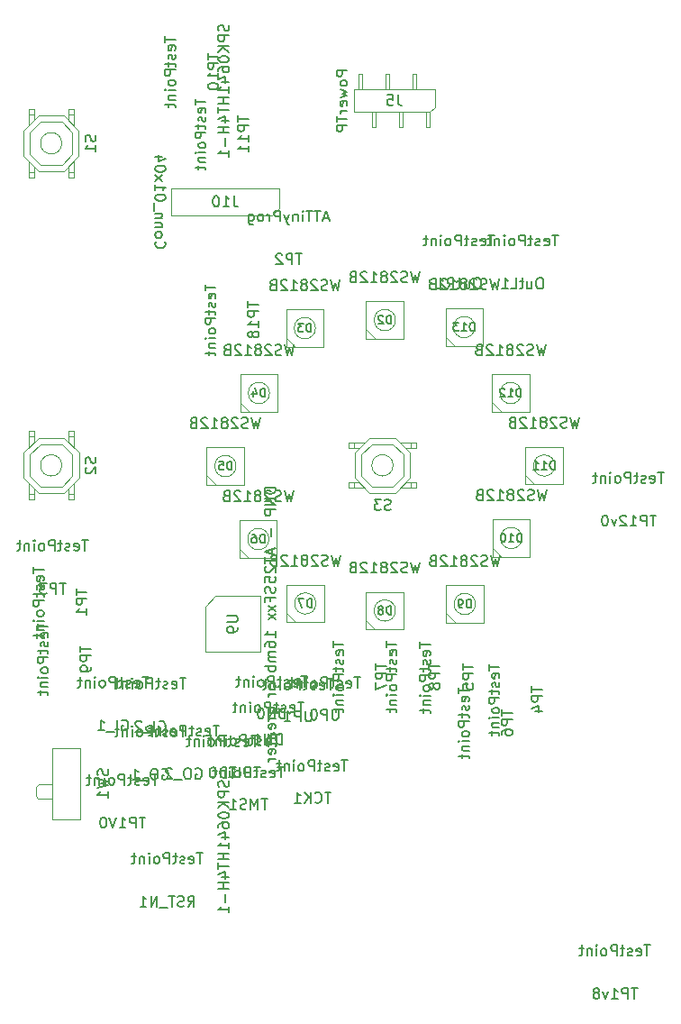
<source format=gbr>
G04 #@! TF.GenerationSoftware,KiCad,Pcbnew,(5.1.9)-1*
G04 #@! TF.CreationDate,2021-01-16T15:24:31-08:00*
G04 #@! TF.ProjectId,SJ-201-R6,534a2d32-3031-42d5-9236-2e6b69636164,rev?*
G04 #@! TF.SameCoordinates,Original*
G04 #@! TF.FileFunction,Other,Fab,Bot*
%FSLAX46Y46*%
G04 Gerber Fmt 4.6, Leading zero omitted, Abs format (unit mm)*
G04 Created by KiCad (PCBNEW (5.1.9)-1) date 2021-01-16 15:24:31*
%MOMM*%
%LPD*%
G01*
G04 APERTURE LIST*
%ADD10C,0.100000*%
%ADD11C,0.150000*%
G04 APERTURE END LIST*
D10*
G04 #@! TO.C,J10*
X25275000Y-25520000D02*
X25910000Y-24885000D01*
X15750000Y-25520000D02*
X25275000Y-25520000D01*
X15750000Y-22980000D02*
X15750000Y-25520000D01*
X25910000Y-22980000D02*
X15750000Y-22980000D01*
X25910000Y-24885000D02*
X25910000Y-22980000D01*
G04 #@! TO.C,D3*
X29313380Y-36110520D02*
G75*
G03*
X29313380Y-36110520I-1000000J0D01*
G01*
X26563380Y-34360520D02*
X26563380Y-37860520D01*
X30063380Y-34360520D02*
X26563380Y-34360520D01*
X30063380Y-37860520D02*
X30063380Y-34360520D01*
X26563380Y-37860520D02*
X30063380Y-37860520D01*
X26598880Y-37075020D02*
X27348880Y-37825020D01*
G04 #@! TO.C,D4*
X24995380Y-42206520D02*
G75*
G03*
X24995380Y-42206520I-1000000J0D01*
G01*
X22245380Y-40456520D02*
X22245380Y-43956520D01*
X25745380Y-40456520D02*
X22245380Y-40456520D01*
X25745380Y-43956520D02*
X25745380Y-40456520D01*
X22245380Y-43956520D02*
X25745380Y-43956520D01*
X22280880Y-43171020D02*
X23030880Y-43921020D01*
G04 #@! TO.C,D5*
X21845780Y-49064520D02*
G75*
G03*
X21845780Y-49064520I-1000000J0D01*
G01*
X19095780Y-47314520D02*
X19095780Y-50814520D01*
X22595780Y-47314520D02*
X19095780Y-47314520D01*
X22595780Y-50814520D02*
X22595780Y-47314520D01*
X19095780Y-50814520D02*
X22595780Y-50814520D01*
X19131280Y-50029020D02*
X19881280Y-50779020D01*
G04 #@! TO.C,D6*
X24944580Y-55922520D02*
G75*
G03*
X24944580Y-55922520I-1000000J0D01*
G01*
X22194580Y-54172520D02*
X22194580Y-57672520D01*
X25694580Y-54172520D02*
X22194580Y-54172520D01*
X25694580Y-57672520D02*
X25694580Y-54172520D01*
X22194580Y-57672520D02*
X25694580Y-57672520D01*
X22230080Y-56887020D02*
X22980080Y-57637020D01*
G04 #@! TO.C,D7*
X29364180Y-61967720D02*
G75*
G03*
X29364180Y-61967720I-1000000J0D01*
G01*
X26614180Y-60217720D02*
X26614180Y-63717720D01*
X30114180Y-60217720D02*
X26614180Y-60217720D01*
X30114180Y-63717720D02*
X30114180Y-60217720D01*
X26614180Y-63717720D02*
X30114180Y-63717720D01*
X26649680Y-62932220D02*
X27399680Y-63682220D01*
G04 #@! TO.C,D8*
X36831780Y-62628120D02*
G75*
G03*
X36831780Y-62628120I-1000000J0D01*
G01*
X34081780Y-60878120D02*
X34081780Y-64378120D01*
X37581780Y-60878120D02*
X34081780Y-60878120D01*
X37581780Y-64378120D02*
X37581780Y-60878120D01*
X34081780Y-64378120D02*
X37581780Y-64378120D01*
X34117280Y-63592620D02*
X34867280Y-64342620D01*
G04 #@! TO.C,D9*
X44350180Y-62018520D02*
G75*
G03*
X44350180Y-62018520I-1000000J0D01*
G01*
X41600180Y-60268520D02*
X41600180Y-63768520D01*
X45100180Y-60268520D02*
X41600180Y-60268520D01*
X45100180Y-63768520D02*
X45100180Y-60268520D01*
X41600180Y-63768520D02*
X45100180Y-63768520D01*
X41635680Y-62983020D02*
X42385680Y-63733020D01*
G04 #@! TO.C,D10*
X48718980Y-55820920D02*
G75*
G03*
X48718980Y-55820920I-1000000J0D01*
G01*
X45968980Y-54070920D02*
X45968980Y-57570920D01*
X49468980Y-54070920D02*
X45968980Y-54070920D01*
X49468980Y-57570920D02*
X49468980Y-54070920D01*
X45968980Y-57570920D02*
X49468980Y-57570920D01*
X46004480Y-56785420D02*
X46754480Y-57535420D01*
G04 #@! TO.C,D11*
X51817780Y-49013720D02*
G75*
G03*
X51817780Y-49013720I-1000000J0D01*
G01*
X49067780Y-47263720D02*
X49067780Y-50763720D01*
X52567780Y-47263720D02*
X49067780Y-47263720D01*
X52567780Y-50763720D02*
X52567780Y-47263720D01*
X49067780Y-50763720D02*
X52567780Y-50763720D01*
X49103280Y-49978220D02*
X49853280Y-50728220D01*
G04 #@! TO.C,D12*
X48668180Y-42206520D02*
G75*
G03*
X48668180Y-42206520I-1000000J0D01*
G01*
X45918180Y-40456520D02*
X45918180Y-43956520D01*
X49418180Y-40456520D02*
X45918180Y-40456520D01*
X49418180Y-43956520D02*
X49418180Y-40456520D01*
X45918180Y-43956520D02*
X49418180Y-43956520D01*
X45953680Y-43171020D02*
X46703680Y-43921020D01*
G04 #@! TO.C,D13*
X44299380Y-36008920D02*
G75*
G03*
X44299380Y-36008920I-1000000J0D01*
G01*
X41549380Y-34258920D02*
X41549380Y-37758920D01*
X45049380Y-34258920D02*
X41549380Y-34258920D01*
X45049380Y-37758920D02*
X45049380Y-34258920D01*
X41549380Y-37758920D02*
X45049380Y-37758920D01*
X41584880Y-36973420D02*
X42334880Y-37723420D01*
G04 #@! TO.C,D2*
X36831780Y-35348520D02*
G75*
G03*
X36831780Y-35348520I-1000000J0D01*
G01*
X34081780Y-33598520D02*
X34081780Y-37098520D01*
X37581780Y-33598520D02*
X34081780Y-33598520D01*
X37581780Y-37098520D02*
X37581780Y-33598520D01*
X34081780Y-37098520D02*
X37581780Y-37098520D01*
X34117280Y-36313020D02*
X34867280Y-37063020D01*
G04 #@! TO.C,J5*
X32905700Y-13694700D02*
X32905700Y-15794700D01*
X40525700Y-15359700D02*
X40525700Y-13694700D01*
X32905700Y-15794700D02*
X40090700Y-15794700D01*
X40090700Y-15794700D02*
X40525700Y-15359700D01*
X40525700Y-13694700D02*
X32905700Y-13694700D01*
X40090700Y-15794700D02*
X40090700Y-17244700D01*
X40090700Y-17244700D02*
X39690700Y-17244700D01*
X39690700Y-17244700D02*
X39690700Y-15794700D01*
X37550700Y-15794700D02*
X37550700Y-17244700D01*
X37550700Y-17244700D02*
X37150700Y-17244700D01*
X37150700Y-17244700D02*
X37150700Y-15794700D01*
X35010700Y-15794700D02*
X35010700Y-17244700D01*
X35010700Y-17244700D02*
X34610700Y-17244700D01*
X34610700Y-17244700D02*
X34610700Y-15794700D01*
X38820700Y-13694700D02*
X38820700Y-12244700D01*
X38820700Y-12244700D02*
X38420700Y-12244700D01*
X38420700Y-12244700D02*
X38420700Y-13694700D01*
X36280700Y-13694700D02*
X36280700Y-12244700D01*
X36280700Y-12244700D02*
X35880700Y-12244700D01*
X35880700Y-12244700D02*
X35880700Y-13694700D01*
X33740700Y-13694700D02*
X33740700Y-12244700D01*
X33740700Y-12244700D02*
X33340700Y-12244700D01*
X33340700Y-12244700D02*
X33340700Y-13694700D01*
G04 #@! TO.C,U9*
X18935000Y-62285000D02*
X18935000Y-66515000D01*
X18935000Y-66515000D02*
X24165000Y-66515000D01*
X24165000Y-66515000D02*
X24165000Y-61285000D01*
X24165000Y-61285000D02*
X19935000Y-61285000D01*
X19935000Y-61285000D02*
X18935000Y-62285000D01*
G04 #@! TO.C,SW1*
X7184900Y-75532240D02*
X7184900Y-82232240D01*
X4584900Y-75532240D02*
X7184900Y-75532240D01*
X4584900Y-82232240D02*
X4584900Y-75532240D01*
X7184900Y-82232240D02*
X4584900Y-82232240D01*
X3284900Y-78982240D02*
X4584900Y-78982240D01*
X3234900Y-79032240D02*
X3284900Y-78982240D01*
X3034900Y-79232240D02*
X3234900Y-79032240D01*
X3034900Y-80082240D02*
X3034900Y-79232240D01*
X3234900Y-80282240D02*
X3034900Y-80082240D01*
X4534900Y-80282240D02*
X3234900Y-80282240D01*
G04 #@! TO.C,S3*
X36610800Y-48993400D02*
G75*
G03*
X36610800Y-48993400I-1000000J0D01*
G01*
X34410800Y-51593400D02*
X33010800Y-50193400D01*
X36810800Y-51593400D02*
X34410800Y-51593400D01*
X38210800Y-50193400D02*
X36810800Y-51593400D01*
X38210800Y-47793400D02*
X38210800Y-50193400D01*
X36810800Y-46393400D02*
X38210800Y-47793400D01*
X34410800Y-46393400D02*
X36810800Y-46393400D01*
X33010800Y-47793400D02*
X34410800Y-46393400D01*
X33010800Y-50193400D02*
X33010800Y-47793400D01*
X33610800Y-47993400D02*
X33610800Y-49993400D01*
X34610800Y-46993400D02*
X33610800Y-47993400D01*
X36610800Y-46993400D02*
X34610800Y-46993400D01*
X37610800Y-47993400D02*
X36610800Y-46993400D01*
X37610800Y-49993400D02*
X37610800Y-47993400D01*
X36610800Y-50993400D02*
X37610800Y-49993400D01*
X34610800Y-50993400D02*
X36610800Y-50993400D01*
X33610800Y-49993400D02*
X34610800Y-50993400D01*
X38810800Y-47393400D02*
X37810800Y-47393400D01*
X38310800Y-46893400D02*
X38310800Y-47393400D01*
X37310800Y-46893400D02*
X38810800Y-46893400D01*
X33910800Y-46893400D02*
X32410800Y-46893400D01*
X32410800Y-47393400D02*
X33410800Y-47393400D01*
X32910800Y-46893400D02*
X32910800Y-47393400D01*
X32410800Y-50593400D02*
X33410800Y-50593400D01*
X33910800Y-51093400D02*
X32410800Y-51093400D01*
X32910800Y-51093400D02*
X32910800Y-50593400D01*
X38810800Y-50593400D02*
X37810800Y-50593400D01*
X37310800Y-51093400D02*
X38810800Y-51093400D01*
X38310800Y-51093400D02*
X38310800Y-50593400D01*
X32410800Y-51093400D02*
X32410800Y-50593400D01*
X32410800Y-46893400D02*
X32410800Y-47393400D01*
X38810800Y-51093400D02*
X38810800Y-50593400D01*
X38810800Y-46893400D02*
X38810800Y-47393400D01*
G04 #@! TO.C,S2*
X5478020Y-49000000D02*
G75*
G03*
X5478020Y-49000000I-1000000J0D01*
G01*
X7078020Y-50200000D02*
X5678020Y-51600000D01*
X7078020Y-47800000D02*
X7078020Y-50200000D01*
X5678020Y-46400000D02*
X7078020Y-47800000D01*
X3278020Y-46400000D02*
X5678020Y-46400000D01*
X1878020Y-47800000D02*
X3278020Y-46400000D01*
X1878020Y-50200000D02*
X1878020Y-47800000D01*
X3278020Y-51600000D02*
X1878020Y-50200000D01*
X5678020Y-51600000D02*
X3278020Y-51600000D01*
X3478020Y-51000000D02*
X5478020Y-51000000D01*
X2478020Y-50000000D02*
X3478020Y-51000000D01*
X2478020Y-48000000D02*
X2478020Y-50000000D01*
X3478020Y-47000000D02*
X2478020Y-48000000D01*
X5478020Y-47000000D02*
X3478020Y-47000000D01*
X6478020Y-48000000D02*
X5478020Y-47000000D01*
X6478020Y-50000000D02*
X6478020Y-48000000D01*
X5478020Y-51000000D02*
X6478020Y-50000000D01*
X2878020Y-45800000D02*
X2878020Y-46800000D01*
X2378020Y-46300000D02*
X2878020Y-46300000D01*
X2378020Y-47300000D02*
X2378020Y-45800000D01*
X2378020Y-50700000D02*
X2378020Y-52200000D01*
X2878020Y-52200000D02*
X2878020Y-51200000D01*
X2378020Y-51700000D02*
X2878020Y-51700000D01*
X6078020Y-52200000D02*
X6078020Y-51200000D01*
X6578020Y-50700000D02*
X6578020Y-52200000D01*
X6578020Y-51700000D02*
X6078020Y-51700000D01*
X6078020Y-45800000D02*
X6078020Y-46800000D01*
X6578020Y-47300000D02*
X6578020Y-45800000D01*
X6578020Y-46300000D02*
X6078020Y-46300000D01*
X6578020Y-52200000D02*
X6078020Y-52200000D01*
X2378020Y-52200000D02*
X2878020Y-52200000D01*
X6578020Y-45800000D02*
X6078020Y-45800000D01*
X2378020Y-45800000D02*
X2878020Y-45800000D01*
G04 #@! TO.C,S1*
X5472940Y-18740120D02*
G75*
G03*
X5472940Y-18740120I-1000000J0D01*
G01*
X7072940Y-19940120D02*
X5672940Y-21340120D01*
X7072940Y-17540120D02*
X7072940Y-19940120D01*
X5672940Y-16140120D02*
X7072940Y-17540120D01*
X3272940Y-16140120D02*
X5672940Y-16140120D01*
X1872940Y-17540120D02*
X3272940Y-16140120D01*
X1872940Y-19940120D02*
X1872940Y-17540120D01*
X3272940Y-21340120D02*
X1872940Y-19940120D01*
X5672940Y-21340120D02*
X3272940Y-21340120D01*
X3472940Y-20740120D02*
X5472940Y-20740120D01*
X2472940Y-19740120D02*
X3472940Y-20740120D01*
X2472940Y-17740120D02*
X2472940Y-19740120D01*
X3472940Y-16740120D02*
X2472940Y-17740120D01*
X5472940Y-16740120D02*
X3472940Y-16740120D01*
X6472940Y-17740120D02*
X5472940Y-16740120D01*
X6472940Y-19740120D02*
X6472940Y-17740120D01*
X5472940Y-20740120D02*
X6472940Y-19740120D01*
X2872940Y-15540120D02*
X2872940Y-16540120D01*
X2372940Y-16040120D02*
X2872940Y-16040120D01*
X2372940Y-17040120D02*
X2372940Y-15540120D01*
X2372940Y-20440120D02*
X2372940Y-21940120D01*
X2872940Y-21940120D02*
X2872940Y-20940120D01*
X2372940Y-21440120D02*
X2872940Y-21440120D01*
X6072940Y-21940120D02*
X6072940Y-20940120D01*
X6572940Y-20440120D02*
X6572940Y-21940120D01*
X6572940Y-21440120D02*
X6072940Y-21440120D01*
X6072940Y-15540120D02*
X6072940Y-16540120D01*
X6572940Y-17040120D02*
X6572940Y-15540120D01*
X6572940Y-16040120D02*
X6072940Y-16040120D01*
X6572940Y-21940120D02*
X6072940Y-21940120D01*
X2372940Y-21940120D02*
X2872940Y-21940120D01*
X6572940Y-15540120D02*
X6072940Y-15540120D01*
X2372940Y-15540120D02*
X2872940Y-15540120D01*
G04 #@! TD*
G04 #@! TO.C,J10*
D11*
X14332857Y-27988095D02*
X14285238Y-28035714D01*
X14237619Y-28178571D01*
X14237619Y-28273809D01*
X14285238Y-28416666D01*
X14380476Y-28511904D01*
X14475714Y-28559523D01*
X14666190Y-28607142D01*
X14809047Y-28607142D01*
X14999523Y-28559523D01*
X15094761Y-28511904D01*
X15190000Y-28416666D01*
X15237619Y-28273809D01*
X15237619Y-28178571D01*
X15190000Y-28035714D01*
X15142380Y-27988095D01*
X14237619Y-27416666D02*
X14285238Y-27511904D01*
X14332857Y-27559523D01*
X14428095Y-27607142D01*
X14713809Y-27607142D01*
X14809047Y-27559523D01*
X14856666Y-27511904D01*
X14904285Y-27416666D01*
X14904285Y-27273809D01*
X14856666Y-27178571D01*
X14809047Y-27130952D01*
X14713809Y-27083333D01*
X14428095Y-27083333D01*
X14332857Y-27130952D01*
X14285238Y-27178571D01*
X14237619Y-27273809D01*
X14237619Y-27416666D01*
X14904285Y-26654761D02*
X14237619Y-26654761D01*
X14809047Y-26654761D02*
X14856666Y-26607142D01*
X14904285Y-26511904D01*
X14904285Y-26369047D01*
X14856666Y-26273809D01*
X14761428Y-26226190D01*
X14237619Y-26226190D01*
X14904285Y-25750000D02*
X14237619Y-25750000D01*
X14809047Y-25750000D02*
X14856666Y-25702380D01*
X14904285Y-25607142D01*
X14904285Y-25464285D01*
X14856666Y-25369047D01*
X14761428Y-25321428D01*
X14237619Y-25321428D01*
X14142380Y-25083333D02*
X14142380Y-24321428D01*
X15237619Y-23892857D02*
X15237619Y-23797619D01*
X15190000Y-23702380D01*
X15142380Y-23654761D01*
X15047142Y-23607142D01*
X14856666Y-23559523D01*
X14618571Y-23559523D01*
X14428095Y-23607142D01*
X14332857Y-23654761D01*
X14285238Y-23702380D01*
X14237619Y-23797619D01*
X14237619Y-23892857D01*
X14285238Y-23988095D01*
X14332857Y-24035714D01*
X14428095Y-24083333D01*
X14618571Y-24130952D01*
X14856666Y-24130952D01*
X15047142Y-24083333D01*
X15142380Y-24035714D01*
X15190000Y-23988095D01*
X15237619Y-23892857D01*
X14237619Y-22607142D02*
X14237619Y-23178571D01*
X14237619Y-22892857D02*
X15237619Y-22892857D01*
X15094761Y-22988095D01*
X14999523Y-23083333D01*
X14951904Y-23178571D01*
X14237619Y-22273809D02*
X14904285Y-21750000D01*
X14904285Y-22273809D02*
X14237619Y-21750000D01*
X15237619Y-21178571D02*
X15237619Y-21083333D01*
X15190000Y-20988095D01*
X15142380Y-20940476D01*
X15047142Y-20892857D01*
X14856666Y-20845238D01*
X14618571Y-20845238D01*
X14428095Y-20892857D01*
X14332857Y-20940476D01*
X14285238Y-20988095D01*
X14237619Y-21083333D01*
X14237619Y-21178571D01*
X14285238Y-21273809D01*
X14332857Y-21321428D01*
X14428095Y-21369047D01*
X14618571Y-21416666D01*
X14856666Y-21416666D01*
X15047142Y-21369047D01*
X15142380Y-21321428D01*
X15190000Y-21273809D01*
X15237619Y-21178571D01*
X14904285Y-19988095D02*
X14237619Y-19988095D01*
X15285238Y-20226190D02*
X14570952Y-20464285D01*
X14570952Y-19845238D01*
X21639523Y-23702380D02*
X21639523Y-24416666D01*
X21687142Y-24559523D01*
X21782380Y-24654761D01*
X21925238Y-24702380D01*
X22020476Y-24702380D01*
X20639523Y-24702380D02*
X21210952Y-24702380D01*
X20925238Y-24702380D02*
X20925238Y-23702380D01*
X21020476Y-23845238D01*
X21115714Y-23940476D01*
X21210952Y-23988095D01*
X20020476Y-23702380D02*
X19925238Y-23702380D01*
X19830000Y-23750000D01*
X19782380Y-23797619D01*
X19734761Y-23892857D01*
X19687142Y-24083333D01*
X19687142Y-24321428D01*
X19734761Y-24511904D01*
X19782380Y-24607142D01*
X19830000Y-24654761D01*
X19925238Y-24702380D01*
X20020476Y-24702380D01*
X20115714Y-24654761D01*
X20163333Y-24607142D01*
X20210952Y-24511904D01*
X20258571Y-24321428D01*
X20258571Y-24083333D01*
X20210952Y-23892857D01*
X20163333Y-23797619D01*
X20115714Y-23750000D01*
X20020476Y-23702380D01*
G04 #@! TO.C,GO_2*
X20283333Y-73402380D02*
X19711904Y-73402380D01*
X19997619Y-74402380D02*
X19997619Y-73402380D01*
X18997619Y-74354761D02*
X19092857Y-74402380D01*
X19283333Y-74402380D01*
X19378571Y-74354761D01*
X19426190Y-74259523D01*
X19426190Y-73878571D01*
X19378571Y-73783333D01*
X19283333Y-73735714D01*
X19092857Y-73735714D01*
X18997619Y-73783333D01*
X18950000Y-73878571D01*
X18950000Y-73973809D01*
X19426190Y-74069047D01*
X18569047Y-74354761D02*
X18473809Y-74402380D01*
X18283333Y-74402380D01*
X18188095Y-74354761D01*
X18140476Y-74259523D01*
X18140476Y-74211904D01*
X18188095Y-74116666D01*
X18283333Y-74069047D01*
X18426190Y-74069047D01*
X18521428Y-74021428D01*
X18569047Y-73926190D01*
X18569047Y-73878571D01*
X18521428Y-73783333D01*
X18426190Y-73735714D01*
X18283333Y-73735714D01*
X18188095Y-73783333D01*
X17854761Y-73735714D02*
X17473809Y-73735714D01*
X17711904Y-73402380D02*
X17711904Y-74259523D01*
X17664285Y-74354761D01*
X17569047Y-74402380D01*
X17473809Y-74402380D01*
X17140476Y-74402380D02*
X17140476Y-73402380D01*
X16759523Y-73402380D01*
X16664285Y-73450000D01*
X16616666Y-73497619D01*
X16569047Y-73592857D01*
X16569047Y-73735714D01*
X16616666Y-73830952D01*
X16664285Y-73878571D01*
X16759523Y-73926190D01*
X17140476Y-73926190D01*
X15997619Y-74402380D02*
X16092857Y-74354761D01*
X16140476Y-74307142D01*
X16188095Y-74211904D01*
X16188095Y-73926190D01*
X16140476Y-73830952D01*
X16092857Y-73783333D01*
X15997619Y-73735714D01*
X15854761Y-73735714D01*
X15759523Y-73783333D01*
X15711904Y-73830952D01*
X15664285Y-73926190D01*
X15664285Y-74211904D01*
X15711904Y-74307142D01*
X15759523Y-74354761D01*
X15854761Y-74402380D01*
X15997619Y-74402380D01*
X15235714Y-74402380D02*
X15235714Y-73735714D01*
X15235714Y-73402380D02*
X15283333Y-73450000D01*
X15235714Y-73497619D01*
X15188095Y-73450000D01*
X15235714Y-73402380D01*
X15235714Y-73497619D01*
X14759523Y-73735714D02*
X14759523Y-74402380D01*
X14759523Y-73830952D02*
X14711904Y-73783333D01*
X14616666Y-73735714D01*
X14473809Y-73735714D01*
X14378571Y-73783333D01*
X14330952Y-73878571D01*
X14330952Y-74402380D01*
X13997619Y-73735714D02*
X13616666Y-73735714D01*
X13854761Y-73402380D02*
X13854761Y-74259523D01*
X13807142Y-74354761D01*
X13711904Y-74402380D01*
X13616666Y-74402380D01*
X18069047Y-77500000D02*
X18164285Y-77452380D01*
X18307142Y-77452380D01*
X18450000Y-77500000D01*
X18545238Y-77595238D01*
X18592857Y-77690476D01*
X18640476Y-77880952D01*
X18640476Y-78023809D01*
X18592857Y-78214285D01*
X18545238Y-78309523D01*
X18450000Y-78404761D01*
X18307142Y-78452380D01*
X18211904Y-78452380D01*
X18069047Y-78404761D01*
X18021428Y-78357142D01*
X18021428Y-78023809D01*
X18211904Y-78023809D01*
X17402380Y-77452380D02*
X17211904Y-77452380D01*
X17116666Y-77500000D01*
X17021428Y-77595238D01*
X16973809Y-77785714D01*
X16973809Y-78119047D01*
X17021428Y-78309523D01*
X17116666Y-78404761D01*
X17211904Y-78452380D01*
X17402380Y-78452380D01*
X17497619Y-78404761D01*
X17592857Y-78309523D01*
X17640476Y-78119047D01*
X17640476Y-77785714D01*
X17592857Y-77595238D01*
X17497619Y-77500000D01*
X17402380Y-77452380D01*
X16783333Y-78547619D02*
X16021428Y-78547619D01*
X15830952Y-77547619D02*
X15783333Y-77500000D01*
X15688095Y-77452380D01*
X15450000Y-77452380D01*
X15354761Y-77500000D01*
X15307142Y-77547619D01*
X15259523Y-77642857D01*
X15259523Y-77738095D01*
X15307142Y-77880952D01*
X15878571Y-78452380D01*
X15259523Y-78452380D01*
G04 #@! TO.C,GO_1*
X17133333Y-73452380D02*
X16561904Y-73452380D01*
X16847619Y-74452380D02*
X16847619Y-73452380D01*
X15847619Y-74404761D02*
X15942857Y-74452380D01*
X16133333Y-74452380D01*
X16228571Y-74404761D01*
X16276190Y-74309523D01*
X16276190Y-73928571D01*
X16228571Y-73833333D01*
X16133333Y-73785714D01*
X15942857Y-73785714D01*
X15847619Y-73833333D01*
X15800000Y-73928571D01*
X15800000Y-74023809D01*
X16276190Y-74119047D01*
X15419047Y-74404761D02*
X15323809Y-74452380D01*
X15133333Y-74452380D01*
X15038095Y-74404761D01*
X14990476Y-74309523D01*
X14990476Y-74261904D01*
X15038095Y-74166666D01*
X15133333Y-74119047D01*
X15276190Y-74119047D01*
X15371428Y-74071428D01*
X15419047Y-73976190D01*
X15419047Y-73928571D01*
X15371428Y-73833333D01*
X15276190Y-73785714D01*
X15133333Y-73785714D01*
X15038095Y-73833333D01*
X14704761Y-73785714D02*
X14323809Y-73785714D01*
X14561904Y-73452380D02*
X14561904Y-74309523D01*
X14514285Y-74404761D01*
X14419047Y-74452380D01*
X14323809Y-74452380D01*
X13990476Y-74452380D02*
X13990476Y-73452380D01*
X13609523Y-73452380D01*
X13514285Y-73500000D01*
X13466666Y-73547619D01*
X13419047Y-73642857D01*
X13419047Y-73785714D01*
X13466666Y-73880952D01*
X13514285Y-73928571D01*
X13609523Y-73976190D01*
X13990476Y-73976190D01*
X12847619Y-74452380D02*
X12942857Y-74404761D01*
X12990476Y-74357142D01*
X13038095Y-74261904D01*
X13038095Y-73976190D01*
X12990476Y-73880952D01*
X12942857Y-73833333D01*
X12847619Y-73785714D01*
X12704761Y-73785714D01*
X12609523Y-73833333D01*
X12561904Y-73880952D01*
X12514285Y-73976190D01*
X12514285Y-74261904D01*
X12561904Y-74357142D01*
X12609523Y-74404761D01*
X12704761Y-74452380D01*
X12847619Y-74452380D01*
X12085714Y-74452380D02*
X12085714Y-73785714D01*
X12085714Y-73452380D02*
X12133333Y-73500000D01*
X12085714Y-73547619D01*
X12038095Y-73500000D01*
X12085714Y-73452380D01*
X12085714Y-73547619D01*
X11609523Y-73785714D02*
X11609523Y-74452380D01*
X11609523Y-73880952D02*
X11561904Y-73833333D01*
X11466666Y-73785714D01*
X11323809Y-73785714D01*
X11228571Y-73833333D01*
X11180952Y-73928571D01*
X11180952Y-74452380D01*
X10847619Y-73785714D02*
X10466666Y-73785714D01*
X10704761Y-73452380D02*
X10704761Y-74309523D01*
X10657142Y-74404761D01*
X10561904Y-74452380D01*
X10466666Y-74452380D01*
X14919047Y-77550000D02*
X15014285Y-77502380D01*
X15157142Y-77502380D01*
X15300000Y-77550000D01*
X15395238Y-77645238D01*
X15442857Y-77740476D01*
X15490476Y-77930952D01*
X15490476Y-78073809D01*
X15442857Y-78264285D01*
X15395238Y-78359523D01*
X15300000Y-78454761D01*
X15157142Y-78502380D01*
X15061904Y-78502380D01*
X14919047Y-78454761D01*
X14871428Y-78407142D01*
X14871428Y-78073809D01*
X15061904Y-78073809D01*
X14252380Y-77502380D02*
X14061904Y-77502380D01*
X13966666Y-77550000D01*
X13871428Y-77645238D01*
X13823809Y-77835714D01*
X13823809Y-78169047D01*
X13871428Y-78359523D01*
X13966666Y-78454761D01*
X14061904Y-78502380D01*
X14252380Y-78502380D01*
X14347619Y-78454761D01*
X14442857Y-78359523D01*
X14490476Y-78169047D01*
X14490476Y-77835714D01*
X14442857Y-77645238D01*
X14347619Y-77550000D01*
X14252380Y-77502380D01*
X13633333Y-78597619D02*
X12871428Y-78597619D01*
X12109523Y-78502380D02*
X12680952Y-78502380D01*
X12395238Y-78502380D02*
X12395238Y-77502380D01*
X12490476Y-77645238D01*
X12585714Y-77740476D01*
X12680952Y-77788095D01*
G04 #@! TO.C,GI_2*
X17133333Y-68952380D02*
X16561904Y-68952380D01*
X16847619Y-69952380D02*
X16847619Y-68952380D01*
X15847619Y-69904761D02*
X15942857Y-69952380D01*
X16133333Y-69952380D01*
X16228571Y-69904761D01*
X16276190Y-69809523D01*
X16276190Y-69428571D01*
X16228571Y-69333333D01*
X16133333Y-69285714D01*
X15942857Y-69285714D01*
X15847619Y-69333333D01*
X15800000Y-69428571D01*
X15800000Y-69523809D01*
X16276190Y-69619047D01*
X15419047Y-69904761D02*
X15323809Y-69952380D01*
X15133333Y-69952380D01*
X15038095Y-69904761D01*
X14990476Y-69809523D01*
X14990476Y-69761904D01*
X15038095Y-69666666D01*
X15133333Y-69619047D01*
X15276190Y-69619047D01*
X15371428Y-69571428D01*
X15419047Y-69476190D01*
X15419047Y-69428571D01*
X15371428Y-69333333D01*
X15276190Y-69285714D01*
X15133333Y-69285714D01*
X15038095Y-69333333D01*
X14704761Y-69285714D02*
X14323809Y-69285714D01*
X14561904Y-68952380D02*
X14561904Y-69809523D01*
X14514285Y-69904761D01*
X14419047Y-69952380D01*
X14323809Y-69952380D01*
X13990476Y-69952380D02*
X13990476Y-68952380D01*
X13609523Y-68952380D01*
X13514285Y-69000000D01*
X13466666Y-69047619D01*
X13419047Y-69142857D01*
X13419047Y-69285714D01*
X13466666Y-69380952D01*
X13514285Y-69428571D01*
X13609523Y-69476190D01*
X13990476Y-69476190D01*
X12847619Y-69952380D02*
X12942857Y-69904761D01*
X12990476Y-69857142D01*
X13038095Y-69761904D01*
X13038095Y-69476190D01*
X12990476Y-69380952D01*
X12942857Y-69333333D01*
X12847619Y-69285714D01*
X12704761Y-69285714D01*
X12609523Y-69333333D01*
X12561904Y-69380952D01*
X12514285Y-69476190D01*
X12514285Y-69761904D01*
X12561904Y-69857142D01*
X12609523Y-69904761D01*
X12704761Y-69952380D01*
X12847619Y-69952380D01*
X12085714Y-69952380D02*
X12085714Y-69285714D01*
X12085714Y-68952380D02*
X12133333Y-69000000D01*
X12085714Y-69047619D01*
X12038095Y-69000000D01*
X12085714Y-68952380D01*
X12085714Y-69047619D01*
X11609523Y-69285714D02*
X11609523Y-69952380D01*
X11609523Y-69380952D02*
X11561904Y-69333333D01*
X11466666Y-69285714D01*
X11323809Y-69285714D01*
X11228571Y-69333333D01*
X11180952Y-69428571D01*
X11180952Y-69952380D01*
X10847619Y-69285714D02*
X10466666Y-69285714D01*
X10704761Y-68952380D02*
X10704761Y-69809523D01*
X10657142Y-69904761D01*
X10561904Y-69952380D01*
X10466666Y-69952380D01*
X14633333Y-73050000D02*
X14728571Y-73002380D01*
X14871428Y-73002380D01*
X15014285Y-73050000D01*
X15109523Y-73145238D01*
X15157142Y-73240476D01*
X15204761Y-73430952D01*
X15204761Y-73573809D01*
X15157142Y-73764285D01*
X15109523Y-73859523D01*
X15014285Y-73954761D01*
X14871428Y-74002380D01*
X14776190Y-74002380D01*
X14633333Y-73954761D01*
X14585714Y-73907142D01*
X14585714Y-73573809D01*
X14776190Y-73573809D01*
X14157142Y-74002380D02*
X14157142Y-73002380D01*
X13919047Y-74097619D02*
X13157142Y-74097619D01*
X12966666Y-73097619D02*
X12919047Y-73050000D01*
X12823809Y-73002380D01*
X12585714Y-73002380D01*
X12490476Y-73050000D01*
X12442857Y-73097619D01*
X12395238Y-73192857D01*
X12395238Y-73288095D01*
X12442857Y-73430952D01*
X13014285Y-74002380D01*
X12395238Y-74002380D01*
G04 #@! TO.C,GI_1*
X13633333Y-68852380D02*
X13061904Y-68852380D01*
X13347619Y-69852380D02*
X13347619Y-68852380D01*
X12347619Y-69804761D02*
X12442857Y-69852380D01*
X12633333Y-69852380D01*
X12728571Y-69804761D01*
X12776190Y-69709523D01*
X12776190Y-69328571D01*
X12728571Y-69233333D01*
X12633333Y-69185714D01*
X12442857Y-69185714D01*
X12347619Y-69233333D01*
X12300000Y-69328571D01*
X12300000Y-69423809D01*
X12776190Y-69519047D01*
X11919047Y-69804761D02*
X11823809Y-69852380D01*
X11633333Y-69852380D01*
X11538095Y-69804761D01*
X11490476Y-69709523D01*
X11490476Y-69661904D01*
X11538095Y-69566666D01*
X11633333Y-69519047D01*
X11776190Y-69519047D01*
X11871428Y-69471428D01*
X11919047Y-69376190D01*
X11919047Y-69328571D01*
X11871428Y-69233333D01*
X11776190Y-69185714D01*
X11633333Y-69185714D01*
X11538095Y-69233333D01*
X11204761Y-69185714D02*
X10823809Y-69185714D01*
X11061904Y-68852380D02*
X11061904Y-69709523D01*
X11014285Y-69804761D01*
X10919047Y-69852380D01*
X10823809Y-69852380D01*
X10490476Y-69852380D02*
X10490476Y-68852380D01*
X10109523Y-68852380D01*
X10014285Y-68900000D01*
X9966666Y-68947619D01*
X9919047Y-69042857D01*
X9919047Y-69185714D01*
X9966666Y-69280952D01*
X10014285Y-69328571D01*
X10109523Y-69376190D01*
X10490476Y-69376190D01*
X9347619Y-69852380D02*
X9442857Y-69804761D01*
X9490476Y-69757142D01*
X9538095Y-69661904D01*
X9538095Y-69376190D01*
X9490476Y-69280952D01*
X9442857Y-69233333D01*
X9347619Y-69185714D01*
X9204761Y-69185714D01*
X9109523Y-69233333D01*
X9061904Y-69280952D01*
X9014285Y-69376190D01*
X9014285Y-69661904D01*
X9061904Y-69757142D01*
X9109523Y-69804761D01*
X9204761Y-69852380D01*
X9347619Y-69852380D01*
X8585714Y-69852380D02*
X8585714Y-69185714D01*
X8585714Y-68852380D02*
X8633333Y-68900000D01*
X8585714Y-68947619D01*
X8538095Y-68900000D01*
X8585714Y-68852380D01*
X8585714Y-68947619D01*
X8109523Y-69185714D02*
X8109523Y-69852380D01*
X8109523Y-69280952D02*
X8061904Y-69233333D01*
X7966666Y-69185714D01*
X7823809Y-69185714D01*
X7728571Y-69233333D01*
X7680952Y-69328571D01*
X7680952Y-69852380D01*
X7347619Y-69185714D02*
X6966666Y-69185714D01*
X7204761Y-68852380D02*
X7204761Y-69709523D01*
X7157142Y-69804761D01*
X7061904Y-69852380D01*
X6966666Y-69852380D01*
X11133333Y-72950000D02*
X11228571Y-72902380D01*
X11371428Y-72902380D01*
X11514285Y-72950000D01*
X11609523Y-73045238D01*
X11657142Y-73140476D01*
X11704761Y-73330952D01*
X11704761Y-73473809D01*
X11657142Y-73664285D01*
X11609523Y-73759523D01*
X11514285Y-73854761D01*
X11371428Y-73902380D01*
X11276190Y-73902380D01*
X11133333Y-73854761D01*
X11085714Y-73807142D01*
X11085714Y-73473809D01*
X11276190Y-73473809D01*
X10657142Y-73902380D02*
X10657142Y-72902380D01*
X10419047Y-73997619D02*
X9657142Y-73997619D01*
X8895238Y-73902380D02*
X9466666Y-73902380D01*
X9180952Y-73902380D02*
X9180952Y-72902380D01*
X9276190Y-73045238D01*
X9371428Y-73140476D01*
X9466666Y-73188095D01*
G04 #@! TO.C,OutR1*
X46133333Y-27352380D02*
X45561904Y-27352380D01*
X45847619Y-28352380D02*
X45847619Y-27352380D01*
X44847619Y-28304761D02*
X44942857Y-28352380D01*
X45133333Y-28352380D01*
X45228571Y-28304761D01*
X45276190Y-28209523D01*
X45276190Y-27828571D01*
X45228571Y-27733333D01*
X45133333Y-27685714D01*
X44942857Y-27685714D01*
X44847619Y-27733333D01*
X44800000Y-27828571D01*
X44800000Y-27923809D01*
X45276190Y-28019047D01*
X44419047Y-28304761D02*
X44323809Y-28352380D01*
X44133333Y-28352380D01*
X44038095Y-28304761D01*
X43990476Y-28209523D01*
X43990476Y-28161904D01*
X44038095Y-28066666D01*
X44133333Y-28019047D01*
X44276190Y-28019047D01*
X44371428Y-27971428D01*
X44419047Y-27876190D01*
X44419047Y-27828571D01*
X44371428Y-27733333D01*
X44276190Y-27685714D01*
X44133333Y-27685714D01*
X44038095Y-27733333D01*
X43704761Y-27685714D02*
X43323809Y-27685714D01*
X43561904Y-27352380D02*
X43561904Y-28209523D01*
X43514285Y-28304761D01*
X43419047Y-28352380D01*
X43323809Y-28352380D01*
X42990476Y-28352380D02*
X42990476Y-27352380D01*
X42609523Y-27352380D01*
X42514285Y-27400000D01*
X42466666Y-27447619D01*
X42419047Y-27542857D01*
X42419047Y-27685714D01*
X42466666Y-27780952D01*
X42514285Y-27828571D01*
X42609523Y-27876190D01*
X42990476Y-27876190D01*
X41847619Y-28352380D02*
X41942857Y-28304761D01*
X41990476Y-28257142D01*
X42038095Y-28161904D01*
X42038095Y-27876190D01*
X41990476Y-27780952D01*
X41942857Y-27733333D01*
X41847619Y-27685714D01*
X41704761Y-27685714D01*
X41609523Y-27733333D01*
X41561904Y-27780952D01*
X41514285Y-27876190D01*
X41514285Y-28161904D01*
X41561904Y-28257142D01*
X41609523Y-28304761D01*
X41704761Y-28352380D01*
X41847619Y-28352380D01*
X41085714Y-28352380D02*
X41085714Y-27685714D01*
X41085714Y-27352380D02*
X41133333Y-27400000D01*
X41085714Y-27447619D01*
X41038095Y-27400000D01*
X41085714Y-27352380D01*
X41085714Y-27447619D01*
X40609523Y-27685714D02*
X40609523Y-28352380D01*
X40609523Y-27780952D02*
X40561904Y-27733333D01*
X40466666Y-27685714D01*
X40323809Y-27685714D01*
X40228571Y-27733333D01*
X40180952Y-27828571D01*
X40180952Y-28352380D01*
X39847619Y-27685714D02*
X39466666Y-27685714D01*
X39704761Y-27352380D02*
X39704761Y-28209523D01*
X39657142Y-28304761D01*
X39561904Y-28352380D01*
X39466666Y-28352380D01*
X44609523Y-31402380D02*
X44419047Y-31402380D01*
X44323809Y-31450000D01*
X44228571Y-31545238D01*
X44180952Y-31735714D01*
X44180952Y-32069047D01*
X44228571Y-32259523D01*
X44323809Y-32354761D01*
X44419047Y-32402380D01*
X44609523Y-32402380D01*
X44704761Y-32354761D01*
X44800000Y-32259523D01*
X44847619Y-32069047D01*
X44847619Y-31735714D01*
X44800000Y-31545238D01*
X44704761Y-31450000D01*
X44609523Y-31402380D01*
X43323809Y-31735714D02*
X43323809Y-32402380D01*
X43752380Y-31735714D02*
X43752380Y-32259523D01*
X43704761Y-32354761D01*
X43609523Y-32402380D01*
X43466666Y-32402380D01*
X43371428Y-32354761D01*
X43323809Y-32307142D01*
X42990476Y-31735714D02*
X42609523Y-31735714D01*
X42847619Y-31402380D02*
X42847619Y-32259523D01*
X42800000Y-32354761D01*
X42704761Y-32402380D01*
X42609523Y-32402380D01*
X41704761Y-32402380D02*
X42038095Y-31926190D01*
X42276190Y-32402380D02*
X42276190Y-31402380D01*
X41895238Y-31402380D01*
X41800000Y-31450000D01*
X41752380Y-31497619D01*
X41704761Y-31592857D01*
X41704761Y-31735714D01*
X41752380Y-31830952D01*
X41800000Y-31878571D01*
X41895238Y-31926190D01*
X42276190Y-31926190D01*
X40752380Y-32402380D02*
X41323809Y-32402380D01*
X41038095Y-32402380D02*
X41038095Y-31402380D01*
X41133333Y-31545238D01*
X41228571Y-31640476D01*
X41323809Y-31688095D01*
G04 #@! TO.C,OutL1*
X52133333Y-27352380D02*
X51561904Y-27352380D01*
X51847619Y-28352380D02*
X51847619Y-27352380D01*
X50847619Y-28304761D02*
X50942857Y-28352380D01*
X51133333Y-28352380D01*
X51228571Y-28304761D01*
X51276190Y-28209523D01*
X51276190Y-27828571D01*
X51228571Y-27733333D01*
X51133333Y-27685714D01*
X50942857Y-27685714D01*
X50847619Y-27733333D01*
X50800000Y-27828571D01*
X50800000Y-27923809D01*
X51276190Y-28019047D01*
X50419047Y-28304761D02*
X50323809Y-28352380D01*
X50133333Y-28352380D01*
X50038095Y-28304761D01*
X49990476Y-28209523D01*
X49990476Y-28161904D01*
X50038095Y-28066666D01*
X50133333Y-28019047D01*
X50276190Y-28019047D01*
X50371428Y-27971428D01*
X50419047Y-27876190D01*
X50419047Y-27828571D01*
X50371428Y-27733333D01*
X50276190Y-27685714D01*
X50133333Y-27685714D01*
X50038095Y-27733333D01*
X49704761Y-27685714D02*
X49323809Y-27685714D01*
X49561904Y-27352380D02*
X49561904Y-28209523D01*
X49514285Y-28304761D01*
X49419047Y-28352380D01*
X49323809Y-28352380D01*
X48990476Y-28352380D02*
X48990476Y-27352380D01*
X48609523Y-27352380D01*
X48514285Y-27400000D01*
X48466666Y-27447619D01*
X48419047Y-27542857D01*
X48419047Y-27685714D01*
X48466666Y-27780952D01*
X48514285Y-27828571D01*
X48609523Y-27876190D01*
X48990476Y-27876190D01*
X47847619Y-28352380D02*
X47942857Y-28304761D01*
X47990476Y-28257142D01*
X48038095Y-28161904D01*
X48038095Y-27876190D01*
X47990476Y-27780952D01*
X47942857Y-27733333D01*
X47847619Y-27685714D01*
X47704761Y-27685714D01*
X47609523Y-27733333D01*
X47561904Y-27780952D01*
X47514285Y-27876190D01*
X47514285Y-28161904D01*
X47561904Y-28257142D01*
X47609523Y-28304761D01*
X47704761Y-28352380D01*
X47847619Y-28352380D01*
X47085714Y-28352380D02*
X47085714Y-27685714D01*
X47085714Y-27352380D02*
X47133333Y-27400000D01*
X47085714Y-27447619D01*
X47038095Y-27400000D01*
X47085714Y-27352380D01*
X47085714Y-27447619D01*
X46609523Y-27685714D02*
X46609523Y-28352380D01*
X46609523Y-27780952D02*
X46561904Y-27733333D01*
X46466666Y-27685714D01*
X46323809Y-27685714D01*
X46228571Y-27733333D01*
X46180952Y-27828571D01*
X46180952Y-28352380D01*
X45847619Y-27685714D02*
X45466666Y-27685714D01*
X45704761Y-27352380D02*
X45704761Y-28209523D01*
X45657142Y-28304761D01*
X45561904Y-28352380D01*
X45466666Y-28352380D01*
X50514285Y-31402380D02*
X50323809Y-31402380D01*
X50228571Y-31450000D01*
X50133333Y-31545238D01*
X50085714Y-31735714D01*
X50085714Y-32069047D01*
X50133333Y-32259523D01*
X50228571Y-32354761D01*
X50323809Y-32402380D01*
X50514285Y-32402380D01*
X50609523Y-32354761D01*
X50704761Y-32259523D01*
X50752380Y-32069047D01*
X50752380Y-31735714D01*
X50704761Y-31545238D01*
X50609523Y-31450000D01*
X50514285Y-31402380D01*
X49228571Y-31735714D02*
X49228571Y-32402380D01*
X49657142Y-31735714D02*
X49657142Y-32259523D01*
X49609523Y-32354761D01*
X49514285Y-32402380D01*
X49371428Y-32402380D01*
X49276190Y-32354761D01*
X49228571Y-32307142D01*
X48895238Y-31735714D02*
X48514285Y-31735714D01*
X48752380Y-31402380D02*
X48752380Y-32259523D01*
X48704761Y-32354761D01*
X48609523Y-32402380D01*
X48514285Y-32402380D01*
X47704761Y-32402380D02*
X48180952Y-32402380D01*
X48180952Y-31402380D01*
X46847619Y-32402380D02*
X47419047Y-32402380D01*
X47133333Y-32402380D02*
X47133333Y-31402380D01*
X47228571Y-31545238D01*
X47323809Y-31640476D01*
X47419047Y-31688095D01*
G04 #@! TO.C,U11*
X21148941Y-78617523D02*
X21196560Y-78760380D01*
X21196560Y-78998476D01*
X21148941Y-79093714D01*
X21101322Y-79141333D01*
X21006084Y-79188952D01*
X20910846Y-79188952D01*
X20815608Y-79141333D01*
X20767989Y-79093714D01*
X20720370Y-78998476D01*
X20672751Y-78808000D01*
X20625132Y-78712761D01*
X20577513Y-78665142D01*
X20482275Y-78617523D01*
X20387037Y-78617523D01*
X20291799Y-78665142D01*
X20244180Y-78712761D01*
X20196560Y-78808000D01*
X20196560Y-79046095D01*
X20244180Y-79188952D01*
X21196560Y-79617523D02*
X20196560Y-79617523D01*
X20196560Y-79998476D01*
X20244180Y-80093714D01*
X20291799Y-80141333D01*
X20387037Y-80188952D01*
X20529894Y-80188952D01*
X20625132Y-80141333D01*
X20672751Y-80093714D01*
X20720370Y-79998476D01*
X20720370Y-79617523D01*
X21196560Y-80617523D02*
X20196560Y-80617523D01*
X21196560Y-81188952D02*
X20625132Y-80760380D01*
X20196560Y-81188952D02*
X20767989Y-80617523D01*
X20196560Y-81808000D02*
X20196560Y-81903238D01*
X20244180Y-81998476D01*
X20291799Y-82046095D01*
X20387037Y-82093714D01*
X20577513Y-82141333D01*
X20815608Y-82141333D01*
X21006084Y-82093714D01*
X21101322Y-82046095D01*
X21148941Y-81998476D01*
X21196560Y-81903238D01*
X21196560Y-81808000D01*
X21148941Y-81712761D01*
X21101322Y-81665142D01*
X21006084Y-81617523D01*
X20815608Y-81569904D01*
X20577513Y-81569904D01*
X20387037Y-81617523D01*
X20291799Y-81665142D01*
X20244180Y-81712761D01*
X20196560Y-81808000D01*
X20196560Y-82998476D02*
X20196560Y-82808000D01*
X20244180Y-82712761D01*
X20291799Y-82665142D01*
X20434656Y-82569904D01*
X20625132Y-82522285D01*
X21006084Y-82522285D01*
X21101322Y-82569904D01*
X21148941Y-82617523D01*
X21196560Y-82712761D01*
X21196560Y-82903238D01*
X21148941Y-82998476D01*
X21101322Y-83046095D01*
X21006084Y-83093714D01*
X20767989Y-83093714D01*
X20672751Y-83046095D01*
X20625132Y-82998476D01*
X20577513Y-82903238D01*
X20577513Y-82712761D01*
X20625132Y-82617523D01*
X20672751Y-82569904D01*
X20767989Y-82522285D01*
X20529894Y-83950857D02*
X21196560Y-83950857D01*
X20148941Y-83712761D02*
X20863227Y-83474666D01*
X20863227Y-84093714D01*
X21196560Y-84998476D02*
X21196560Y-84427047D01*
X21196560Y-84712761D02*
X20196560Y-84712761D01*
X20339418Y-84617523D01*
X20434656Y-84522285D01*
X20482275Y-84427047D01*
X21196560Y-85427047D02*
X20196560Y-85427047D01*
X20672751Y-85427047D02*
X20672751Y-85998476D01*
X21196560Y-85998476D02*
X20196560Y-85998476D01*
X20196560Y-86331809D02*
X20196560Y-86903238D01*
X21196560Y-86617523D02*
X20196560Y-86617523D01*
X20529894Y-87665142D02*
X21196560Y-87665142D01*
X20148941Y-87427047D02*
X20863227Y-87188952D01*
X20863227Y-87808000D01*
X21196560Y-88188952D02*
X20196560Y-88188952D01*
X20672751Y-88188952D02*
X20672751Y-88760380D01*
X21196560Y-88760380D02*
X20196560Y-88760380D01*
X20815608Y-89236571D02*
X20815608Y-89998476D01*
X21196560Y-90998476D02*
X21196560Y-90427047D01*
X21196560Y-90712761D02*
X20196560Y-90712761D01*
X20339418Y-90617523D01*
X20434656Y-90522285D01*
X20482275Y-90427047D01*
G04 #@! TO.C,U10*
X21148941Y-7617523D02*
X21196560Y-7760380D01*
X21196560Y-7998476D01*
X21148941Y-8093714D01*
X21101322Y-8141333D01*
X21006084Y-8188952D01*
X20910846Y-8188952D01*
X20815608Y-8141333D01*
X20767989Y-8093714D01*
X20720370Y-7998476D01*
X20672751Y-7808000D01*
X20625132Y-7712761D01*
X20577513Y-7665142D01*
X20482275Y-7617523D01*
X20387037Y-7617523D01*
X20291799Y-7665142D01*
X20244180Y-7712761D01*
X20196560Y-7808000D01*
X20196560Y-8046095D01*
X20244180Y-8188952D01*
X21196560Y-8617523D02*
X20196560Y-8617523D01*
X20196560Y-8998476D01*
X20244180Y-9093714D01*
X20291799Y-9141333D01*
X20387037Y-9188952D01*
X20529894Y-9188952D01*
X20625132Y-9141333D01*
X20672751Y-9093714D01*
X20720370Y-8998476D01*
X20720370Y-8617523D01*
X21196560Y-9617523D02*
X20196560Y-9617523D01*
X21196560Y-10188952D02*
X20625132Y-9760380D01*
X20196560Y-10188952D02*
X20767989Y-9617523D01*
X20196560Y-10808000D02*
X20196560Y-10903238D01*
X20244180Y-10998476D01*
X20291799Y-11046095D01*
X20387037Y-11093714D01*
X20577513Y-11141333D01*
X20815608Y-11141333D01*
X21006084Y-11093714D01*
X21101322Y-11046095D01*
X21148941Y-10998476D01*
X21196560Y-10903238D01*
X21196560Y-10808000D01*
X21148941Y-10712761D01*
X21101322Y-10665142D01*
X21006084Y-10617523D01*
X20815608Y-10569904D01*
X20577513Y-10569904D01*
X20387037Y-10617523D01*
X20291799Y-10665142D01*
X20244180Y-10712761D01*
X20196560Y-10808000D01*
X20196560Y-11998476D02*
X20196560Y-11807999D01*
X20244180Y-11712761D01*
X20291799Y-11665142D01*
X20434656Y-11569904D01*
X20625132Y-11522285D01*
X21006084Y-11522285D01*
X21101322Y-11569904D01*
X21148941Y-11617523D01*
X21196560Y-11712761D01*
X21196560Y-11903238D01*
X21148941Y-11998476D01*
X21101322Y-12046095D01*
X21006084Y-12093714D01*
X20767989Y-12093714D01*
X20672751Y-12046095D01*
X20625132Y-11998476D01*
X20577513Y-11903238D01*
X20577513Y-11712761D01*
X20625132Y-11617523D01*
X20672751Y-11569904D01*
X20767989Y-11522285D01*
X20529894Y-12950857D02*
X21196560Y-12950857D01*
X20148941Y-12712761D02*
X20863227Y-12474666D01*
X20863227Y-13093714D01*
X21196560Y-13998476D02*
X21196560Y-13427047D01*
X21196560Y-13712761D02*
X20196560Y-13712761D01*
X20339418Y-13617523D01*
X20434656Y-13522285D01*
X20482275Y-13427047D01*
X21196560Y-14427047D02*
X20196560Y-14427047D01*
X20672751Y-14427047D02*
X20672751Y-14998476D01*
X21196560Y-14998476D02*
X20196560Y-14998476D01*
X20196560Y-15331809D02*
X20196560Y-15903238D01*
X21196560Y-15617523D02*
X20196560Y-15617523D01*
X20529894Y-16665142D02*
X21196560Y-16665142D01*
X20148941Y-16427047D02*
X20863227Y-16188952D01*
X20863227Y-16807999D01*
X21196560Y-17188952D02*
X20196560Y-17188952D01*
X20672751Y-17188952D02*
X20672751Y-17760380D01*
X21196560Y-17760380D02*
X20196560Y-17760380D01*
X20815608Y-18236571D02*
X20815608Y-18998476D01*
X21196560Y-19998476D02*
X21196560Y-19427047D01*
X21196560Y-19712761D02*
X20196560Y-19712761D01*
X20339418Y-19617523D01*
X20434656Y-19522285D01*
X20482275Y-19427047D01*
G04 #@! TO.C,D3*
X31622903Y-31562900D02*
X31384808Y-32562900D01*
X31194332Y-31848615D01*
X31003856Y-32562900D01*
X30765760Y-31562900D01*
X30432427Y-32515281D02*
X30289570Y-32562900D01*
X30051475Y-32562900D01*
X29956237Y-32515281D01*
X29908618Y-32467662D01*
X29860999Y-32372424D01*
X29860999Y-32277186D01*
X29908618Y-32181948D01*
X29956237Y-32134329D01*
X30051475Y-32086710D01*
X30241951Y-32039091D01*
X30337189Y-31991472D01*
X30384808Y-31943853D01*
X30432427Y-31848615D01*
X30432427Y-31753377D01*
X30384808Y-31658139D01*
X30337189Y-31610520D01*
X30241951Y-31562900D01*
X30003856Y-31562900D01*
X29860999Y-31610520D01*
X29480046Y-31658139D02*
X29432427Y-31610520D01*
X29337189Y-31562900D01*
X29099094Y-31562900D01*
X29003856Y-31610520D01*
X28956237Y-31658139D01*
X28908618Y-31753377D01*
X28908618Y-31848615D01*
X28956237Y-31991472D01*
X29527665Y-32562900D01*
X28908618Y-32562900D01*
X28337189Y-31991472D02*
X28432427Y-31943853D01*
X28480046Y-31896234D01*
X28527665Y-31800996D01*
X28527665Y-31753377D01*
X28480046Y-31658139D01*
X28432427Y-31610520D01*
X28337189Y-31562900D01*
X28146713Y-31562900D01*
X28051475Y-31610520D01*
X28003856Y-31658139D01*
X27956237Y-31753377D01*
X27956237Y-31800996D01*
X28003856Y-31896234D01*
X28051475Y-31943853D01*
X28146713Y-31991472D01*
X28337189Y-31991472D01*
X28432427Y-32039091D01*
X28480046Y-32086710D01*
X28527665Y-32181948D01*
X28527665Y-32372424D01*
X28480046Y-32467662D01*
X28432427Y-32515281D01*
X28337189Y-32562900D01*
X28146713Y-32562900D01*
X28051475Y-32515281D01*
X28003856Y-32467662D01*
X27956237Y-32372424D01*
X27956237Y-32181948D01*
X28003856Y-32086710D01*
X28051475Y-32039091D01*
X28146713Y-31991472D01*
X27003856Y-32562900D02*
X27575284Y-32562900D01*
X27289570Y-32562900D02*
X27289570Y-31562900D01*
X27384808Y-31705758D01*
X27480046Y-31800996D01*
X27575284Y-31848615D01*
X26622903Y-31658139D02*
X26575284Y-31610520D01*
X26480046Y-31562900D01*
X26241951Y-31562900D01*
X26146713Y-31610520D01*
X26099094Y-31658139D01*
X26051475Y-31753377D01*
X26051475Y-31848615D01*
X26099094Y-31991472D01*
X26670522Y-32562900D01*
X26051475Y-32562900D01*
X25289570Y-32039091D02*
X25146713Y-32086710D01*
X25099094Y-32134329D01*
X25051475Y-32229567D01*
X25051475Y-32372424D01*
X25099094Y-32467662D01*
X25146713Y-32515281D01*
X25241951Y-32562900D01*
X25622903Y-32562900D01*
X25622903Y-31562900D01*
X25289570Y-31562900D01*
X25194332Y-31610520D01*
X25146713Y-31658139D01*
X25099094Y-31753377D01*
X25099094Y-31848615D01*
X25146713Y-31943853D01*
X25194332Y-31991472D01*
X25289570Y-32039091D01*
X25622903Y-32039091D01*
X28903856Y-36472424D02*
X28903856Y-35672424D01*
X28713380Y-35672424D01*
X28599094Y-35710520D01*
X28522903Y-35786710D01*
X28484808Y-35862900D01*
X28446713Y-36015281D01*
X28446713Y-36129567D01*
X28484808Y-36281948D01*
X28522903Y-36358139D01*
X28599094Y-36434329D01*
X28713380Y-36472424D01*
X28903856Y-36472424D01*
X28180046Y-35672424D02*
X27684808Y-35672424D01*
X27951475Y-35977186D01*
X27837189Y-35977186D01*
X27760999Y-36015281D01*
X27722903Y-36053377D01*
X27684808Y-36129567D01*
X27684808Y-36320043D01*
X27722903Y-36396234D01*
X27760999Y-36434329D01*
X27837189Y-36472424D01*
X28065760Y-36472424D01*
X28141951Y-36434329D01*
X28180046Y-36396234D01*
G04 #@! TO.C,D4*
X27304903Y-37658900D02*
X27066808Y-38658900D01*
X26876332Y-37944615D01*
X26685856Y-38658900D01*
X26447760Y-37658900D01*
X26114427Y-38611281D02*
X25971570Y-38658900D01*
X25733475Y-38658900D01*
X25638237Y-38611281D01*
X25590618Y-38563662D01*
X25542999Y-38468424D01*
X25542999Y-38373186D01*
X25590618Y-38277948D01*
X25638237Y-38230329D01*
X25733475Y-38182710D01*
X25923951Y-38135091D01*
X26019189Y-38087472D01*
X26066808Y-38039853D01*
X26114427Y-37944615D01*
X26114427Y-37849377D01*
X26066808Y-37754139D01*
X26019189Y-37706520D01*
X25923951Y-37658900D01*
X25685856Y-37658900D01*
X25542999Y-37706520D01*
X25162046Y-37754139D02*
X25114427Y-37706520D01*
X25019189Y-37658900D01*
X24781094Y-37658900D01*
X24685856Y-37706520D01*
X24638237Y-37754139D01*
X24590618Y-37849377D01*
X24590618Y-37944615D01*
X24638237Y-38087472D01*
X25209665Y-38658900D01*
X24590618Y-38658900D01*
X24019189Y-38087472D02*
X24114427Y-38039853D01*
X24162046Y-37992234D01*
X24209665Y-37896996D01*
X24209665Y-37849377D01*
X24162046Y-37754139D01*
X24114427Y-37706520D01*
X24019189Y-37658900D01*
X23828713Y-37658900D01*
X23733475Y-37706520D01*
X23685856Y-37754139D01*
X23638237Y-37849377D01*
X23638237Y-37896996D01*
X23685856Y-37992234D01*
X23733475Y-38039853D01*
X23828713Y-38087472D01*
X24019189Y-38087472D01*
X24114427Y-38135091D01*
X24162046Y-38182710D01*
X24209665Y-38277948D01*
X24209665Y-38468424D01*
X24162046Y-38563662D01*
X24114427Y-38611281D01*
X24019189Y-38658900D01*
X23828713Y-38658900D01*
X23733475Y-38611281D01*
X23685856Y-38563662D01*
X23638237Y-38468424D01*
X23638237Y-38277948D01*
X23685856Y-38182710D01*
X23733475Y-38135091D01*
X23828713Y-38087472D01*
X22685856Y-38658900D02*
X23257284Y-38658900D01*
X22971570Y-38658900D02*
X22971570Y-37658900D01*
X23066808Y-37801758D01*
X23162046Y-37896996D01*
X23257284Y-37944615D01*
X22304903Y-37754139D02*
X22257284Y-37706520D01*
X22162046Y-37658900D01*
X21923951Y-37658900D01*
X21828713Y-37706520D01*
X21781094Y-37754139D01*
X21733475Y-37849377D01*
X21733475Y-37944615D01*
X21781094Y-38087472D01*
X22352522Y-38658900D01*
X21733475Y-38658900D01*
X20971570Y-38135091D02*
X20828713Y-38182710D01*
X20781094Y-38230329D01*
X20733475Y-38325567D01*
X20733475Y-38468424D01*
X20781094Y-38563662D01*
X20828713Y-38611281D01*
X20923951Y-38658900D01*
X21304903Y-38658900D01*
X21304903Y-37658900D01*
X20971570Y-37658900D01*
X20876332Y-37706520D01*
X20828713Y-37754139D01*
X20781094Y-37849377D01*
X20781094Y-37944615D01*
X20828713Y-38039853D01*
X20876332Y-38087472D01*
X20971570Y-38135091D01*
X21304903Y-38135091D01*
X24585856Y-42568424D02*
X24585856Y-41768424D01*
X24395380Y-41768424D01*
X24281094Y-41806520D01*
X24204903Y-41882710D01*
X24166808Y-41958900D01*
X24128713Y-42111281D01*
X24128713Y-42225567D01*
X24166808Y-42377948D01*
X24204903Y-42454139D01*
X24281094Y-42530329D01*
X24395380Y-42568424D01*
X24585856Y-42568424D01*
X23442999Y-42035091D02*
X23442999Y-42568424D01*
X23633475Y-41730329D02*
X23823951Y-42301758D01*
X23328713Y-42301758D01*
G04 #@! TO.C,D5*
X24155303Y-44516900D02*
X23917208Y-45516900D01*
X23726732Y-44802615D01*
X23536256Y-45516900D01*
X23298160Y-44516900D01*
X22964827Y-45469281D02*
X22821970Y-45516900D01*
X22583875Y-45516900D01*
X22488637Y-45469281D01*
X22441018Y-45421662D01*
X22393399Y-45326424D01*
X22393399Y-45231186D01*
X22441018Y-45135948D01*
X22488637Y-45088329D01*
X22583875Y-45040710D01*
X22774351Y-44993091D01*
X22869589Y-44945472D01*
X22917208Y-44897853D01*
X22964827Y-44802615D01*
X22964827Y-44707377D01*
X22917208Y-44612139D01*
X22869589Y-44564520D01*
X22774351Y-44516900D01*
X22536256Y-44516900D01*
X22393399Y-44564520D01*
X22012446Y-44612139D02*
X21964827Y-44564520D01*
X21869589Y-44516900D01*
X21631494Y-44516900D01*
X21536256Y-44564520D01*
X21488637Y-44612139D01*
X21441018Y-44707377D01*
X21441018Y-44802615D01*
X21488637Y-44945472D01*
X22060065Y-45516900D01*
X21441018Y-45516900D01*
X20869589Y-44945472D02*
X20964827Y-44897853D01*
X21012446Y-44850234D01*
X21060065Y-44754996D01*
X21060065Y-44707377D01*
X21012446Y-44612139D01*
X20964827Y-44564520D01*
X20869589Y-44516900D01*
X20679113Y-44516900D01*
X20583875Y-44564520D01*
X20536256Y-44612139D01*
X20488637Y-44707377D01*
X20488637Y-44754996D01*
X20536256Y-44850234D01*
X20583875Y-44897853D01*
X20679113Y-44945472D01*
X20869589Y-44945472D01*
X20964827Y-44993091D01*
X21012446Y-45040710D01*
X21060065Y-45135948D01*
X21060065Y-45326424D01*
X21012446Y-45421662D01*
X20964827Y-45469281D01*
X20869589Y-45516900D01*
X20679113Y-45516900D01*
X20583875Y-45469281D01*
X20536256Y-45421662D01*
X20488637Y-45326424D01*
X20488637Y-45135948D01*
X20536256Y-45040710D01*
X20583875Y-44993091D01*
X20679113Y-44945472D01*
X19536256Y-45516900D02*
X20107684Y-45516900D01*
X19821970Y-45516900D02*
X19821970Y-44516900D01*
X19917208Y-44659758D01*
X20012446Y-44754996D01*
X20107684Y-44802615D01*
X19155303Y-44612139D02*
X19107684Y-44564520D01*
X19012446Y-44516900D01*
X18774351Y-44516900D01*
X18679113Y-44564520D01*
X18631494Y-44612139D01*
X18583875Y-44707377D01*
X18583875Y-44802615D01*
X18631494Y-44945472D01*
X19202922Y-45516900D01*
X18583875Y-45516900D01*
X17821970Y-44993091D02*
X17679113Y-45040710D01*
X17631494Y-45088329D01*
X17583875Y-45183567D01*
X17583875Y-45326424D01*
X17631494Y-45421662D01*
X17679113Y-45469281D01*
X17774351Y-45516900D01*
X18155303Y-45516900D01*
X18155303Y-44516900D01*
X17821970Y-44516900D01*
X17726732Y-44564520D01*
X17679113Y-44612139D01*
X17631494Y-44707377D01*
X17631494Y-44802615D01*
X17679113Y-44897853D01*
X17726732Y-44945472D01*
X17821970Y-44993091D01*
X18155303Y-44993091D01*
X21436256Y-49426424D02*
X21436256Y-48626424D01*
X21245780Y-48626424D01*
X21131494Y-48664520D01*
X21055303Y-48740710D01*
X21017208Y-48816900D01*
X20979113Y-48969281D01*
X20979113Y-49083567D01*
X21017208Y-49235948D01*
X21055303Y-49312139D01*
X21131494Y-49388329D01*
X21245780Y-49426424D01*
X21436256Y-49426424D01*
X20255303Y-48626424D02*
X20636256Y-48626424D01*
X20674351Y-49007377D01*
X20636256Y-48969281D01*
X20560065Y-48931186D01*
X20369589Y-48931186D01*
X20293399Y-48969281D01*
X20255303Y-49007377D01*
X20217208Y-49083567D01*
X20217208Y-49274043D01*
X20255303Y-49350234D01*
X20293399Y-49388329D01*
X20369589Y-49426424D01*
X20560065Y-49426424D01*
X20636256Y-49388329D01*
X20674351Y-49350234D01*
G04 #@! TO.C,D6*
X27254103Y-51374900D02*
X27016008Y-52374900D01*
X26825532Y-51660615D01*
X26635056Y-52374900D01*
X26396960Y-51374900D01*
X26063627Y-52327281D02*
X25920770Y-52374900D01*
X25682675Y-52374900D01*
X25587437Y-52327281D01*
X25539818Y-52279662D01*
X25492199Y-52184424D01*
X25492199Y-52089186D01*
X25539818Y-51993948D01*
X25587437Y-51946329D01*
X25682675Y-51898710D01*
X25873151Y-51851091D01*
X25968389Y-51803472D01*
X26016008Y-51755853D01*
X26063627Y-51660615D01*
X26063627Y-51565377D01*
X26016008Y-51470139D01*
X25968389Y-51422520D01*
X25873151Y-51374900D01*
X25635056Y-51374900D01*
X25492199Y-51422520D01*
X25111246Y-51470139D02*
X25063627Y-51422520D01*
X24968389Y-51374900D01*
X24730294Y-51374900D01*
X24635056Y-51422520D01*
X24587437Y-51470139D01*
X24539818Y-51565377D01*
X24539818Y-51660615D01*
X24587437Y-51803472D01*
X25158865Y-52374900D01*
X24539818Y-52374900D01*
X23968389Y-51803472D02*
X24063627Y-51755853D01*
X24111246Y-51708234D01*
X24158865Y-51612996D01*
X24158865Y-51565377D01*
X24111246Y-51470139D01*
X24063627Y-51422520D01*
X23968389Y-51374900D01*
X23777913Y-51374900D01*
X23682675Y-51422520D01*
X23635056Y-51470139D01*
X23587437Y-51565377D01*
X23587437Y-51612996D01*
X23635056Y-51708234D01*
X23682675Y-51755853D01*
X23777913Y-51803472D01*
X23968389Y-51803472D01*
X24063627Y-51851091D01*
X24111246Y-51898710D01*
X24158865Y-51993948D01*
X24158865Y-52184424D01*
X24111246Y-52279662D01*
X24063627Y-52327281D01*
X23968389Y-52374900D01*
X23777913Y-52374900D01*
X23682675Y-52327281D01*
X23635056Y-52279662D01*
X23587437Y-52184424D01*
X23587437Y-51993948D01*
X23635056Y-51898710D01*
X23682675Y-51851091D01*
X23777913Y-51803472D01*
X22635056Y-52374900D02*
X23206484Y-52374900D01*
X22920770Y-52374900D02*
X22920770Y-51374900D01*
X23016008Y-51517758D01*
X23111246Y-51612996D01*
X23206484Y-51660615D01*
X22254103Y-51470139D02*
X22206484Y-51422520D01*
X22111246Y-51374900D01*
X21873151Y-51374900D01*
X21777913Y-51422520D01*
X21730294Y-51470139D01*
X21682675Y-51565377D01*
X21682675Y-51660615D01*
X21730294Y-51803472D01*
X22301722Y-52374900D01*
X21682675Y-52374900D01*
X20920770Y-51851091D02*
X20777913Y-51898710D01*
X20730294Y-51946329D01*
X20682675Y-52041567D01*
X20682675Y-52184424D01*
X20730294Y-52279662D01*
X20777913Y-52327281D01*
X20873151Y-52374900D01*
X21254103Y-52374900D01*
X21254103Y-51374900D01*
X20920770Y-51374900D01*
X20825532Y-51422520D01*
X20777913Y-51470139D01*
X20730294Y-51565377D01*
X20730294Y-51660615D01*
X20777913Y-51755853D01*
X20825532Y-51803472D01*
X20920770Y-51851091D01*
X21254103Y-51851091D01*
X24535056Y-56284424D02*
X24535056Y-55484424D01*
X24344580Y-55484424D01*
X24230294Y-55522520D01*
X24154103Y-55598710D01*
X24116008Y-55674900D01*
X24077913Y-55827281D01*
X24077913Y-55941567D01*
X24116008Y-56093948D01*
X24154103Y-56170139D01*
X24230294Y-56246329D01*
X24344580Y-56284424D01*
X24535056Y-56284424D01*
X23392199Y-55484424D02*
X23544580Y-55484424D01*
X23620770Y-55522520D01*
X23658865Y-55560615D01*
X23735056Y-55674900D01*
X23773151Y-55827281D01*
X23773151Y-56132043D01*
X23735056Y-56208234D01*
X23696960Y-56246329D01*
X23620770Y-56284424D01*
X23468389Y-56284424D01*
X23392199Y-56246329D01*
X23354103Y-56208234D01*
X23316008Y-56132043D01*
X23316008Y-55941567D01*
X23354103Y-55865377D01*
X23392199Y-55827281D01*
X23468389Y-55789186D01*
X23620770Y-55789186D01*
X23696960Y-55827281D01*
X23735056Y-55865377D01*
X23773151Y-55941567D01*
G04 #@! TO.C,D7*
X31673703Y-57420100D02*
X31435608Y-58420100D01*
X31245132Y-57705815D01*
X31054656Y-58420100D01*
X30816560Y-57420100D01*
X30483227Y-58372481D02*
X30340370Y-58420100D01*
X30102275Y-58420100D01*
X30007037Y-58372481D01*
X29959418Y-58324862D01*
X29911799Y-58229624D01*
X29911799Y-58134386D01*
X29959418Y-58039148D01*
X30007037Y-57991529D01*
X30102275Y-57943910D01*
X30292751Y-57896291D01*
X30387989Y-57848672D01*
X30435608Y-57801053D01*
X30483227Y-57705815D01*
X30483227Y-57610577D01*
X30435608Y-57515339D01*
X30387989Y-57467720D01*
X30292751Y-57420100D01*
X30054656Y-57420100D01*
X29911799Y-57467720D01*
X29530846Y-57515339D02*
X29483227Y-57467720D01*
X29387989Y-57420100D01*
X29149894Y-57420100D01*
X29054656Y-57467720D01*
X29007037Y-57515339D01*
X28959418Y-57610577D01*
X28959418Y-57705815D01*
X29007037Y-57848672D01*
X29578465Y-58420100D01*
X28959418Y-58420100D01*
X28387989Y-57848672D02*
X28483227Y-57801053D01*
X28530846Y-57753434D01*
X28578465Y-57658196D01*
X28578465Y-57610577D01*
X28530846Y-57515339D01*
X28483227Y-57467720D01*
X28387989Y-57420100D01*
X28197513Y-57420100D01*
X28102275Y-57467720D01*
X28054656Y-57515339D01*
X28007037Y-57610577D01*
X28007037Y-57658196D01*
X28054656Y-57753434D01*
X28102275Y-57801053D01*
X28197513Y-57848672D01*
X28387989Y-57848672D01*
X28483227Y-57896291D01*
X28530846Y-57943910D01*
X28578465Y-58039148D01*
X28578465Y-58229624D01*
X28530846Y-58324862D01*
X28483227Y-58372481D01*
X28387989Y-58420100D01*
X28197513Y-58420100D01*
X28102275Y-58372481D01*
X28054656Y-58324862D01*
X28007037Y-58229624D01*
X28007037Y-58039148D01*
X28054656Y-57943910D01*
X28102275Y-57896291D01*
X28197513Y-57848672D01*
X27054656Y-58420100D02*
X27626084Y-58420100D01*
X27340370Y-58420100D02*
X27340370Y-57420100D01*
X27435608Y-57562958D01*
X27530846Y-57658196D01*
X27626084Y-57705815D01*
X26673703Y-57515339D02*
X26626084Y-57467720D01*
X26530846Y-57420100D01*
X26292751Y-57420100D01*
X26197513Y-57467720D01*
X26149894Y-57515339D01*
X26102275Y-57610577D01*
X26102275Y-57705815D01*
X26149894Y-57848672D01*
X26721322Y-58420100D01*
X26102275Y-58420100D01*
X25340370Y-57896291D02*
X25197513Y-57943910D01*
X25149894Y-57991529D01*
X25102275Y-58086767D01*
X25102275Y-58229624D01*
X25149894Y-58324862D01*
X25197513Y-58372481D01*
X25292751Y-58420100D01*
X25673703Y-58420100D01*
X25673703Y-57420100D01*
X25340370Y-57420100D01*
X25245132Y-57467720D01*
X25197513Y-57515339D01*
X25149894Y-57610577D01*
X25149894Y-57705815D01*
X25197513Y-57801053D01*
X25245132Y-57848672D01*
X25340370Y-57896291D01*
X25673703Y-57896291D01*
X28954656Y-62329624D02*
X28954656Y-61529624D01*
X28764180Y-61529624D01*
X28649894Y-61567720D01*
X28573703Y-61643910D01*
X28535608Y-61720100D01*
X28497513Y-61872481D01*
X28497513Y-61986767D01*
X28535608Y-62139148D01*
X28573703Y-62215339D01*
X28649894Y-62291529D01*
X28764180Y-62329624D01*
X28954656Y-62329624D01*
X28230846Y-61529624D02*
X27697513Y-61529624D01*
X28040370Y-62329624D01*
G04 #@! TO.C,D8*
X39141303Y-58080500D02*
X38903208Y-59080500D01*
X38712732Y-58366215D01*
X38522256Y-59080500D01*
X38284160Y-58080500D01*
X37950827Y-59032881D02*
X37807970Y-59080500D01*
X37569875Y-59080500D01*
X37474637Y-59032881D01*
X37427018Y-58985262D01*
X37379399Y-58890024D01*
X37379399Y-58794786D01*
X37427018Y-58699548D01*
X37474637Y-58651929D01*
X37569875Y-58604310D01*
X37760351Y-58556691D01*
X37855589Y-58509072D01*
X37903208Y-58461453D01*
X37950827Y-58366215D01*
X37950827Y-58270977D01*
X37903208Y-58175739D01*
X37855589Y-58128120D01*
X37760351Y-58080500D01*
X37522256Y-58080500D01*
X37379399Y-58128120D01*
X36998446Y-58175739D02*
X36950827Y-58128120D01*
X36855589Y-58080500D01*
X36617494Y-58080500D01*
X36522256Y-58128120D01*
X36474637Y-58175739D01*
X36427018Y-58270977D01*
X36427018Y-58366215D01*
X36474637Y-58509072D01*
X37046065Y-59080500D01*
X36427018Y-59080500D01*
X35855589Y-58509072D02*
X35950827Y-58461453D01*
X35998446Y-58413834D01*
X36046065Y-58318596D01*
X36046065Y-58270977D01*
X35998446Y-58175739D01*
X35950827Y-58128120D01*
X35855589Y-58080500D01*
X35665113Y-58080500D01*
X35569875Y-58128120D01*
X35522256Y-58175739D01*
X35474637Y-58270977D01*
X35474637Y-58318596D01*
X35522256Y-58413834D01*
X35569875Y-58461453D01*
X35665113Y-58509072D01*
X35855589Y-58509072D01*
X35950827Y-58556691D01*
X35998446Y-58604310D01*
X36046065Y-58699548D01*
X36046065Y-58890024D01*
X35998446Y-58985262D01*
X35950827Y-59032881D01*
X35855589Y-59080500D01*
X35665113Y-59080500D01*
X35569875Y-59032881D01*
X35522256Y-58985262D01*
X35474637Y-58890024D01*
X35474637Y-58699548D01*
X35522256Y-58604310D01*
X35569875Y-58556691D01*
X35665113Y-58509072D01*
X34522256Y-59080500D02*
X35093684Y-59080500D01*
X34807970Y-59080500D02*
X34807970Y-58080500D01*
X34903208Y-58223358D01*
X34998446Y-58318596D01*
X35093684Y-58366215D01*
X34141303Y-58175739D02*
X34093684Y-58128120D01*
X33998446Y-58080500D01*
X33760351Y-58080500D01*
X33665113Y-58128120D01*
X33617494Y-58175739D01*
X33569875Y-58270977D01*
X33569875Y-58366215D01*
X33617494Y-58509072D01*
X34188922Y-59080500D01*
X33569875Y-59080500D01*
X32807970Y-58556691D02*
X32665113Y-58604310D01*
X32617494Y-58651929D01*
X32569875Y-58747167D01*
X32569875Y-58890024D01*
X32617494Y-58985262D01*
X32665113Y-59032881D01*
X32760351Y-59080500D01*
X33141303Y-59080500D01*
X33141303Y-58080500D01*
X32807970Y-58080500D01*
X32712732Y-58128120D01*
X32665113Y-58175739D01*
X32617494Y-58270977D01*
X32617494Y-58366215D01*
X32665113Y-58461453D01*
X32712732Y-58509072D01*
X32807970Y-58556691D01*
X33141303Y-58556691D01*
X36422256Y-62990024D02*
X36422256Y-62190024D01*
X36231780Y-62190024D01*
X36117494Y-62228120D01*
X36041303Y-62304310D01*
X36003208Y-62380500D01*
X35965113Y-62532881D01*
X35965113Y-62647167D01*
X36003208Y-62799548D01*
X36041303Y-62875739D01*
X36117494Y-62951929D01*
X36231780Y-62990024D01*
X36422256Y-62990024D01*
X35507970Y-62532881D02*
X35584160Y-62494786D01*
X35622256Y-62456691D01*
X35660351Y-62380500D01*
X35660351Y-62342405D01*
X35622256Y-62266215D01*
X35584160Y-62228120D01*
X35507970Y-62190024D01*
X35355589Y-62190024D01*
X35279399Y-62228120D01*
X35241303Y-62266215D01*
X35203208Y-62342405D01*
X35203208Y-62380500D01*
X35241303Y-62456691D01*
X35279399Y-62494786D01*
X35355589Y-62532881D01*
X35507970Y-62532881D01*
X35584160Y-62570977D01*
X35622256Y-62609072D01*
X35660351Y-62685262D01*
X35660351Y-62837643D01*
X35622256Y-62913834D01*
X35584160Y-62951929D01*
X35507970Y-62990024D01*
X35355589Y-62990024D01*
X35279399Y-62951929D01*
X35241303Y-62913834D01*
X35203208Y-62837643D01*
X35203208Y-62685262D01*
X35241303Y-62609072D01*
X35279399Y-62570977D01*
X35355589Y-62532881D01*
G04 #@! TO.C,D9*
X46659703Y-57470900D02*
X46421608Y-58470900D01*
X46231132Y-57756615D01*
X46040656Y-58470900D01*
X45802560Y-57470900D01*
X45469227Y-58423281D02*
X45326370Y-58470900D01*
X45088275Y-58470900D01*
X44993037Y-58423281D01*
X44945418Y-58375662D01*
X44897799Y-58280424D01*
X44897799Y-58185186D01*
X44945418Y-58089948D01*
X44993037Y-58042329D01*
X45088275Y-57994710D01*
X45278751Y-57947091D01*
X45373989Y-57899472D01*
X45421608Y-57851853D01*
X45469227Y-57756615D01*
X45469227Y-57661377D01*
X45421608Y-57566139D01*
X45373989Y-57518520D01*
X45278751Y-57470900D01*
X45040656Y-57470900D01*
X44897799Y-57518520D01*
X44516846Y-57566139D02*
X44469227Y-57518520D01*
X44373989Y-57470900D01*
X44135894Y-57470900D01*
X44040656Y-57518520D01*
X43993037Y-57566139D01*
X43945418Y-57661377D01*
X43945418Y-57756615D01*
X43993037Y-57899472D01*
X44564465Y-58470900D01*
X43945418Y-58470900D01*
X43373989Y-57899472D02*
X43469227Y-57851853D01*
X43516846Y-57804234D01*
X43564465Y-57708996D01*
X43564465Y-57661377D01*
X43516846Y-57566139D01*
X43469227Y-57518520D01*
X43373989Y-57470900D01*
X43183513Y-57470900D01*
X43088275Y-57518520D01*
X43040656Y-57566139D01*
X42993037Y-57661377D01*
X42993037Y-57708996D01*
X43040656Y-57804234D01*
X43088275Y-57851853D01*
X43183513Y-57899472D01*
X43373989Y-57899472D01*
X43469227Y-57947091D01*
X43516846Y-57994710D01*
X43564465Y-58089948D01*
X43564465Y-58280424D01*
X43516846Y-58375662D01*
X43469227Y-58423281D01*
X43373989Y-58470900D01*
X43183513Y-58470900D01*
X43088275Y-58423281D01*
X43040656Y-58375662D01*
X42993037Y-58280424D01*
X42993037Y-58089948D01*
X43040656Y-57994710D01*
X43088275Y-57947091D01*
X43183513Y-57899472D01*
X42040656Y-58470900D02*
X42612084Y-58470900D01*
X42326370Y-58470900D02*
X42326370Y-57470900D01*
X42421608Y-57613758D01*
X42516846Y-57708996D01*
X42612084Y-57756615D01*
X41659703Y-57566139D02*
X41612084Y-57518520D01*
X41516846Y-57470900D01*
X41278751Y-57470900D01*
X41183513Y-57518520D01*
X41135894Y-57566139D01*
X41088275Y-57661377D01*
X41088275Y-57756615D01*
X41135894Y-57899472D01*
X41707322Y-58470900D01*
X41088275Y-58470900D01*
X40326370Y-57947091D02*
X40183513Y-57994710D01*
X40135894Y-58042329D01*
X40088275Y-58137567D01*
X40088275Y-58280424D01*
X40135894Y-58375662D01*
X40183513Y-58423281D01*
X40278751Y-58470900D01*
X40659703Y-58470900D01*
X40659703Y-57470900D01*
X40326370Y-57470900D01*
X40231132Y-57518520D01*
X40183513Y-57566139D01*
X40135894Y-57661377D01*
X40135894Y-57756615D01*
X40183513Y-57851853D01*
X40231132Y-57899472D01*
X40326370Y-57947091D01*
X40659703Y-57947091D01*
X43940656Y-62380424D02*
X43940656Y-61580424D01*
X43750180Y-61580424D01*
X43635894Y-61618520D01*
X43559703Y-61694710D01*
X43521608Y-61770900D01*
X43483513Y-61923281D01*
X43483513Y-62037567D01*
X43521608Y-62189948D01*
X43559703Y-62266139D01*
X43635894Y-62342329D01*
X43750180Y-62380424D01*
X43940656Y-62380424D01*
X43102560Y-62380424D02*
X42950180Y-62380424D01*
X42873989Y-62342329D01*
X42835894Y-62304234D01*
X42759703Y-62189948D01*
X42721608Y-62037567D01*
X42721608Y-61732805D01*
X42759703Y-61656615D01*
X42797799Y-61618520D01*
X42873989Y-61580424D01*
X43026370Y-61580424D01*
X43102560Y-61618520D01*
X43140656Y-61656615D01*
X43178751Y-61732805D01*
X43178751Y-61923281D01*
X43140656Y-61999472D01*
X43102560Y-62037567D01*
X43026370Y-62075662D01*
X42873989Y-62075662D01*
X42797799Y-62037567D01*
X42759703Y-61999472D01*
X42721608Y-61923281D01*
G04 #@! TO.C,D10*
X51028503Y-51273300D02*
X50790408Y-52273300D01*
X50599932Y-51559015D01*
X50409456Y-52273300D01*
X50171360Y-51273300D01*
X49838027Y-52225681D02*
X49695170Y-52273300D01*
X49457075Y-52273300D01*
X49361837Y-52225681D01*
X49314218Y-52178062D01*
X49266599Y-52082824D01*
X49266599Y-51987586D01*
X49314218Y-51892348D01*
X49361837Y-51844729D01*
X49457075Y-51797110D01*
X49647551Y-51749491D01*
X49742789Y-51701872D01*
X49790408Y-51654253D01*
X49838027Y-51559015D01*
X49838027Y-51463777D01*
X49790408Y-51368539D01*
X49742789Y-51320920D01*
X49647551Y-51273300D01*
X49409456Y-51273300D01*
X49266599Y-51320920D01*
X48885646Y-51368539D02*
X48838027Y-51320920D01*
X48742789Y-51273300D01*
X48504694Y-51273300D01*
X48409456Y-51320920D01*
X48361837Y-51368539D01*
X48314218Y-51463777D01*
X48314218Y-51559015D01*
X48361837Y-51701872D01*
X48933265Y-52273300D01*
X48314218Y-52273300D01*
X47742789Y-51701872D02*
X47838027Y-51654253D01*
X47885646Y-51606634D01*
X47933265Y-51511396D01*
X47933265Y-51463777D01*
X47885646Y-51368539D01*
X47838027Y-51320920D01*
X47742789Y-51273300D01*
X47552313Y-51273300D01*
X47457075Y-51320920D01*
X47409456Y-51368539D01*
X47361837Y-51463777D01*
X47361837Y-51511396D01*
X47409456Y-51606634D01*
X47457075Y-51654253D01*
X47552313Y-51701872D01*
X47742789Y-51701872D01*
X47838027Y-51749491D01*
X47885646Y-51797110D01*
X47933265Y-51892348D01*
X47933265Y-52082824D01*
X47885646Y-52178062D01*
X47838027Y-52225681D01*
X47742789Y-52273300D01*
X47552313Y-52273300D01*
X47457075Y-52225681D01*
X47409456Y-52178062D01*
X47361837Y-52082824D01*
X47361837Y-51892348D01*
X47409456Y-51797110D01*
X47457075Y-51749491D01*
X47552313Y-51701872D01*
X46409456Y-52273300D02*
X46980884Y-52273300D01*
X46695170Y-52273300D02*
X46695170Y-51273300D01*
X46790408Y-51416158D01*
X46885646Y-51511396D01*
X46980884Y-51559015D01*
X46028503Y-51368539D02*
X45980884Y-51320920D01*
X45885646Y-51273300D01*
X45647551Y-51273300D01*
X45552313Y-51320920D01*
X45504694Y-51368539D01*
X45457075Y-51463777D01*
X45457075Y-51559015D01*
X45504694Y-51701872D01*
X46076122Y-52273300D01*
X45457075Y-52273300D01*
X44695170Y-51749491D02*
X44552313Y-51797110D01*
X44504694Y-51844729D01*
X44457075Y-51939967D01*
X44457075Y-52082824D01*
X44504694Y-52178062D01*
X44552313Y-52225681D01*
X44647551Y-52273300D01*
X45028503Y-52273300D01*
X45028503Y-51273300D01*
X44695170Y-51273300D01*
X44599932Y-51320920D01*
X44552313Y-51368539D01*
X44504694Y-51463777D01*
X44504694Y-51559015D01*
X44552313Y-51654253D01*
X44599932Y-51701872D01*
X44695170Y-51749491D01*
X45028503Y-51749491D01*
X48690408Y-56182824D02*
X48690408Y-55382824D01*
X48499932Y-55382824D01*
X48385646Y-55420920D01*
X48309456Y-55497110D01*
X48271360Y-55573300D01*
X48233265Y-55725681D01*
X48233265Y-55839967D01*
X48271360Y-55992348D01*
X48309456Y-56068539D01*
X48385646Y-56144729D01*
X48499932Y-56182824D01*
X48690408Y-56182824D01*
X47471360Y-56182824D02*
X47928503Y-56182824D01*
X47699932Y-56182824D02*
X47699932Y-55382824D01*
X47776122Y-55497110D01*
X47852313Y-55573300D01*
X47928503Y-55611396D01*
X46976122Y-55382824D02*
X46899932Y-55382824D01*
X46823741Y-55420920D01*
X46785646Y-55459015D01*
X46747551Y-55535205D01*
X46709456Y-55687586D01*
X46709456Y-55878062D01*
X46747551Y-56030443D01*
X46785646Y-56106634D01*
X46823741Y-56144729D01*
X46899932Y-56182824D01*
X46976122Y-56182824D01*
X47052313Y-56144729D01*
X47090408Y-56106634D01*
X47128503Y-56030443D01*
X47166599Y-55878062D01*
X47166599Y-55687586D01*
X47128503Y-55535205D01*
X47090408Y-55459015D01*
X47052313Y-55420920D01*
X46976122Y-55382824D01*
G04 #@! TO.C,D11*
X54127303Y-44466100D02*
X53889208Y-45466100D01*
X53698732Y-44751815D01*
X53508256Y-45466100D01*
X53270160Y-44466100D01*
X52936827Y-45418481D02*
X52793970Y-45466100D01*
X52555875Y-45466100D01*
X52460637Y-45418481D01*
X52413018Y-45370862D01*
X52365399Y-45275624D01*
X52365399Y-45180386D01*
X52413018Y-45085148D01*
X52460637Y-45037529D01*
X52555875Y-44989910D01*
X52746351Y-44942291D01*
X52841589Y-44894672D01*
X52889208Y-44847053D01*
X52936827Y-44751815D01*
X52936827Y-44656577D01*
X52889208Y-44561339D01*
X52841589Y-44513720D01*
X52746351Y-44466100D01*
X52508256Y-44466100D01*
X52365399Y-44513720D01*
X51984446Y-44561339D02*
X51936827Y-44513720D01*
X51841589Y-44466100D01*
X51603494Y-44466100D01*
X51508256Y-44513720D01*
X51460637Y-44561339D01*
X51413018Y-44656577D01*
X51413018Y-44751815D01*
X51460637Y-44894672D01*
X52032065Y-45466100D01*
X51413018Y-45466100D01*
X50841589Y-44894672D02*
X50936827Y-44847053D01*
X50984446Y-44799434D01*
X51032065Y-44704196D01*
X51032065Y-44656577D01*
X50984446Y-44561339D01*
X50936827Y-44513720D01*
X50841589Y-44466100D01*
X50651113Y-44466100D01*
X50555875Y-44513720D01*
X50508256Y-44561339D01*
X50460637Y-44656577D01*
X50460637Y-44704196D01*
X50508256Y-44799434D01*
X50555875Y-44847053D01*
X50651113Y-44894672D01*
X50841589Y-44894672D01*
X50936827Y-44942291D01*
X50984446Y-44989910D01*
X51032065Y-45085148D01*
X51032065Y-45275624D01*
X50984446Y-45370862D01*
X50936827Y-45418481D01*
X50841589Y-45466100D01*
X50651113Y-45466100D01*
X50555875Y-45418481D01*
X50508256Y-45370862D01*
X50460637Y-45275624D01*
X50460637Y-45085148D01*
X50508256Y-44989910D01*
X50555875Y-44942291D01*
X50651113Y-44894672D01*
X49508256Y-45466100D02*
X50079684Y-45466100D01*
X49793970Y-45466100D02*
X49793970Y-44466100D01*
X49889208Y-44608958D01*
X49984446Y-44704196D01*
X50079684Y-44751815D01*
X49127303Y-44561339D02*
X49079684Y-44513720D01*
X48984446Y-44466100D01*
X48746351Y-44466100D01*
X48651113Y-44513720D01*
X48603494Y-44561339D01*
X48555875Y-44656577D01*
X48555875Y-44751815D01*
X48603494Y-44894672D01*
X49174922Y-45466100D01*
X48555875Y-45466100D01*
X47793970Y-44942291D02*
X47651113Y-44989910D01*
X47603494Y-45037529D01*
X47555875Y-45132767D01*
X47555875Y-45275624D01*
X47603494Y-45370862D01*
X47651113Y-45418481D01*
X47746351Y-45466100D01*
X48127303Y-45466100D01*
X48127303Y-44466100D01*
X47793970Y-44466100D01*
X47698732Y-44513720D01*
X47651113Y-44561339D01*
X47603494Y-44656577D01*
X47603494Y-44751815D01*
X47651113Y-44847053D01*
X47698732Y-44894672D01*
X47793970Y-44942291D01*
X48127303Y-44942291D01*
X51789208Y-49375624D02*
X51789208Y-48575624D01*
X51598732Y-48575624D01*
X51484446Y-48613720D01*
X51408256Y-48689910D01*
X51370160Y-48766100D01*
X51332065Y-48918481D01*
X51332065Y-49032767D01*
X51370160Y-49185148D01*
X51408256Y-49261339D01*
X51484446Y-49337529D01*
X51598732Y-49375624D01*
X51789208Y-49375624D01*
X50570160Y-49375624D02*
X51027303Y-49375624D01*
X50798732Y-49375624D02*
X50798732Y-48575624D01*
X50874922Y-48689910D01*
X50951113Y-48766100D01*
X51027303Y-48804196D01*
X49808256Y-49375624D02*
X50265399Y-49375624D01*
X50036827Y-49375624D02*
X50036827Y-48575624D01*
X50113018Y-48689910D01*
X50189208Y-48766100D01*
X50265399Y-48804196D01*
G04 #@! TO.C,D12*
X50977703Y-37658900D02*
X50739608Y-38658900D01*
X50549132Y-37944615D01*
X50358656Y-38658900D01*
X50120560Y-37658900D01*
X49787227Y-38611281D02*
X49644370Y-38658900D01*
X49406275Y-38658900D01*
X49311037Y-38611281D01*
X49263418Y-38563662D01*
X49215799Y-38468424D01*
X49215799Y-38373186D01*
X49263418Y-38277948D01*
X49311037Y-38230329D01*
X49406275Y-38182710D01*
X49596751Y-38135091D01*
X49691989Y-38087472D01*
X49739608Y-38039853D01*
X49787227Y-37944615D01*
X49787227Y-37849377D01*
X49739608Y-37754139D01*
X49691989Y-37706520D01*
X49596751Y-37658900D01*
X49358656Y-37658900D01*
X49215799Y-37706520D01*
X48834846Y-37754139D02*
X48787227Y-37706520D01*
X48691989Y-37658900D01*
X48453894Y-37658900D01*
X48358656Y-37706520D01*
X48311037Y-37754139D01*
X48263418Y-37849377D01*
X48263418Y-37944615D01*
X48311037Y-38087472D01*
X48882465Y-38658900D01*
X48263418Y-38658900D01*
X47691989Y-38087472D02*
X47787227Y-38039853D01*
X47834846Y-37992234D01*
X47882465Y-37896996D01*
X47882465Y-37849377D01*
X47834846Y-37754139D01*
X47787227Y-37706520D01*
X47691989Y-37658900D01*
X47501513Y-37658900D01*
X47406275Y-37706520D01*
X47358656Y-37754139D01*
X47311037Y-37849377D01*
X47311037Y-37896996D01*
X47358656Y-37992234D01*
X47406275Y-38039853D01*
X47501513Y-38087472D01*
X47691989Y-38087472D01*
X47787227Y-38135091D01*
X47834846Y-38182710D01*
X47882465Y-38277948D01*
X47882465Y-38468424D01*
X47834846Y-38563662D01*
X47787227Y-38611281D01*
X47691989Y-38658900D01*
X47501513Y-38658900D01*
X47406275Y-38611281D01*
X47358656Y-38563662D01*
X47311037Y-38468424D01*
X47311037Y-38277948D01*
X47358656Y-38182710D01*
X47406275Y-38135091D01*
X47501513Y-38087472D01*
X46358656Y-38658900D02*
X46930084Y-38658900D01*
X46644370Y-38658900D02*
X46644370Y-37658900D01*
X46739608Y-37801758D01*
X46834846Y-37896996D01*
X46930084Y-37944615D01*
X45977703Y-37754139D02*
X45930084Y-37706520D01*
X45834846Y-37658900D01*
X45596751Y-37658900D01*
X45501513Y-37706520D01*
X45453894Y-37754139D01*
X45406275Y-37849377D01*
X45406275Y-37944615D01*
X45453894Y-38087472D01*
X46025322Y-38658900D01*
X45406275Y-38658900D01*
X44644370Y-38135091D02*
X44501513Y-38182710D01*
X44453894Y-38230329D01*
X44406275Y-38325567D01*
X44406275Y-38468424D01*
X44453894Y-38563662D01*
X44501513Y-38611281D01*
X44596751Y-38658900D01*
X44977703Y-38658900D01*
X44977703Y-37658900D01*
X44644370Y-37658900D01*
X44549132Y-37706520D01*
X44501513Y-37754139D01*
X44453894Y-37849377D01*
X44453894Y-37944615D01*
X44501513Y-38039853D01*
X44549132Y-38087472D01*
X44644370Y-38135091D01*
X44977703Y-38135091D01*
X48639608Y-42568424D02*
X48639608Y-41768424D01*
X48449132Y-41768424D01*
X48334846Y-41806520D01*
X48258656Y-41882710D01*
X48220560Y-41958900D01*
X48182465Y-42111281D01*
X48182465Y-42225567D01*
X48220560Y-42377948D01*
X48258656Y-42454139D01*
X48334846Y-42530329D01*
X48449132Y-42568424D01*
X48639608Y-42568424D01*
X47420560Y-42568424D02*
X47877703Y-42568424D01*
X47649132Y-42568424D02*
X47649132Y-41768424D01*
X47725322Y-41882710D01*
X47801513Y-41958900D01*
X47877703Y-41996996D01*
X47115799Y-41844615D02*
X47077703Y-41806520D01*
X47001513Y-41768424D01*
X46811037Y-41768424D01*
X46734846Y-41806520D01*
X46696751Y-41844615D01*
X46658656Y-41920805D01*
X46658656Y-41996996D01*
X46696751Y-42111281D01*
X47153894Y-42568424D01*
X46658656Y-42568424D01*
G04 #@! TO.C,D13*
X46608903Y-31461300D02*
X46370808Y-32461300D01*
X46180332Y-31747015D01*
X45989856Y-32461300D01*
X45751760Y-31461300D01*
X45418427Y-32413681D02*
X45275570Y-32461300D01*
X45037475Y-32461300D01*
X44942237Y-32413681D01*
X44894618Y-32366062D01*
X44846999Y-32270824D01*
X44846999Y-32175586D01*
X44894618Y-32080348D01*
X44942237Y-32032729D01*
X45037475Y-31985110D01*
X45227951Y-31937491D01*
X45323189Y-31889872D01*
X45370808Y-31842253D01*
X45418427Y-31747015D01*
X45418427Y-31651777D01*
X45370808Y-31556539D01*
X45323189Y-31508920D01*
X45227951Y-31461300D01*
X44989856Y-31461300D01*
X44846999Y-31508920D01*
X44466046Y-31556539D02*
X44418427Y-31508920D01*
X44323189Y-31461300D01*
X44085094Y-31461300D01*
X43989856Y-31508920D01*
X43942237Y-31556539D01*
X43894618Y-31651777D01*
X43894618Y-31747015D01*
X43942237Y-31889872D01*
X44513665Y-32461300D01*
X43894618Y-32461300D01*
X43323189Y-31889872D02*
X43418427Y-31842253D01*
X43466046Y-31794634D01*
X43513665Y-31699396D01*
X43513665Y-31651777D01*
X43466046Y-31556539D01*
X43418427Y-31508920D01*
X43323189Y-31461300D01*
X43132713Y-31461300D01*
X43037475Y-31508920D01*
X42989856Y-31556539D01*
X42942237Y-31651777D01*
X42942237Y-31699396D01*
X42989856Y-31794634D01*
X43037475Y-31842253D01*
X43132713Y-31889872D01*
X43323189Y-31889872D01*
X43418427Y-31937491D01*
X43466046Y-31985110D01*
X43513665Y-32080348D01*
X43513665Y-32270824D01*
X43466046Y-32366062D01*
X43418427Y-32413681D01*
X43323189Y-32461300D01*
X43132713Y-32461300D01*
X43037475Y-32413681D01*
X42989856Y-32366062D01*
X42942237Y-32270824D01*
X42942237Y-32080348D01*
X42989856Y-31985110D01*
X43037475Y-31937491D01*
X43132713Y-31889872D01*
X41989856Y-32461300D02*
X42561284Y-32461300D01*
X42275570Y-32461300D02*
X42275570Y-31461300D01*
X42370808Y-31604158D01*
X42466046Y-31699396D01*
X42561284Y-31747015D01*
X41608903Y-31556539D02*
X41561284Y-31508920D01*
X41466046Y-31461300D01*
X41227951Y-31461300D01*
X41132713Y-31508920D01*
X41085094Y-31556539D01*
X41037475Y-31651777D01*
X41037475Y-31747015D01*
X41085094Y-31889872D01*
X41656522Y-32461300D01*
X41037475Y-32461300D01*
X40275570Y-31937491D02*
X40132713Y-31985110D01*
X40085094Y-32032729D01*
X40037475Y-32127967D01*
X40037475Y-32270824D01*
X40085094Y-32366062D01*
X40132713Y-32413681D01*
X40227951Y-32461300D01*
X40608903Y-32461300D01*
X40608903Y-31461300D01*
X40275570Y-31461300D01*
X40180332Y-31508920D01*
X40132713Y-31556539D01*
X40085094Y-31651777D01*
X40085094Y-31747015D01*
X40132713Y-31842253D01*
X40180332Y-31889872D01*
X40275570Y-31937491D01*
X40608903Y-31937491D01*
X44270808Y-36370824D02*
X44270808Y-35570824D01*
X44080332Y-35570824D01*
X43966046Y-35608920D01*
X43889856Y-35685110D01*
X43851760Y-35761300D01*
X43813665Y-35913681D01*
X43813665Y-36027967D01*
X43851760Y-36180348D01*
X43889856Y-36256539D01*
X43966046Y-36332729D01*
X44080332Y-36370824D01*
X44270808Y-36370824D01*
X43051760Y-36370824D02*
X43508903Y-36370824D01*
X43280332Y-36370824D02*
X43280332Y-35570824D01*
X43356522Y-35685110D01*
X43432713Y-35761300D01*
X43508903Y-35799396D01*
X42785094Y-35570824D02*
X42289856Y-35570824D01*
X42556522Y-35875586D01*
X42442237Y-35875586D01*
X42366046Y-35913681D01*
X42327951Y-35951777D01*
X42289856Y-36027967D01*
X42289856Y-36218443D01*
X42327951Y-36294634D01*
X42366046Y-36332729D01*
X42442237Y-36370824D01*
X42670808Y-36370824D01*
X42746999Y-36332729D01*
X42785094Y-36294634D01*
G04 #@! TO.C,D2*
X39141303Y-30800900D02*
X38903208Y-31800900D01*
X38712732Y-31086615D01*
X38522256Y-31800900D01*
X38284160Y-30800900D01*
X37950827Y-31753281D02*
X37807970Y-31800900D01*
X37569875Y-31800900D01*
X37474637Y-31753281D01*
X37427018Y-31705662D01*
X37379399Y-31610424D01*
X37379399Y-31515186D01*
X37427018Y-31419948D01*
X37474637Y-31372329D01*
X37569875Y-31324710D01*
X37760351Y-31277091D01*
X37855589Y-31229472D01*
X37903208Y-31181853D01*
X37950827Y-31086615D01*
X37950827Y-30991377D01*
X37903208Y-30896139D01*
X37855589Y-30848520D01*
X37760351Y-30800900D01*
X37522256Y-30800900D01*
X37379399Y-30848520D01*
X36998446Y-30896139D02*
X36950827Y-30848520D01*
X36855589Y-30800900D01*
X36617494Y-30800900D01*
X36522256Y-30848520D01*
X36474637Y-30896139D01*
X36427018Y-30991377D01*
X36427018Y-31086615D01*
X36474637Y-31229472D01*
X37046065Y-31800900D01*
X36427018Y-31800900D01*
X35855589Y-31229472D02*
X35950827Y-31181853D01*
X35998446Y-31134234D01*
X36046065Y-31038996D01*
X36046065Y-30991377D01*
X35998446Y-30896139D01*
X35950827Y-30848520D01*
X35855589Y-30800900D01*
X35665113Y-30800900D01*
X35569875Y-30848520D01*
X35522256Y-30896139D01*
X35474637Y-30991377D01*
X35474637Y-31038996D01*
X35522256Y-31134234D01*
X35569875Y-31181853D01*
X35665113Y-31229472D01*
X35855589Y-31229472D01*
X35950827Y-31277091D01*
X35998446Y-31324710D01*
X36046065Y-31419948D01*
X36046065Y-31610424D01*
X35998446Y-31705662D01*
X35950827Y-31753281D01*
X35855589Y-31800900D01*
X35665113Y-31800900D01*
X35569875Y-31753281D01*
X35522256Y-31705662D01*
X35474637Y-31610424D01*
X35474637Y-31419948D01*
X35522256Y-31324710D01*
X35569875Y-31277091D01*
X35665113Y-31229472D01*
X34522256Y-31800900D02*
X35093684Y-31800900D01*
X34807970Y-31800900D02*
X34807970Y-30800900D01*
X34903208Y-30943758D01*
X34998446Y-31038996D01*
X35093684Y-31086615D01*
X34141303Y-30896139D02*
X34093684Y-30848520D01*
X33998446Y-30800900D01*
X33760351Y-30800900D01*
X33665113Y-30848520D01*
X33617494Y-30896139D01*
X33569875Y-30991377D01*
X33569875Y-31086615D01*
X33617494Y-31229472D01*
X34188922Y-31800900D01*
X33569875Y-31800900D01*
X32807970Y-31277091D02*
X32665113Y-31324710D01*
X32617494Y-31372329D01*
X32569875Y-31467567D01*
X32569875Y-31610424D01*
X32617494Y-31705662D01*
X32665113Y-31753281D01*
X32760351Y-31800900D01*
X33141303Y-31800900D01*
X33141303Y-30800900D01*
X32807970Y-30800900D01*
X32712732Y-30848520D01*
X32665113Y-30896139D01*
X32617494Y-30991377D01*
X32617494Y-31086615D01*
X32665113Y-31181853D01*
X32712732Y-31229472D01*
X32807970Y-31277091D01*
X33141303Y-31277091D01*
X36422256Y-35710424D02*
X36422256Y-34910424D01*
X36231780Y-34910424D01*
X36117494Y-34948520D01*
X36041303Y-35024710D01*
X36003208Y-35100900D01*
X35965113Y-35253281D01*
X35965113Y-35367567D01*
X36003208Y-35519948D01*
X36041303Y-35596139D01*
X36117494Y-35672329D01*
X36231780Y-35710424D01*
X36422256Y-35710424D01*
X35660351Y-34986615D02*
X35622256Y-34948520D01*
X35546065Y-34910424D01*
X35355589Y-34910424D01*
X35279399Y-34948520D01*
X35241303Y-34986615D01*
X35203208Y-35062805D01*
X35203208Y-35138996D01*
X35241303Y-35253281D01*
X35698446Y-35710424D01*
X35203208Y-35710424D01*
G04 #@! TO.C,TP1v8*
X60783333Y-94052380D02*
X60211904Y-94052380D01*
X60497619Y-95052380D02*
X60497619Y-94052380D01*
X59497619Y-95004761D02*
X59592857Y-95052380D01*
X59783333Y-95052380D01*
X59878571Y-95004761D01*
X59926190Y-94909523D01*
X59926190Y-94528571D01*
X59878571Y-94433333D01*
X59783333Y-94385714D01*
X59592857Y-94385714D01*
X59497619Y-94433333D01*
X59450000Y-94528571D01*
X59450000Y-94623809D01*
X59926190Y-94719047D01*
X59069047Y-95004761D02*
X58973809Y-95052380D01*
X58783333Y-95052380D01*
X58688095Y-95004761D01*
X58640476Y-94909523D01*
X58640476Y-94861904D01*
X58688095Y-94766666D01*
X58783333Y-94719047D01*
X58926190Y-94719047D01*
X59021428Y-94671428D01*
X59069047Y-94576190D01*
X59069047Y-94528571D01*
X59021428Y-94433333D01*
X58926190Y-94385714D01*
X58783333Y-94385714D01*
X58688095Y-94433333D01*
X58354761Y-94385714D02*
X57973809Y-94385714D01*
X58211904Y-94052380D02*
X58211904Y-94909523D01*
X58164285Y-95004761D01*
X58069047Y-95052380D01*
X57973809Y-95052380D01*
X57640476Y-95052380D02*
X57640476Y-94052380D01*
X57259523Y-94052380D01*
X57164285Y-94100000D01*
X57116666Y-94147619D01*
X57069047Y-94242857D01*
X57069047Y-94385714D01*
X57116666Y-94480952D01*
X57164285Y-94528571D01*
X57259523Y-94576190D01*
X57640476Y-94576190D01*
X56497619Y-95052380D02*
X56592857Y-95004761D01*
X56640476Y-94957142D01*
X56688095Y-94861904D01*
X56688095Y-94576190D01*
X56640476Y-94480952D01*
X56592857Y-94433333D01*
X56497619Y-94385714D01*
X56354761Y-94385714D01*
X56259523Y-94433333D01*
X56211904Y-94480952D01*
X56164285Y-94576190D01*
X56164285Y-94861904D01*
X56211904Y-94957142D01*
X56259523Y-95004761D01*
X56354761Y-95052380D01*
X56497619Y-95052380D01*
X55735714Y-95052380D02*
X55735714Y-94385714D01*
X55735714Y-94052380D02*
X55783333Y-94100000D01*
X55735714Y-94147619D01*
X55688095Y-94100000D01*
X55735714Y-94052380D01*
X55735714Y-94147619D01*
X55259523Y-94385714D02*
X55259523Y-95052380D01*
X55259523Y-94480952D02*
X55211904Y-94433333D01*
X55116666Y-94385714D01*
X54973809Y-94385714D01*
X54878571Y-94433333D01*
X54830952Y-94528571D01*
X54830952Y-95052380D01*
X54497619Y-94385714D02*
X54116666Y-94385714D01*
X54354761Y-94052380D02*
X54354761Y-94909523D01*
X54307142Y-95004761D01*
X54211904Y-95052380D01*
X54116666Y-95052380D01*
X59569047Y-98102380D02*
X58997619Y-98102380D01*
X59283333Y-99102380D02*
X59283333Y-98102380D01*
X58664285Y-99102380D02*
X58664285Y-98102380D01*
X58283333Y-98102380D01*
X58188095Y-98150000D01*
X58140476Y-98197619D01*
X58092857Y-98292857D01*
X58092857Y-98435714D01*
X58140476Y-98530952D01*
X58188095Y-98578571D01*
X58283333Y-98626190D01*
X58664285Y-98626190D01*
X57140476Y-99102380D02*
X57711904Y-99102380D01*
X57426190Y-99102380D02*
X57426190Y-98102380D01*
X57521428Y-98245238D01*
X57616666Y-98340476D01*
X57711904Y-98388095D01*
X56807142Y-98435714D02*
X56569047Y-99102380D01*
X56330952Y-98435714D01*
X55807142Y-98530952D02*
X55902380Y-98483333D01*
X55950000Y-98435714D01*
X55997619Y-98340476D01*
X55997619Y-98292857D01*
X55950000Y-98197619D01*
X55902380Y-98150000D01*
X55807142Y-98102380D01*
X55616666Y-98102380D01*
X55521428Y-98150000D01*
X55473809Y-98197619D01*
X55426190Y-98292857D01*
X55426190Y-98340476D01*
X55473809Y-98435714D01*
X55521428Y-98483333D01*
X55616666Y-98530952D01*
X55807142Y-98530952D01*
X55902380Y-98578571D01*
X55950000Y-98626190D01*
X55997619Y-98721428D01*
X55997619Y-98911904D01*
X55950000Y-99007142D01*
X55902380Y-99054761D01*
X55807142Y-99102380D01*
X55616666Y-99102380D01*
X55521428Y-99054761D01*
X55473809Y-99007142D01*
X55426190Y-98911904D01*
X55426190Y-98721428D01*
X55473809Y-98626190D01*
X55521428Y-98578571D01*
X55616666Y-98530952D01*
G04 #@! TO.C,UP1*
X31033333Y-69052380D02*
X30461904Y-69052380D01*
X30747619Y-70052380D02*
X30747619Y-69052380D01*
X29747619Y-70004761D02*
X29842857Y-70052380D01*
X30033333Y-70052380D01*
X30128571Y-70004761D01*
X30176190Y-69909523D01*
X30176190Y-69528571D01*
X30128571Y-69433333D01*
X30033333Y-69385714D01*
X29842857Y-69385714D01*
X29747619Y-69433333D01*
X29700000Y-69528571D01*
X29700000Y-69623809D01*
X30176190Y-69719047D01*
X29319047Y-70004761D02*
X29223809Y-70052380D01*
X29033333Y-70052380D01*
X28938095Y-70004761D01*
X28890476Y-69909523D01*
X28890476Y-69861904D01*
X28938095Y-69766666D01*
X29033333Y-69719047D01*
X29176190Y-69719047D01*
X29271428Y-69671428D01*
X29319047Y-69576190D01*
X29319047Y-69528571D01*
X29271428Y-69433333D01*
X29176190Y-69385714D01*
X29033333Y-69385714D01*
X28938095Y-69433333D01*
X28604761Y-69385714D02*
X28223809Y-69385714D01*
X28461904Y-69052380D02*
X28461904Y-69909523D01*
X28414285Y-70004761D01*
X28319047Y-70052380D01*
X28223809Y-70052380D01*
X27890476Y-70052380D02*
X27890476Y-69052380D01*
X27509523Y-69052380D01*
X27414285Y-69100000D01*
X27366666Y-69147619D01*
X27319047Y-69242857D01*
X27319047Y-69385714D01*
X27366666Y-69480952D01*
X27414285Y-69528571D01*
X27509523Y-69576190D01*
X27890476Y-69576190D01*
X26747619Y-70052380D02*
X26842857Y-70004761D01*
X26890476Y-69957142D01*
X26938095Y-69861904D01*
X26938095Y-69576190D01*
X26890476Y-69480952D01*
X26842857Y-69433333D01*
X26747619Y-69385714D01*
X26604761Y-69385714D01*
X26509523Y-69433333D01*
X26461904Y-69480952D01*
X26414285Y-69576190D01*
X26414285Y-69861904D01*
X26461904Y-69957142D01*
X26509523Y-70004761D01*
X26604761Y-70052380D01*
X26747619Y-70052380D01*
X25985714Y-70052380D02*
X25985714Y-69385714D01*
X25985714Y-69052380D02*
X26033333Y-69100000D01*
X25985714Y-69147619D01*
X25938095Y-69100000D01*
X25985714Y-69052380D01*
X25985714Y-69147619D01*
X25509523Y-69385714D02*
X25509523Y-70052380D01*
X25509523Y-69480952D02*
X25461904Y-69433333D01*
X25366666Y-69385714D01*
X25223809Y-69385714D01*
X25128571Y-69433333D01*
X25080952Y-69528571D01*
X25080952Y-70052380D01*
X24747619Y-69385714D02*
X24366666Y-69385714D01*
X24604761Y-69052380D02*
X24604761Y-69909523D01*
X24557142Y-70004761D01*
X24461904Y-70052380D01*
X24366666Y-70052380D01*
X28961904Y-72052380D02*
X28961904Y-72861904D01*
X28914285Y-72957142D01*
X28866666Y-73004761D01*
X28771428Y-73052380D01*
X28580952Y-73052380D01*
X28485714Y-73004761D01*
X28438095Y-72957142D01*
X28390476Y-72861904D01*
X28390476Y-72052380D01*
X27914285Y-73052380D02*
X27914285Y-72052380D01*
X27533333Y-72052380D01*
X27438095Y-72100000D01*
X27390476Y-72147619D01*
X27342857Y-72242857D01*
X27342857Y-72385714D01*
X27390476Y-72480952D01*
X27438095Y-72528571D01*
X27533333Y-72576190D01*
X27914285Y-72576190D01*
X26390476Y-73052380D02*
X26961904Y-73052380D01*
X26676190Y-73052380D02*
X26676190Y-72052380D01*
X26771428Y-72195238D01*
X26866666Y-72290476D01*
X26961904Y-72338095D01*
G04 #@! TO.C,UP0*
X33533333Y-68902380D02*
X32961904Y-68902380D01*
X33247619Y-69902380D02*
X33247619Y-68902380D01*
X32247619Y-69854761D02*
X32342857Y-69902380D01*
X32533333Y-69902380D01*
X32628571Y-69854761D01*
X32676190Y-69759523D01*
X32676190Y-69378571D01*
X32628571Y-69283333D01*
X32533333Y-69235714D01*
X32342857Y-69235714D01*
X32247619Y-69283333D01*
X32200000Y-69378571D01*
X32200000Y-69473809D01*
X32676190Y-69569047D01*
X31819047Y-69854761D02*
X31723809Y-69902380D01*
X31533333Y-69902380D01*
X31438095Y-69854761D01*
X31390476Y-69759523D01*
X31390476Y-69711904D01*
X31438095Y-69616666D01*
X31533333Y-69569047D01*
X31676190Y-69569047D01*
X31771428Y-69521428D01*
X31819047Y-69426190D01*
X31819047Y-69378571D01*
X31771428Y-69283333D01*
X31676190Y-69235714D01*
X31533333Y-69235714D01*
X31438095Y-69283333D01*
X31104761Y-69235714D02*
X30723809Y-69235714D01*
X30961904Y-68902380D02*
X30961904Y-69759523D01*
X30914285Y-69854761D01*
X30819047Y-69902380D01*
X30723809Y-69902380D01*
X30390476Y-69902380D02*
X30390476Y-68902380D01*
X30009523Y-68902380D01*
X29914285Y-68950000D01*
X29866666Y-68997619D01*
X29819047Y-69092857D01*
X29819047Y-69235714D01*
X29866666Y-69330952D01*
X29914285Y-69378571D01*
X30009523Y-69426190D01*
X30390476Y-69426190D01*
X29247619Y-69902380D02*
X29342857Y-69854761D01*
X29390476Y-69807142D01*
X29438095Y-69711904D01*
X29438095Y-69426190D01*
X29390476Y-69330952D01*
X29342857Y-69283333D01*
X29247619Y-69235714D01*
X29104761Y-69235714D01*
X29009523Y-69283333D01*
X28961904Y-69330952D01*
X28914285Y-69426190D01*
X28914285Y-69711904D01*
X28961904Y-69807142D01*
X29009523Y-69854761D01*
X29104761Y-69902380D01*
X29247619Y-69902380D01*
X28485714Y-69902380D02*
X28485714Y-69235714D01*
X28485714Y-68902380D02*
X28533333Y-68950000D01*
X28485714Y-68997619D01*
X28438095Y-68950000D01*
X28485714Y-68902380D01*
X28485714Y-68997619D01*
X28009523Y-69235714D02*
X28009523Y-69902380D01*
X28009523Y-69330952D02*
X27961904Y-69283333D01*
X27866666Y-69235714D01*
X27723809Y-69235714D01*
X27628571Y-69283333D01*
X27580952Y-69378571D01*
X27580952Y-69902380D01*
X27247619Y-69235714D02*
X26866666Y-69235714D01*
X27104761Y-68902380D02*
X27104761Y-69759523D01*
X27057142Y-69854761D01*
X26961904Y-69902380D01*
X26866666Y-69902380D01*
X31461904Y-71902380D02*
X31461904Y-72711904D01*
X31414285Y-72807142D01*
X31366666Y-72854761D01*
X31271428Y-72902380D01*
X31080952Y-72902380D01*
X30985714Y-72854761D01*
X30938095Y-72807142D01*
X30890476Y-72711904D01*
X30890476Y-71902380D01*
X30414285Y-72902380D02*
X30414285Y-71902380D01*
X30033333Y-71902380D01*
X29938095Y-71950000D01*
X29890476Y-71997619D01*
X29842857Y-72092857D01*
X29842857Y-72235714D01*
X29890476Y-72330952D01*
X29938095Y-72378571D01*
X30033333Y-72426190D01*
X30414285Y-72426190D01*
X29223809Y-71902380D02*
X29128571Y-71902380D01*
X29033333Y-71950000D01*
X28985714Y-71997619D01*
X28938095Y-72092857D01*
X28890476Y-72283333D01*
X28890476Y-72521428D01*
X28938095Y-72711904D01*
X28985714Y-72807142D01*
X29033333Y-72854761D01*
X29128571Y-72902380D01*
X29223809Y-72902380D01*
X29319047Y-72854761D01*
X29366666Y-72807142D01*
X29414285Y-72711904D01*
X29461904Y-72521428D01*
X29461904Y-72283333D01*
X29414285Y-72092857D01*
X29366666Y-71997619D01*
X29319047Y-71950000D01*
X29223809Y-71902380D01*
G04 #@! TO.C,TMS1*
X26333333Y-77302380D02*
X25761904Y-77302380D01*
X26047619Y-78302380D02*
X26047619Y-77302380D01*
X25047619Y-78254761D02*
X25142857Y-78302380D01*
X25333333Y-78302380D01*
X25428571Y-78254761D01*
X25476190Y-78159523D01*
X25476190Y-77778571D01*
X25428571Y-77683333D01*
X25333333Y-77635714D01*
X25142857Y-77635714D01*
X25047619Y-77683333D01*
X25000000Y-77778571D01*
X25000000Y-77873809D01*
X25476190Y-77969047D01*
X24619047Y-78254761D02*
X24523809Y-78302380D01*
X24333333Y-78302380D01*
X24238095Y-78254761D01*
X24190476Y-78159523D01*
X24190476Y-78111904D01*
X24238095Y-78016666D01*
X24333333Y-77969047D01*
X24476190Y-77969047D01*
X24571428Y-77921428D01*
X24619047Y-77826190D01*
X24619047Y-77778571D01*
X24571428Y-77683333D01*
X24476190Y-77635714D01*
X24333333Y-77635714D01*
X24238095Y-77683333D01*
X23904761Y-77635714D02*
X23523809Y-77635714D01*
X23761904Y-77302380D02*
X23761904Y-78159523D01*
X23714285Y-78254761D01*
X23619047Y-78302380D01*
X23523809Y-78302380D01*
X23190476Y-78302380D02*
X23190476Y-77302380D01*
X22809523Y-77302380D01*
X22714285Y-77350000D01*
X22666666Y-77397619D01*
X22619047Y-77492857D01*
X22619047Y-77635714D01*
X22666666Y-77730952D01*
X22714285Y-77778571D01*
X22809523Y-77826190D01*
X23190476Y-77826190D01*
X22047619Y-78302380D02*
X22142857Y-78254761D01*
X22190476Y-78207142D01*
X22238095Y-78111904D01*
X22238095Y-77826190D01*
X22190476Y-77730952D01*
X22142857Y-77683333D01*
X22047619Y-77635714D01*
X21904761Y-77635714D01*
X21809523Y-77683333D01*
X21761904Y-77730952D01*
X21714285Y-77826190D01*
X21714285Y-78111904D01*
X21761904Y-78207142D01*
X21809523Y-78254761D01*
X21904761Y-78302380D01*
X22047619Y-78302380D01*
X21285714Y-78302380D02*
X21285714Y-77635714D01*
X21285714Y-77302380D02*
X21333333Y-77350000D01*
X21285714Y-77397619D01*
X21238095Y-77350000D01*
X21285714Y-77302380D01*
X21285714Y-77397619D01*
X20809523Y-77635714D02*
X20809523Y-78302380D01*
X20809523Y-77730952D02*
X20761904Y-77683333D01*
X20666666Y-77635714D01*
X20523809Y-77635714D01*
X20428571Y-77683333D01*
X20380952Y-77778571D01*
X20380952Y-78302380D01*
X20047619Y-77635714D02*
X19666666Y-77635714D01*
X19904761Y-77302380D02*
X19904761Y-78159523D01*
X19857142Y-78254761D01*
X19761904Y-78302380D01*
X19666666Y-78302380D01*
X24809523Y-80302380D02*
X24238095Y-80302380D01*
X24523809Y-81302380D02*
X24523809Y-80302380D01*
X23904761Y-81302380D02*
X23904761Y-80302380D01*
X23571428Y-81016666D01*
X23238095Y-80302380D01*
X23238095Y-81302380D01*
X22809523Y-81254761D02*
X22666666Y-81302380D01*
X22428571Y-81302380D01*
X22333333Y-81254761D01*
X22285714Y-81207142D01*
X22238095Y-81111904D01*
X22238095Y-81016666D01*
X22285714Y-80921428D01*
X22333333Y-80873809D01*
X22428571Y-80826190D01*
X22619047Y-80778571D01*
X22714285Y-80730952D01*
X22761904Y-80683333D01*
X22809523Y-80588095D01*
X22809523Y-80492857D01*
X22761904Y-80397619D01*
X22714285Y-80350000D01*
X22619047Y-80302380D01*
X22380952Y-80302380D01*
X22238095Y-80350000D01*
X21285714Y-81302380D02*
X21857142Y-81302380D01*
X21571428Y-81302380D02*
X21571428Y-80302380D01*
X21666666Y-80445238D01*
X21761904Y-80540476D01*
X21857142Y-80588095D01*
G04 #@! TO.C,TD0*
X23883333Y-74352380D02*
X23311904Y-74352380D01*
X23597619Y-75352380D02*
X23597619Y-74352380D01*
X22597619Y-75304761D02*
X22692857Y-75352380D01*
X22883333Y-75352380D01*
X22978571Y-75304761D01*
X23026190Y-75209523D01*
X23026190Y-74828571D01*
X22978571Y-74733333D01*
X22883333Y-74685714D01*
X22692857Y-74685714D01*
X22597619Y-74733333D01*
X22550000Y-74828571D01*
X22550000Y-74923809D01*
X23026190Y-75019047D01*
X22169047Y-75304761D02*
X22073809Y-75352380D01*
X21883333Y-75352380D01*
X21788095Y-75304761D01*
X21740476Y-75209523D01*
X21740476Y-75161904D01*
X21788095Y-75066666D01*
X21883333Y-75019047D01*
X22026190Y-75019047D01*
X22121428Y-74971428D01*
X22169047Y-74876190D01*
X22169047Y-74828571D01*
X22121428Y-74733333D01*
X22026190Y-74685714D01*
X21883333Y-74685714D01*
X21788095Y-74733333D01*
X21454761Y-74685714D02*
X21073809Y-74685714D01*
X21311904Y-74352380D02*
X21311904Y-75209523D01*
X21264285Y-75304761D01*
X21169047Y-75352380D01*
X21073809Y-75352380D01*
X20740476Y-75352380D02*
X20740476Y-74352380D01*
X20359523Y-74352380D01*
X20264285Y-74400000D01*
X20216666Y-74447619D01*
X20169047Y-74542857D01*
X20169047Y-74685714D01*
X20216666Y-74780952D01*
X20264285Y-74828571D01*
X20359523Y-74876190D01*
X20740476Y-74876190D01*
X19597619Y-75352380D02*
X19692857Y-75304761D01*
X19740476Y-75257142D01*
X19788095Y-75161904D01*
X19788095Y-74876190D01*
X19740476Y-74780952D01*
X19692857Y-74733333D01*
X19597619Y-74685714D01*
X19454761Y-74685714D01*
X19359523Y-74733333D01*
X19311904Y-74780952D01*
X19264285Y-74876190D01*
X19264285Y-75161904D01*
X19311904Y-75257142D01*
X19359523Y-75304761D01*
X19454761Y-75352380D01*
X19597619Y-75352380D01*
X18835714Y-75352380D02*
X18835714Y-74685714D01*
X18835714Y-74352380D02*
X18883333Y-74400000D01*
X18835714Y-74447619D01*
X18788095Y-74400000D01*
X18835714Y-74352380D01*
X18835714Y-74447619D01*
X18359523Y-74685714D02*
X18359523Y-75352380D01*
X18359523Y-74780952D02*
X18311904Y-74733333D01*
X18216666Y-74685714D01*
X18073809Y-74685714D01*
X17978571Y-74733333D01*
X17930952Y-74828571D01*
X17930952Y-75352380D01*
X17597619Y-74685714D02*
X17216666Y-74685714D01*
X17454761Y-74352380D02*
X17454761Y-75209523D01*
X17407142Y-75304761D01*
X17311904Y-75352380D01*
X17216666Y-75352380D01*
X21811904Y-77352380D02*
X21240476Y-77352380D01*
X21526190Y-78352380D02*
X21526190Y-77352380D01*
X20907142Y-78352380D02*
X20907142Y-77352380D01*
X20669047Y-77352380D01*
X20526190Y-77400000D01*
X20430952Y-77495238D01*
X20383333Y-77590476D01*
X20335714Y-77780952D01*
X20335714Y-77923809D01*
X20383333Y-78114285D01*
X20430952Y-78209523D01*
X20526190Y-78304761D01*
X20669047Y-78352380D01*
X20907142Y-78352380D01*
X19716666Y-77352380D02*
X19621428Y-77352380D01*
X19526190Y-77400000D01*
X19478571Y-77447619D01*
X19430952Y-77542857D01*
X19383333Y-77733333D01*
X19383333Y-77971428D01*
X19430952Y-78161904D01*
X19478571Y-78257142D01*
X19526190Y-78304761D01*
X19621428Y-78352380D01*
X19716666Y-78352380D01*
X19811904Y-78304761D01*
X19859523Y-78257142D01*
X19907142Y-78161904D01*
X19954761Y-77971428D01*
X19954761Y-77733333D01*
X19907142Y-77542857D01*
X19859523Y-77447619D01*
X19811904Y-77400000D01*
X19716666Y-77352380D01*
G04 #@! TO.C,TDI1*
X25933333Y-74302380D02*
X25361904Y-74302380D01*
X25647619Y-75302380D02*
X25647619Y-74302380D01*
X24647619Y-75254761D02*
X24742857Y-75302380D01*
X24933333Y-75302380D01*
X25028571Y-75254761D01*
X25076190Y-75159523D01*
X25076190Y-74778571D01*
X25028571Y-74683333D01*
X24933333Y-74635714D01*
X24742857Y-74635714D01*
X24647619Y-74683333D01*
X24600000Y-74778571D01*
X24600000Y-74873809D01*
X25076190Y-74969047D01*
X24219047Y-75254761D02*
X24123809Y-75302380D01*
X23933333Y-75302380D01*
X23838095Y-75254761D01*
X23790476Y-75159523D01*
X23790476Y-75111904D01*
X23838095Y-75016666D01*
X23933333Y-74969047D01*
X24076190Y-74969047D01*
X24171428Y-74921428D01*
X24219047Y-74826190D01*
X24219047Y-74778571D01*
X24171428Y-74683333D01*
X24076190Y-74635714D01*
X23933333Y-74635714D01*
X23838095Y-74683333D01*
X23504761Y-74635714D02*
X23123809Y-74635714D01*
X23361904Y-74302380D02*
X23361904Y-75159523D01*
X23314285Y-75254761D01*
X23219047Y-75302380D01*
X23123809Y-75302380D01*
X22790476Y-75302380D02*
X22790476Y-74302380D01*
X22409523Y-74302380D01*
X22314285Y-74350000D01*
X22266666Y-74397619D01*
X22219047Y-74492857D01*
X22219047Y-74635714D01*
X22266666Y-74730952D01*
X22314285Y-74778571D01*
X22409523Y-74826190D01*
X22790476Y-74826190D01*
X21647619Y-75302380D02*
X21742857Y-75254761D01*
X21790476Y-75207142D01*
X21838095Y-75111904D01*
X21838095Y-74826190D01*
X21790476Y-74730952D01*
X21742857Y-74683333D01*
X21647619Y-74635714D01*
X21504761Y-74635714D01*
X21409523Y-74683333D01*
X21361904Y-74730952D01*
X21314285Y-74826190D01*
X21314285Y-75111904D01*
X21361904Y-75207142D01*
X21409523Y-75254761D01*
X21504761Y-75302380D01*
X21647619Y-75302380D01*
X20885714Y-75302380D02*
X20885714Y-74635714D01*
X20885714Y-74302380D02*
X20933333Y-74350000D01*
X20885714Y-74397619D01*
X20838095Y-74350000D01*
X20885714Y-74302380D01*
X20885714Y-74397619D01*
X20409523Y-74635714D02*
X20409523Y-75302380D01*
X20409523Y-74730952D02*
X20361904Y-74683333D01*
X20266666Y-74635714D01*
X20123809Y-74635714D01*
X20028571Y-74683333D01*
X19980952Y-74778571D01*
X19980952Y-75302380D01*
X19647619Y-74635714D02*
X19266666Y-74635714D01*
X19504761Y-74302380D02*
X19504761Y-75159523D01*
X19457142Y-75254761D01*
X19361904Y-75302380D01*
X19266666Y-75302380D01*
X24100000Y-77302380D02*
X23528571Y-77302380D01*
X23814285Y-78302380D02*
X23814285Y-77302380D01*
X23195238Y-78302380D02*
X23195238Y-77302380D01*
X22957142Y-77302380D01*
X22814285Y-77350000D01*
X22719047Y-77445238D01*
X22671428Y-77540476D01*
X22623809Y-77730952D01*
X22623809Y-77873809D01*
X22671428Y-78064285D01*
X22719047Y-78159523D01*
X22814285Y-78254761D01*
X22957142Y-78302380D01*
X23195238Y-78302380D01*
X22195238Y-78302380D02*
X22195238Y-77302380D01*
X21195238Y-78302380D02*
X21766666Y-78302380D01*
X21480952Y-78302380D02*
X21480952Y-77302380D01*
X21576190Y-77445238D01*
X21671428Y-77540476D01*
X21766666Y-77588095D01*
G04 #@! TO.C,TCK1*
X32333333Y-76702380D02*
X31761904Y-76702380D01*
X32047619Y-77702380D02*
X32047619Y-76702380D01*
X31047619Y-77654761D02*
X31142857Y-77702380D01*
X31333333Y-77702380D01*
X31428571Y-77654761D01*
X31476190Y-77559523D01*
X31476190Y-77178571D01*
X31428571Y-77083333D01*
X31333333Y-77035714D01*
X31142857Y-77035714D01*
X31047619Y-77083333D01*
X31000000Y-77178571D01*
X31000000Y-77273809D01*
X31476190Y-77369047D01*
X30619047Y-77654761D02*
X30523809Y-77702380D01*
X30333333Y-77702380D01*
X30238095Y-77654761D01*
X30190476Y-77559523D01*
X30190476Y-77511904D01*
X30238095Y-77416666D01*
X30333333Y-77369047D01*
X30476190Y-77369047D01*
X30571428Y-77321428D01*
X30619047Y-77226190D01*
X30619047Y-77178571D01*
X30571428Y-77083333D01*
X30476190Y-77035714D01*
X30333333Y-77035714D01*
X30238095Y-77083333D01*
X29904761Y-77035714D02*
X29523809Y-77035714D01*
X29761904Y-76702380D02*
X29761904Y-77559523D01*
X29714285Y-77654761D01*
X29619047Y-77702380D01*
X29523809Y-77702380D01*
X29190476Y-77702380D02*
X29190476Y-76702380D01*
X28809523Y-76702380D01*
X28714285Y-76750000D01*
X28666666Y-76797619D01*
X28619047Y-76892857D01*
X28619047Y-77035714D01*
X28666666Y-77130952D01*
X28714285Y-77178571D01*
X28809523Y-77226190D01*
X29190476Y-77226190D01*
X28047619Y-77702380D02*
X28142857Y-77654761D01*
X28190476Y-77607142D01*
X28238095Y-77511904D01*
X28238095Y-77226190D01*
X28190476Y-77130952D01*
X28142857Y-77083333D01*
X28047619Y-77035714D01*
X27904761Y-77035714D01*
X27809523Y-77083333D01*
X27761904Y-77130952D01*
X27714285Y-77226190D01*
X27714285Y-77511904D01*
X27761904Y-77607142D01*
X27809523Y-77654761D01*
X27904761Y-77702380D01*
X28047619Y-77702380D01*
X27285714Y-77702380D02*
X27285714Y-77035714D01*
X27285714Y-76702380D02*
X27333333Y-76750000D01*
X27285714Y-76797619D01*
X27238095Y-76750000D01*
X27285714Y-76702380D01*
X27285714Y-76797619D01*
X26809523Y-77035714D02*
X26809523Y-77702380D01*
X26809523Y-77130952D02*
X26761904Y-77083333D01*
X26666666Y-77035714D01*
X26523809Y-77035714D01*
X26428571Y-77083333D01*
X26380952Y-77178571D01*
X26380952Y-77702380D01*
X26047619Y-77035714D02*
X25666666Y-77035714D01*
X25904761Y-76702380D02*
X25904761Y-77559523D01*
X25857142Y-77654761D01*
X25761904Y-77702380D01*
X25666666Y-77702380D01*
X30761904Y-79702380D02*
X30190476Y-79702380D01*
X30476190Y-80702380D02*
X30476190Y-79702380D01*
X29285714Y-80607142D02*
X29333333Y-80654761D01*
X29476190Y-80702380D01*
X29571428Y-80702380D01*
X29714285Y-80654761D01*
X29809523Y-80559523D01*
X29857142Y-80464285D01*
X29904761Y-80273809D01*
X29904761Y-80130952D01*
X29857142Y-79940476D01*
X29809523Y-79845238D01*
X29714285Y-79750000D01*
X29571428Y-79702380D01*
X29476190Y-79702380D01*
X29333333Y-79750000D01*
X29285714Y-79797619D01*
X28857142Y-80702380D02*
X28857142Y-79702380D01*
X28285714Y-80702380D02*
X28714285Y-80130952D01*
X28285714Y-79702380D02*
X28857142Y-80273809D01*
X27333333Y-80702380D02*
X27904761Y-80702380D01*
X27619047Y-80702380D02*
X27619047Y-79702380D01*
X27714285Y-79845238D01*
X27809523Y-79940476D01*
X27904761Y-79988095D01*
G04 #@! TO.C,DN0*
X28533333Y-68802380D02*
X27961904Y-68802380D01*
X28247619Y-69802380D02*
X28247619Y-68802380D01*
X27247619Y-69754761D02*
X27342857Y-69802380D01*
X27533333Y-69802380D01*
X27628571Y-69754761D01*
X27676190Y-69659523D01*
X27676190Y-69278571D01*
X27628571Y-69183333D01*
X27533333Y-69135714D01*
X27342857Y-69135714D01*
X27247619Y-69183333D01*
X27200000Y-69278571D01*
X27200000Y-69373809D01*
X27676190Y-69469047D01*
X26819047Y-69754761D02*
X26723809Y-69802380D01*
X26533333Y-69802380D01*
X26438095Y-69754761D01*
X26390476Y-69659523D01*
X26390476Y-69611904D01*
X26438095Y-69516666D01*
X26533333Y-69469047D01*
X26676190Y-69469047D01*
X26771428Y-69421428D01*
X26819047Y-69326190D01*
X26819047Y-69278571D01*
X26771428Y-69183333D01*
X26676190Y-69135714D01*
X26533333Y-69135714D01*
X26438095Y-69183333D01*
X26104761Y-69135714D02*
X25723809Y-69135714D01*
X25961904Y-68802380D02*
X25961904Y-69659523D01*
X25914285Y-69754761D01*
X25819047Y-69802380D01*
X25723809Y-69802380D01*
X25390476Y-69802380D02*
X25390476Y-68802380D01*
X25009523Y-68802380D01*
X24914285Y-68850000D01*
X24866666Y-68897619D01*
X24819047Y-68992857D01*
X24819047Y-69135714D01*
X24866666Y-69230952D01*
X24914285Y-69278571D01*
X25009523Y-69326190D01*
X25390476Y-69326190D01*
X24247619Y-69802380D02*
X24342857Y-69754761D01*
X24390476Y-69707142D01*
X24438095Y-69611904D01*
X24438095Y-69326190D01*
X24390476Y-69230952D01*
X24342857Y-69183333D01*
X24247619Y-69135714D01*
X24104761Y-69135714D01*
X24009523Y-69183333D01*
X23961904Y-69230952D01*
X23914285Y-69326190D01*
X23914285Y-69611904D01*
X23961904Y-69707142D01*
X24009523Y-69754761D01*
X24104761Y-69802380D01*
X24247619Y-69802380D01*
X23485714Y-69802380D02*
X23485714Y-69135714D01*
X23485714Y-68802380D02*
X23533333Y-68850000D01*
X23485714Y-68897619D01*
X23438095Y-68850000D01*
X23485714Y-68802380D01*
X23485714Y-68897619D01*
X23009523Y-69135714D02*
X23009523Y-69802380D01*
X23009523Y-69230952D02*
X22961904Y-69183333D01*
X22866666Y-69135714D01*
X22723809Y-69135714D01*
X22628571Y-69183333D01*
X22580952Y-69278571D01*
X22580952Y-69802380D01*
X22247619Y-69135714D02*
X21866666Y-69135714D01*
X22104761Y-68802380D02*
X22104761Y-69659523D01*
X22057142Y-69754761D01*
X21961904Y-69802380D01*
X21866666Y-69802380D01*
X26461904Y-72802380D02*
X26461904Y-71802380D01*
X26223809Y-71802380D01*
X26080952Y-71850000D01*
X25985714Y-71945238D01*
X25938095Y-72040476D01*
X25890476Y-72230952D01*
X25890476Y-72373809D01*
X25938095Y-72564285D01*
X25985714Y-72659523D01*
X26080952Y-72754761D01*
X26223809Y-72802380D01*
X26461904Y-72802380D01*
X25461904Y-72802380D02*
X25461904Y-71802380D01*
X24890476Y-72802380D01*
X24890476Y-71802380D01*
X24223809Y-71802380D02*
X24128571Y-71802380D01*
X24033333Y-71850000D01*
X23985714Y-71897619D01*
X23938095Y-71992857D01*
X23890476Y-72183333D01*
X23890476Y-72421428D01*
X23938095Y-72611904D01*
X23985714Y-72707142D01*
X24033333Y-72754761D01*
X24128571Y-72802380D01*
X24223809Y-72802380D01*
X24319047Y-72754761D01*
X24366666Y-72707142D01*
X24414285Y-72611904D01*
X24461904Y-72421428D01*
X24461904Y-72183333D01*
X24414285Y-71992857D01*
X24366666Y-71897619D01*
X24319047Y-71850000D01*
X24223809Y-71802380D01*
G04 #@! TO.C,DN1*
X28233333Y-71202380D02*
X27661904Y-71202380D01*
X27947619Y-72202380D02*
X27947619Y-71202380D01*
X26947619Y-72154761D02*
X27042857Y-72202380D01*
X27233333Y-72202380D01*
X27328571Y-72154761D01*
X27376190Y-72059523D01*
X27376190Y-71678571D01*
X27328571Y-71583333D01*
X27233333Y-71535714D01*
X27042857Y-71535714D01*
X26947619Y-71583333D01*
X26900000Y-71678571D01*
X26900000Y-71773809D01*
X27376190Y-71869047D01*
X26519047Y-72154761D02*
X26423809Y-72202380D01*
X26233333Y-72202380D01*
X26138095Y-72154761D01*
X26090476Y-72059523D01*
X26090476Y-72011904D01*
X26138095Y-71916666D01*
X26233333Y-71869047D01*
X26376190Y-71869047D01*
X26471428Y-71821428D01*
X26519047Y-71726190D01*
X26519047Y-71678571D01*
X26471428Y-71583333D01*
X26376190Y-71535714D01*
X26233333Y-71535714D01*
X26138095Y-71583333D01*
X25804761Y-71535714D02*
X25423809Y-71535714D01*
X25661904Y-71202380D02*
X25661904Y-72059523D01*
X25614285Y-72154761D01*
X25519047Y-72202380D01*
X25423809Y-72202380D01*
X25090476Y-72202380D02*
X25090476Y-71202380D01*
X24709523Y-71202380D01*
X24614285Y-71250000D01*
X24566666Y-71297619D01*
X24519047Y-71392857D01*
X24519047Y-71535714D01*
X24566666Y-71630952D01*
X24614285Y-71678571D01*
X24709523Y-71726190D01*
X25090476Y-71726190D01*
X23947619Y-72202380D02*
X24042857Y-72154761D01*
X24090476Y-72107142D01*
X24138095Y-72011904D01*
X24138095Y-71726190D01*
X24090476Y-71630952D01*
X24042857Y-71583333D01*
X23947619Y-71535714D01*
X23804761Y-71535714D01*
X23709523Y-71583333D01*
X23661904Y-71630952D01*
X23614285Y-71726190D01*
X23614285Y-72011904D01*
X23661904Y-72107142D01*
X23709523Y-72154761D01*
X23804761Y-72202380D01*
X23947619Y-72202380D01*
X23185714Y-72202380D02*
X23185714Y-71535714D01*
X23185714Y-71202380D02*
X23233333Y-71250000D01*
X23185714Y-71297619D01*
X23138095Y-71250000D01*
X23185714Y-71202380D01*
X23185714Y-71297619D01*
X22709523Y-71535714D02*
X22709523Y-72202380D01*
X22709523Y-71630952D02*
X22661904Y-71583333D01*
X22566666Y-71535714D01*
X22423809Y-71535714D01*
X22328571Y-71583333D01*
X22280952Y-71678571D01*
X22280952Y-72202380D01*
X21947619Y-71535714D02*
X21566666Y-71535714D01*
X21804761Y-71202380D02*
X21804761Y-72059523D01*
X21757142Y-72154761D01*
X21661904Y-72202380D01*
X21566666Y-72202380D01*
X26161904Y-75202380D02*
X26161904Y-74202380D01*
X25923809Y-74202380D01*
X25780952Y-74250000D01*
X25685714Y-74345238D01*
X25638095Y-74440476D01*
X25590476Y-74630952D01*
X25590476Y-74773809D01*
X25638095Y-74964285D01*
X25685714Y-75059523D01*
X25780952Y-75154761D01*
X25923809Y-75202380D01*
X26161904Y-75202380D01*
X25161904Y-75202380D02*
X25161904Y-74202380D01*
X24590476Y-75202380D01*
X24590476Y-74202380D01*
X23590476Y-75202380D02*
X24161904Y-75202380D01*
X23876190Y-75202380D02*
X23876190Y-74202380D01*
X23971428Y-74345238D01*
X24066666Y-74440476D01*
X24161904Y-74488095D01*
G04 #@! TO.C,TP4*
X45602380Y-67666666D02*
X45602380Y-68238095D01*
X46602380Y-67952380D02*
X45602380Y-67952380D01*
X46554761Y-68952380D02*
X46602380Y-68857142D01*
X46602380Y-68666666D01*
X46554761Y-68571428D01*
X46459523Y-68523809D01*
X46078571Y-68523809D01*
X45983333Y-68571428D01*
X45935714Y-68666666D01*
X45935714Y-68857142D01*
X45983333Y-68952380D01*
X46078571Y-69000000D01*
X46173809Y-69000000D01*
X46269047Y-68523809D01*
X46554761Y-69380952D02*
X46602380Y-69476190D01*
X46602380Y-69666666D01*
X46554761Y-69761904D01*
X46459523Y-69809523D01*
X46411904Y-69809523D01*
X46316666Y-69761904D01*
X46269047Y-69666666D01*
X46269047Y-69523809D01*
X46221428Y-69428571D01*
X46126190Y-69380952D01*
X46078571Y-69380952D01*
X45983333Y-69428571D01*
X45935714Y-69523809D01*
X45935714Y-69666666D01*
X45983333Y-69761904D01*
X45935714Y-70095238D02*
X45935714Y-70476190D01*
X45602380Y-70238095D02*
X46459523Y-70238095D01*
X46554761Y-70285714D01*
X46602380Y-70380952D01*
X46602380Y-70476190D01*
X46602380Y-70809523D02*
X45602380Y-70809523D01*
X45602380Y-71190476D01*
X45650000Y-71285714D01*
X45697619Y-71333333D01*
X45792857Y-71380952D01*
X45935714Y-71380952D01*
X46030952Y-71333333D01*
X46078571Y-71285714D01*
X46126190Y-71190476D01*
X46126190Y-70809523D01*
X46602380Y-71952380D02*
X46554761Y-71857142D01*
X46507142Y-71809523D01*
X46411904Y-71761904D01*
X46126190Y-71761904D01*
X46030952Y-71809523D01*
X45983333Y-71857142D01*
X45935714Y-71952380D01*
X45935714Y-72095238D01*
X45983333Y-72190476D01*
X46030952Y-72238095D01*
X46126190Y-72285714D01*
X46411904Y-72285714D01*
X46507142Y-72238095D01*
X46554761Y-72190476D01*
X46602380Y-72095238D01*
X46602380Y-71952380D01*
X46602380Y-72714285D02*
X45935714Y-72714285D01*
X45602380Y-72714285D02*
X45650000Y-72666666D01*
X45697619Y-72714285D01*
X45650000Y-72761904D01*
X45602380Y-72714285D01*
X45697619Y-72714285D01*
X45935714Y-73190476D02*
X46602380Y-73190476D01*
X46030952Y-73190476D02*
X45983333Y-73238095D01*
X45935714Y-73333333D01*
X45935714Y-73476190D01*
X45983333Y-73571428D01*
X46078571Y-73619047D01*
X46602380Y-73619047D01*
X45935714Y-73952380D02*
X45935714Y-74333333D01*
X45602380Y-74095238D02*
X46459523Y-74095238D01*
X46554761Y-74142857D01*
X46602380Y-74238095D01*
X46602380Y-74333333D01*
X49652380Y-69738095D02*
X49652380Y-70309523D01*
X50652380Y-70023809D02*
X49652380Y-70023809D01*
X50652380Y-70642857D02*
X49652380Y-70642857D01*
X49652380Y-71023809D01*
X49700000Y-71119047D01*
X49747619Y-71166666D01*
X49842857Y-71214285D01*
X49985714Y-71214285D01*
X50080952Y-71166666D01*
X50128571Y-71119047D01*
X50176190Y-71023809D01*
X50176190Y-70642857D01*
X49985714Y-72071428D02*
X50652380Y-72071428D01*
X49604761Y-71833333D02*
X50319047Y-71595238D01*
X50319047Y-72214285D01*
G04 #@! TO.C,TP3*
X7933333Y-56002380D02*
X7361904Y-56002380D01*
X7647619Y-57002380D02*
X7647619Y-56002380D01*
X6647619Y-56954761D02*
X6742857Y-57002380D01*
X6933333Y-57002380D01*
X7028571Y-56954761D01*
X7076190Y-56859523D01*
X7076190Y-56478571D01*
X7028571Y-56383333D01*
X6933333Y-56335714D01*
X6742857Y-56335714D01*
X6647619Y-56383333D01*
X6600000Y-56478571D01*
X6600000Y-56573809D01*
X7076190Y-56669047D01*
X6219047Y-56954761D02*
X6123809Y-57002380D01*
X5933333Y-57002380D01*
X5838095Y-56954761D01*
X5790476Y-56859523D01*
X5790476Y-56811904D01*
X5838095Y-56716666D01*
X5933333Y-56669047D01*
X6076190Y-56669047D01*
X6171428Y-56621428D01*
X6219047Y-56526190D01*
X6219047Y-56478571D01*
X6171428Y-56383333D01*
X6076190Y-56335714D01*
X5933333Y-56335714D01*
X5838095Y-56383333D01*
X5504761Y-56335714D02*
X5123809Y-56335714D01*
X5361904Y-56002380D02*
X5361904Y-56859523D01*
X5314285Y-56954761D01*
X5219047Y-57002380D01*
X5123809Y-57002380D01*
X4790476Y-57002380D02*
X4790476Y-56002380D01*
X4409523Y-56002380D01*
X4314285Y-56050000D01*
X4266666Y-56097619D01*
X4219047Y-56192857D01*
X4219047Y-56335714D01*
X4266666Y-56430952D01*
X4314285Y-56478571D01*
X4409523Y-56526190D01*
X4790476Y-56526190D01*
X3647619Y-57002380D02*
X3742857Y-56954761D01*
X3790476Y-56907142D01*
X3838095Y-56811904D01*
X3838095Y-56526190D01*
X3790476Y-56430952D01*
X3742857Y-56383333D01*
X3647619Y-56335714D01*
X3504761Y-56335714D01*
X3409523Y-56383333D01*
X3361904Y-56430952D01*
X3314285Y-56526190D01*
X3314285Y-56811904D01*
X3361904Y-56907142D01*
X3409523Y-56954761D01*
X3504761Y-57002380D01*
X3647619Y-57002380D01*
X2885714Y-57002380D02*
X2885714Y-56335714D01*
X2885714Y-56002380D02*
X2933333Y-56050000D01*
X2885714Y-56097619D01*
X2838095Y-56050000D01*
X2885714Y-56002380D01*
X2885714Y-56097619D01*
X2409523Y-56335714D02*
X2409523Y-57002380D01*
X2409523Y-56430952D02*
X2361904Y-56383333D01*
X2266666Y-56335714D01*
X2123809Y-56335714D01*
X2028571Y-56383333D01*
X1980952Y-56478571D01*
X1980952Y-57002380D01*
X1647619Y-56335714D02*
X1266666Y-56335714D01*
X1504761Y-56002380D02*
X1504761Y-56859523D01*
X1457142Y-56954761D01*
X1361904Y-57002380D01*
X1266666Y-57002380D01*
X5861904Y-60052380D02*
X5290476Y-60052380D01*
X5576190Y-61052380D02*
X5576190Y-60052380D01*
X4957142Y-61052380D02*
X4957142Y-60052380D01*
X4576190Y-60052380D01*
X4480952Y-60100000D01*
X4433333Y-60147619D01*
X4385714Y-60242857D01*
X4385714Y-60385714D01*
X4433333Y-60480952D01*
X4480952Y-60528571D01*
X4576190Y-60576190D01*
X4957142Y-60576190D01*
X4052380Y-60052380D02*
X3433333Y-60052380D01*
X3766666Y-60433333D01*
X3623809Y-60433333D01*
X3528571Y-60480952D01*
X3480952Y-60528571D01*
X3433333Y-60623809D01*
X3433333Y-60861904D01*
X3480952Y-60957142D01*
X3528571Y-61004761D01*
X3623809Y-61052380D01*
X3909523Y-61052380D01*
X4004761Y-61004761D01*
X4052380Y-60957142D01*
G04 #@! TO.C,TP1*
X2787180Y-58541066D02*
X2787180Y-59112495D01*
X3787180Y-58826780D02*
X2787180Y-58826780D01*
X3739561Y-59826780D02*
X3787180Y-59731542D01*
X3787180Y-59541066D01*
X3739561Y-59445828D01*
X3644323Y-59398209D01*
X3263371Y-59398209D01*
X3168133Y-59445828D01*
X3120514Y-59541066D01*
X3120514Y-59731542D01*
X3168133Y-59826780D01*
X3263371Y-59874400D01*
X3358609Y-59874400D01*
X3453847Y-59398209D01*
X3739561Y-60255352D02*
X3787180Y-60350590D01*
X3787180Y-60541066D01*
X3739561Y-60636304D01*
X3644323Y-60683923D01*
X3596704Y-60683923D01*
X3501466Y-60636304D01*
X3453847Y-60541066D01*
X3453847Y-60398209D01*
X3406228Y-60302971D01*
X3310990Y-60255352D01*
X3263371Y-60255352D01*
X3168133Y-60302971D01*
X3120514Y-60398209D01*
X3120514Y-60541066D01*
X3168133Y-60636304D01*
X3120514Y-60969638D02*
X3120514Y-61350590D01*
X2787180Y-61112495D02*
X3644323Y-61112495D01*
X3739561Y-61160114D01*
X3787180Y-61255352D01*
X3787180Y-61350590D01*
X3787180Y-61683923D02*
X2787180Y-61683923D01*
X2787180Y-62064876D01*
X2834800Y-62160114D01*
X2882419Y-62207733D01*
X2977657Y-62255352D01*
X3120514Y-62255352D01*
X3215752Y-62207733D01*
X3263371Y-62160114D01*
X3310990Y-62064876D01*
X3310990Y-61683923D01*
X3787180Y-62826780D02*
X3739561Y-62731542D01*
X3691942Y-62683923D01*
X3596704Y-62636304D01*
X3310990Y-62636304D01*
X3215752Y-62683923D01*
X3168133Y-62731542D01*
X3120514Y-62826780D01*
X3120514Y-62969638D01*
X3168133Y-63064876D01*
X3215752Y-63112495D01*
X3310990Y-63160114D01*
X3596704Y-63160114D01*
X3691942Y-63112495D01*
X3739561Y-63064876D01*
X3787180Y-62969638D01*
X3787180Y-62826780D01*
X3787180Y-63588685D02*
X3120514Y-63588685D01*
X2787180Y-63588685D02*
X2834800Y-63541066D01*
X2882419Y-63588685D01*
X2834800Y-63636304D01*
X2787180Y-63588685D01*
X2882419Y-63588685D01*
X3120514Y-64064876D02*
X3787180Y-64064876D01*
X3215752Y-64064876D02*
X3168133Y-64112495D01*
X3120514Y-64207733D01*
X3120514Y-64350590D01*
X3168133Y-64445828D01*
X3263371Y-64493447D01*
X3787180Y-64493447D01*
X3120514Y-64826780D02*
X3120514Y-65207733D01*
X2787180Y-64969638D02*
X3644323Y-64969638D01*
X3739561Y-65017257D01*
X3787180Y-65112495D01*
X3787180Y-65207733D01*
X6837180Y-60612495D02*
X6837180Y-61183923D01*
X7837180Y-60898209D02*
X6837180Y-60898209D01*
X7837180Y-61517257D02*
X6837180Y-61517257D01*
X6837180Y-61898209D01*
X6884800Y-61993447D01*
X6932419Y-62041066D01*
X7027657Y-62088685D01*
X7170514Y-62088685D01*
X7265752Y-62041066D01*
X7313371Y-61993447D01*
X7360990Y-61898209D01*
X7360990Y-61517257D01*
X7837180Y-63041066D02*
X7837180Y-62469638D01*
X7837180Y-62755352D02*
X6837180Y-62755352D01*
X6980038Y-62660114D01*
X7075276Y-62564876D01*
X7122895Y-62469638D01*
G04 #@! TO.C,TP5*
X39102380Y-65566666D02*
X39102380Y-66138095D01*
X40102380Y-65852380D02*
X39102380Y-65852380D01*
X40054761Y-66852380D02*
X40102380Y-66757142D01*
X40102380Y-66566666D01*
X40054761Y-66471428D01*
X39959523Y-66423809D01*
X39578571Y-66423809D01*
X39483333Y-66471428D01*
X39435714Y-66566666D01*
X39435714Y-66757142D01*
X39483333Y-66852380D01*
X39578571Y-66900000D01*
X39673809Y-66900000D01*
X39769047Y-66423809D01*
X40054761Y-67280952D02*
X40102380Y-67376190D01*
X40102380Y-67566666D01*
X40054761Y-67661904D01*
X39959523Y-67709523D01*
X39911904Y-67709523D01*
X39816666Y-67661904D01*
X39769047Y-67566666D01*
X39769047Y-67423809D01*
X39721428Y-67328571D01*
X39626190Y-67280952D01*
X39578571Y-67280952D01*
X39483333Y-67328571D01*
X39435714Y-67423809D01*
X39435714Y-67566666D01*
X39483333Y-67661904D01*
X39435714Y-67995238D02*
X39435714Y-68376190D01*
X39102380Y-68138095D02*
X39959523Y-68138095D01*
X40054761Y-68185714D01*
X40102380Y-68280952D01*
X40102380Y-68376190D01*
X40102380Y-68709523D02*
X39102380Y-68709523D01*
X39102380Y-69090476D01*
X39150000Y-69185714D01*
X39197619Y-69233333D01*
X39292857Y-69280952D01*
X39435714Y-69280952D01*
X39530952Y-69233333D01*
X39578571Y-69185714D01*
X39626190Y-69090476D01*
X39626190Y-68709523D01*
X40102380Y-69852380D02*
X40054761Y-69757142D01*
X40007142Y-69709523D01*
X39911904Y-69661904D01*
X39626190Y-69661904D01*
X39530952Y-69709523D01*
X39483333Y-69757142D01*
X39435714Y-69852380D01*
X39435714Y-69995238D01*
X39483333Y-70090476D01*
X39530952Y-70138095D01*
X39626190Y-70185714D01*
X39911904Y-70185714D01*
X40007142Y-70138095D01*
X40054761Y-70090476D01*
X40102380Y-69995238D01*
X40102380Y-69852380D01*
X40102380Y-70614285D02*
X39435714Y-70614285D01*
X39102380Y-70614285D02*
X39150000Y-70566666D01*
X39197619Y-70614285D01*
X39150000Y-70661904D01*
X39102380Y-70614285D01*
X39197619Y-70614285D01*
X39435714Y-71090476D02*
X40102380Y-71090476D01*
X39530952Y-71090476D02*
X39483333Y-71138095D01*
X39435714Y-71233333D01*
X39435714Y-71376190D01*
X39483333Y-71471428D01*
X39578571Y-71519047D01*
X40102380Y-71519047D01*
X39435714Y-71852380D02*
X39435714Y-72233333D01*
X39102380Y-71995238D02*
X39959523Y-71995238D01*
X40054761Y-72042857D01*
X40102380Y-72138095D01*
X40102380Y-72233333D01*
X43152380Y-67638095D02*
X43152380Y-68209523D01*
X44152380Y-67923809D02*
X43152380Y-67923809D01*
X44152380Y-68542857D02*
X43152380Y-68542857D01*
X43152380Y-68923809D01*
X43200000Y-69019047D01*
X43247619Y-69066666D01*
X43342857Y-69114285D01*
X43485714Y-69114285D01*
X43580952Y-69066666D01*
X43628571Y-69019047D01*
X43676190Y-68923809D01*
X43676190Y-68542857D01*
X43152380Y-70019047D02*
X43152380Y-69542857D01*
X43628571Y-69495238D01*
X43580952Y-69542857D01*
X43533333Y-69638095D01*
X43533333Y-69876190D01*
X43580952Y-69971428D01*
X43628571Y-70019047D01*
X43723809Y-70066666D01*
X43961904Y-70066666D01*
X44057142Y-70019047D01*
X44104761Y-69971428D01*
X44152380Y-69876190D01*
X44152380Y-69638095D01*
X44104761Y-69542857D01*
X44057142Y-69495238D01*
G04 #@! TO.C,RST_N1*
X18733333Y-85402380D02*
X18161904Y-85402380D01*
X18447619Y-86402380D02*
X18447619Y-85402380D01*
X17447619Y-86354761D02*
X17542857Y-86402380D01*
X17733333Y-86402380D01*
X17828571Y-86354761D01*
X17876190Y-86259523D01*
X17876190Y-85878571D01*
X17828571Y-85783333D01*
X17733333Y-85735714D01*
X17542857Y-85735714D01*
X17447619Y-85783333D01*
X17400000Y-85878571D01*
X17400000Y-85973809D01*
X17876190Y-86069047D01*
X17019047Y-86354761D02*
X16923809Y-86402380D01*
X16733333Y-86402380D01*
X16638095Y-86354761D01*
X16590476Y-86259523D01*
X16590476Y-86211904D01*
X16638095Y-86116666D01*
X16733333Y-86069047D01*
X16876190Y-86069047D01*
X16971428Y-86021428D01*
X17019047Y-85926190D01*
X17019047Y-85878571D01*
X16971428Y-85783333D01*
X16876190Y-85735714D01*
X16733333Y-85735714D01*
X16638095Y-85783333D01*
X16304761Y-85735714D02*
X15923809Y-85735714D01*
X16161904Y-85402380D02*
X16161904Y-86259523D01*
X16114285Y-86354761D01*
X16019047Y-86402380D01*
X15923809Y-86402380D01*
X15590476Y-86402380D02*
X15590476Y-85402380D01*
X15209523Y-85402380D01*
X15114285Y-85450000D01*
X15066666Y-85497619D01*
X15019047Y-85592857D01*
X15019047Y-85735714D01*
X15066666Y-85830952D01*
X15114285Y-85878571D01*
X15209523Y-85926190D01*
X15590476Y-85926190D01*
X14447619Y-86402380D02*
X14542857Y-86354761D01*
X14590476Y-86307142D01*
X14638095Y-86211904D01*
X14638095Y-85926190D01*
X14590476Y-85830952D01*
X14542857Y-85783333D01*
X14447619Y-85735714D01*
X14304761Y-85735714D01*
X14209523Y-85783333D01*
X14161904Y-85830952D01*
X14114285Y-85926190D01*
X14114285Y-86211904D01*
X14161904Y-86307142D01*
X14209523Y-86354761D01*
X14304761Y-86402380D01*
X14447619Y-86402380D01*
X13685714Y-86402380D02*
X13685714Y-85735714D01*
X13685714Y-85402380D02*
X13733333Y-85450000D01*
X13685714Y-85497619D01*
X13638095Y-85450000D01*
X13685714Y-85402380D01*
X13685714Y-85497619D01*
X13209523Y-85735714D02*
X13209523Y-86402380D01*
X13209523Y-85830952D02*
X13161904Y-85783333D01*
X13066666Y-85735714D01*
X12923809Y-85735714D01*
X12828571Y-85783333D01*
X12780952Y-85878571D01*
X12780952Y-86402380D01*
X12447619Y-85735714D02*
X12066666Y-85735714D01*
X12304761Y-85402380D02*
X12304761Y-86259523D01*
X12257142Y-86354761D01*
X12161904Y-86402380D01*
X12066666Y-86402380D01*
X17328571Y-90452380D02*
X17661904Y-89976190D01*
X17900000Y-90452380D02*
X17900000Y-89452380D01*
X17519047Y-89452380D01*
X17423809Y-89500000D01*
X17376190Y-89547619D01*
X17328571Y-89642857D01*
X17328571Y-89785714D01*
X17376190Y-89880952D01*
X17423809Y-89928571D01*
X17519047Y-89976190D01*
X17900000Y-89976190D01*
X16947619Y-90404761D02*
X16804761Y-90452380D01*
X16566666Y-90452380D01*
X16471428Y-90404761D01*
X16423809Y-90357142D01*
X16376190Y-90261904D01*
X16376190Y-90166666D01*
X16423809Y-90071428D01*
X16471428Y-90023809D01*
X16566666Y-89976190D01*
X16757142Y-89928571D01*
X16852380Y-89880952D01*
X16900000Y-89833333D01*
X16947619Y-89738095D01*
X16947619Y-89642857D01*
X16900000Y-89547619D01*
X16852380Y-89500000D01*
X16757142Y-89452380D01*
X16519047Y-89452380D01*
X16376190Y-89500000D01*
X16090476Y-89452380D02*
X15519047Y-89452380D01*
X15804761Y-90452380D02*
X15804761Y-89452380D01*
X15423809Y-90547619D02*
X14661904Y-90547619D01*
X14423809Y-90452380D02*
X14423809Y-89452380D01*
X13852380Y-90452380D01*
X13852380Y-89452380D01*
X12852380Y-90452380D02*
X13423809Y-90452380D01*
X13138095Y-90452380D02*
X13138095Y-89452380D01*
X13233333Y-89595238D01*
X13328571Y-89690476D01*
X13423809Y-89738095D01*
G04 #@! TO.C,TP8*
X35952380Y-65516666D02*
X35952380Y-66088095D01*
X36952380Y-65802380D02*
X35952380Y-65802380D01*
X36904761Y-66802380D02*
X36952380Y-66707142D01*
X36952380Y-66516666D01*
X36904761Y-66421428D01*
X36809523Y-66373809D01*
X36428571Y-66373809D01*
X36333333Y-66421428D01*
X36285714Y-66516666D01*
X36285714Y-66707142D01*
X36333333Y-66802380D01*
X36428571Y-66850000D01*
X36523809Y-66850000D01*
X36619047Y-66373809D01*
X36904761Y-67230952D02*
X36952380Y-67326190D01*
X36952380Y-67516666D01*
X36904761Y-67611904D01*
X36809523Y-67659523D01*
X36761904Y-67659523D01*
X36666666Y-67611904D01*
X36619047Y-67516666D01*
X36619047Y-67373809D01*
X36571428Y-67278571D01*
X36476190Y-67230952D01*
X36428571Y-67230952D01*
X36333333Y-67278571D01*
X36285714Y-67373809D01*
X36285714Y-67516666D01*
X36333333Y-67611904D01*
X36285714Y-67945238D02*
X36285714Y-68326190D01*
X35952380Y-68088095D02*
X36809523Y-68088095D01*
X36904761Y-68135714D01*
X36952380Y-68230952D01*
X36952380Y-68326190D01*
X36952380Y-68659523D02*
X35952380Y-68659523D01*
X35952380Y-69040476D01*
X36000000Y-69135714D01*
X36047619Y-69183333D01*
X36142857Y-69230952D01*
X36285714Y-69230952D01*
X36380952Y-69183333D01*
X36428571Y-69135714D01*
X36476190Y-69040476D01*
X36476190Y-68659523D01*
X36952380Y-69802380D02*
X36904761Y-69707142D01*
X36857142Y-69659523D01*
X36761904Y-69611904D01*
X36476190Y-69611904D01*
X36380952Y-69659523D01*
X36333333Y-69707142D01*
X36285714Y-69802380D01*
X36285714Y-69945238D01*
X36333333Y-70040476D01*
X36380952Y-70088095D01*
X36476190Y-70135714D01*
X36761904Y-70135714D01*
X36857142Y-70088095D01*
X36904761Y-70040476D01*
X36952380Y-69945238D01*
X36952380Y-69802380D01*
X36952380Y-70564285D02*
X36285714Y-70564285D01*
X35952380Y-70564285D02*
X36000000Y-70516666D01*
X36047619Y-70564285D01*
X36000000Y-70611904D01*
X35952380Y-70564285D01*
X36047619Y-70564285D01*
X36285714Y-71040476D02*
X36952380Y-71040476D01*
X36380952Y-71040476D02*
X36333333Y-71088095D01*
X36285714Y-71183333D01*
X36285714Y-71326190D01*
X36333333Y-71421428D01*
X36428571Y-71469047D01*
X36952380Y-71469047D01*
X36285714Y-71802380D02*
X36285714Y-72183333D01*
X35952380Y-71945238D02*
X36809523Y-71945238D01*
X36904761Y-71992857D01*
X36952380Y-72088095D01*
X36952380Y-72183333D01*
X40002380Y-67588095D02*
X40002380Y-68159523D01*
X41002380Y-67873809D02*
X40002380Y-67873809D01*
X41002380Y-68492857D02*
X40002380Y-68492857D01*
X40002380Y-68873809D01*
X40050000Y-68969047D01*
X40097619Y-69016666D01*
X40192857Y-69064285D01*
X40335714Y-69064285D01*
X40430952Y-69016666D01*
X40478571Y-68969047D01*
X40526190Y-68873809D01*
X40526190Y-68492857D01*
X40430952Y-69635714D02*
X40383333Y-69540476D01*
X40335714Y-69492857D01*
X40240476Y-69445238D01*
X40192857Y-69445238D01*
X40097619Y-69492857D01*
X40050000Y-69540476D01*
X40002380Y-69635714D01*
X40002380Y-69826190D01*
X40050000Y-69921428D01*
X40097619Y-69969047D01*
X40192857Y-70016666D01*
X40240476Y-70016666D01*
X40335714Y-69969047D01*
X40383333Y-69921428D01*
X40430952Y-69826190D01*
X40430952Y-69635714D01*
X40478571Y-69540476D01*
X40526190Y-69492857D01*
X40621428Y-69445238D01*
X40811904Y-69445238D01*
X40907142Y-69492857D01*
X40954761Y-69540476D01*
X41002380Y-69635714D01*
X41002380Y-69826190D01*
X40954761Y-69921428D01*
X40907142Y-69969047D01*
X40811904Y-70016666D01*
X40621428Y-70016666D01*
X40526190Y-69969047D01*
X40478571Y-69921428D01*
X40430952Y-69826190D01*
G04 #@! TO.C,TP7*
X30952380Y-65516666D02*
X30952380Y-66088095D01*
X31952380Y-65802380D02*
X30952380Y-65802380D01*
X31904761Y-66802380D02*
X31952380Y-66707142D01*
X31952380Y-66516666D01*
X31904761Y-66421428D01*
X31809523Y-66373809D01*
X31428571Y-66373809D01*
X31333333Y-66421428D01*
X31285714Y-66516666D01*
X31285714Y-66707142D01*
X31333333Y-66802380D01*
X31428571Y-66850000D01*
X31523809Y-66850000D01*
X31619047Y-66373809D01*
X31904761Y-67230952D02*
X31952380Y-67326190D01*
X31952380Y-67516666D01*
X31904761Y-67611904D01*
X31809523Y-67659523D01*
X31761904Y-67659523D01*
X31666666Y-67611904D01*
X31619047Y-67516666D01*
X31619047Y-67373809D01*
X31571428Y-67278571D01*
X31476190Y-67230952D01*
X31428571Y-67230952D01*
X31333333Y-67278571D01*
X31285714Y-67373809D01*
X31285714Y-67516666D01*
X31333333Y-67611904D01*
X31285714Y-67945238D02*
X31285714Y-68326190D01*
X30952380Y-68088095D02*
X31809523Y-68088095D01*
X31904761Y-68135714D01*
X31952380Y-68230952D01*
X31952380Y-68326190D01*
X31952380Y-68659523D02*
X30952380Y-68659523D01*
X30952380Y-69040476D01*
X31000000Y-69135714D01*
X31047619Y-69183333D01*
X31142857Y-69230952D01*
X31285714Y-69230952D01*
X31380952Y-69183333D01*
X31428571Y-69135714D01*
X31476190Y-69040476D01*
X31476190Y-68659523D01*
X31952380Y-69802380D02*
X31904761Y-69707142D01*
X31857142Y-69659523D01*
X31761904Y-69611904D01*
X31476190Y-69611904D01*
X31380952Y-69659523D01*
X31333333Y-69707142D01*
X31285714Y-69802380D01*
X31285714Y-69945238D01*
X31333333Y-70040476D01*
X31380952Y-70088095D01*
X31476190Y-70135714D01*
X31761904Y-70135714D01*
X31857142Y-70088095D01*
X31904761Y-70040476D01*
X31952380Y-69945238D01*
X31952380Y-69802380D01*
X31952380Y-70564285D02*
X31285714Y-70564285D01*
X30952380Y-70564285D02*
X31000000Y-70516666D01*
X31047619Y-70564285D01*
X31000000Y-70611904D01*
X30952380Y-70564285D01*
X31047619Y-70564285D01*
X31285714Y-71040476D02*
X31952380Y-71040476D01*
X31380952Y-71040476D02*
X31333333Y-71088095D01*
X31285714Y-71183333D01*
X31285714Y-71326190D01*
X31333333Y-71421428D01*
X31428571Y-71469047D01*
X31952380Y-71469047D01*
X31285714Y-71802380D02*
X31285714Y-72183333D01*
X30952380Y-71945238D02*
X31809523Y-71945238D01*
X31904761Y-71992857D01*
X31952380Y-72088095D01*
X31952380Y-72183333D01*
X35002380Y-67588095D02*
X35002380Y-68159523D01*
X36002380Y-67873809D02*
X35002380Y-67873809D01*
X36002380Y-68492857D02*
X35002380Y-68492857D01*
X35002380Y-68873809D01*
X35050000Y-68969047D01*
X35097619Y-69016666D01*
X35192857Y-69064285D01*
X35335714Y-69064285D01*
X35430952Y-69016666D01*
X35478571Y-68969047D01*
X35526190Y-68873809D01*
X35526190Y-68492857D01*
X35002380Y-69397619D02*
X35002380Y-70064285D01*
X36002380Y-69635714D01*
G04 #@! TO.C,TP6*
X42752380Y-69866666D02*
X42752380Y-70438095D01*
X43752380Y-70152380D02*
X42752380Y-70152380D01*
X43704761Y-71152380D02*
X43752380Y-71057142D01*
X43752380Y-70866666D01*
X43704761Y-70771428D01*
X43609523Y-70723809D01*
X43228571Y-70723809D01*
X43133333Y-70771428D01*
X43085714Y-70866666D01*
X43085714Y-71057142D01*
X43133333Y-71152380D01*
X43228571Y-71200000D01*
X43323809Y-71200000D01*
X43419047Y-70723809D01*
X43704761Y-71580952D02*
X43752380Y-71676190D01*
X43752380Y-71866666D01*
X43704761Y-71961904D01*
X43609523Y-72009523D01*
X43561904Y-72009523D01*
X43466666Y-71961904D01*
X43419047Y-71866666D01*
X43419047Y-71723809D01*
X43371428Y-71628571D01*
X43276190Y-71580952D01*
X43228571Y-71580952D01*
X43133333Y-71628571D01*
X43085714Y-71723809D01*
X43085714Y-71866666D01*
X43133333Y-71961904D01*
X43085714Y-72295238D02*
X43085714Y-72676190D01*
X42752380Y-72438095D02*
X43609523Y-72438095D01*
X43704761Y-72485714D01*
X43752380Y-72580952D01*
X43752380Y-72676190D01*
X43752380Y-73009523D02*
X42752380Y-73009523D01*
X42752380Y-73390476D01*
X42800000Y-73485714D01*
X42847619Y-73533333D01*
X42942857Y-73580952D01*
X43085714Y-73580952D01*
X43180952Y-73533333D01*
X43228571Y-73485714D01*
X43276190Y-73390476D01*
X43276190Y-73009523D01*
X43752380Y-74152380D02*
X43704761Y-74057142D01*
X43657142Y-74009523D01*
X43561904Y-73961904D01*
X43276190Y-73961904D01*
X43180952Y-74009523D01*
X43133333Y-74057142D01*
X43085714Y-74152380D01*
X43085714Y-74295238D01*
X43133333Y-74390476D01*
X43180952Y-74438095D01*
X43276190Y-74485714D01*
X43561904Y-74485714D01*
X43657142Y-74438095D01*
X43704761Y-74390476D01*
X43752380Y-74295238D01*
X43752380Y-74152380D01*
X43752380Y-74914285D02*
X43085714Y-74914285D01*
X42752380Y-74914285D02*
X42800000Y-74866666D01*
X42847619Y-74914285D01*
X42800000Y-74961904D01*
X42752380Y-74914285D01*
X42847619Y-74914285D01*
X43085714Y-75390476D02*
X43752380Y-75390476D01*
X43180952Y-75390476D02*
X43133333Y-75438095D01*
X43085714Y-75533333D01*
X43085714Y-75676190D01*
X43133333Y-75771428D01*
X43228571Y-75819047D01*
X43752380Y-75819047D01*
X43085714Y-76152380D02*
X43085714Y-76533333D01*
X42752380Y-76295238D02*
X43609523Y-76295238D01*
X43704761Y-76342857D01*
X43752380Y-76438095D01*
X43752380Y-76533333D01*
X46802380Y-71938095D02*
X46802380Y-72509523D01*
X47802380Y-72223809D02*
X46802380Y-72223809D01*
X47802380Y-72842857D02*
X46802380Y-72842857D01*
X46802380Y-73223809D01*
X46850000Y-73319047D01*
X46897619Y-73366666D01*
X46992857Y-73414285D01*
X47135714Y-73414285D01*
X47230952Y-73366666D01*
X47278571Y-73319047D01*
X47326190Y-73223809D01*
X47326190Y-72842857D01*
X46802380Y-74271428D02*
X46802380Y-74080952D01*
X46850000Y-73985714D01*
X46897619Y-73938095D01*
X47040476Y-73842857D01*
X47230952Y-73795238D01*
X47611904Y-73795238D01*
X47707142Y-73842857D01*
X47754761Y-73890476D01*
X47802380Y-73985714D01*
X47802380Y-74176190D01*
X47754761Y-74271428D01*
X47707142Y-74319047D01*
X47611904Y-74366666D01*
X47373809Y-74366666D01*
X47278571Y-74319047D01*
X47230952Y-74271428D01*
X47183333Y-74176190D01*
X47183333Y-73985714D01*
X47230952Y-73890476D01*
X47278571Y-73842857D01*
X47373809Y-73795238D01*
G04 #@! TO.C,TP2*
X30554774Y-25779806D02*
X30078583Y-25779806D01*
X30650012Y-26065520D02*
X30316679Y-25065520D01*
X29983345Y-26065520D01*
X29792869Y-25065520D02*
X29221440Y-25065520D01*
X29507155Y-26065520D02*
X29507155Y-25065520D01*
X29030964Y-25065520D02*
X28459536Y-25065520D01*
X28745250Y-26065520D02*
X28745250Y-25065520D01*
X28126202Y-26065520D02*
X28126202Y-25398854D01*
X28126202Y-25065520D02*
X28173821Y-25113140D01*
X28126202Y-25160759D01*
X28078583Y-25113140D01*
X28126202Y-25065520D01*
X28126202Y-25160759D01*
X27650012Y-25398854D02*
X27650012Y-26065520D01*
X27650012Y-25494092D02*
X27602393Y-25446473D01*
X27507155Y-25398854D01*
X27364298Y-25398854D01*
X27269060Y-25446473D01*
X27221440Y-25541711D01*
X27221440Y-26065520D01*
X26840488Y-25398854D02*
X26602393Y-26065520D01*
X26364298Y-25398854D02*
X26602393Y-26065520D01*
X26697631Y-26303616D01*
X26745250Y-26351235D01*
X26840488Y-26398854D01*
X25983345Y-26065520D02*
X25983345Y-25065520D01*
X25602393Y-25065520D01*
X25507155Y-25113140D01*
X25459536Y-25160759D01*
X25411917Y-25255997D01*
X25411917Y-25398854D01*
X25459536Y-25494092D01*
X25507155Y-25541711D01*
X25602393Y-25589330D01*
X25983345Y-25589330D01*
X24983345Y-26065520D02*
X24983345Y-25398854D01*
X24983345Y-25589330D02*
X24935726Y-25494092D01*
X24888107Y-25446473D01*
X24792869Y-25398854D01*
X24697631Y-25398854D01*
X24221440Y-26065520D02*
X24316679Y-26017901D01*
X24364298Y-25970282D01*
X24411917Y-25875044D01*
X24411917Y-25589330D01*
X24364298Y-25494092D01*
X24316679Y-25446473D01*
X24221440Y-25398854D01*
X24078583Y-25398854D01*
X23983345Y-25446473D01*
X23935726Y-25494092D01*
X23888107Y-25589330D01*
X23888107Y-25875044D01*
X23935726Y-25970282D01*
X23983345Y-26017901D01*
X24078583Y-26065520D01*
X24221440Y-26065520D01*
X23030964Y-25398854D02*
X23030964Y-26208378D01*
X23078583Y-26303616D01*
X23126202Y-26351235D01*
X23221440Y-26398854D01*
X23364298Y-26398854D01*
X23459536Y-26351235D01*
X23030964Y-26017901D02*
X23126202Y-26065520D01*
X23316679Y-26065520D01*
X23411917Y-26017901D01*
X23459536Y-25970282D01*
X23507155Y-25875044D01*
X23507155Y-25589330D01*
X23459536Y-25494092D01*
X23411917Y-25446473D01*
X23316679Y-25398854D01*
X23126202Y-25398854D01*
X23030964Y-25446473D01*
X28030964Y-29115520D02*
X27459536Y-29115520D01*
X27745250Y-30115520D02*
X27745250Y-29115520D01*
X27126202Y-30115520D02*
X27126202Y-29115520D01*
X26745250Y-29115520D01*
X26650012Y-29163140D01*
X26602393Y-29210759D01*
X26554774Y-29305997D01*
X26554774Y-29448854D01*
X26602393Y-29544092D01*
X26650012Y-29591711D01*
X26745250Y-29639330D01*
X27126202Y-29639330D01*
X26173821Y-29210759D02*
X26126202Y-29163140D01*
X26030964Y-29115520D01*
X25792869Y-29115520D01*
X25697631Y-29163140D01*
X25650012Y-29210759D01*
X25602393Y-29305997D01*
X25602393Y-29401235D01*
X25650012Y-29544092D01*
X26221440Y-30115520D01*
X25602393Y-30115520D01*
G04 #@! TO.C,TP12v0*
X62073373Y-49640020D02*
X61501944Y-49640020D01*
X61787659Y-50640020D02*
X61787659Y-49640020D01*
X60787659Y-50592401D02*
X60882897Y-50640020D01*
X61073373Y-50640020D01*
X61168611Y-50592401D01*
X61216230Y-50497163D01*
X61216230Y-50116211D01*
X61168611Y-50020973D01*
X61073373Y-49973354D01*
X60882897Y-49973354D01*
X60787659Y-50020973D01*
X60740040Y-50116211D01*
X60740040Y-50211449D01*
X61216230Y-50306687D01*
X60359087Y-50592401D02*
X60263849Y-50640020D01*
X60073373Y-50640020D01*
X59978135Y-50592401D01*
X59930516Y-50497163D01*
X59930516Y-50449544D01*
X59978135Y-50354306D01*
X60073373Y-50306687D01*
X60216230Y-50306687D01*
X60311468Y-50259068D01*
X60359087Y-50163830D01*
X60359087Y-50116211D01*
X60311468Y-50020973D01*
X60216230Y-49973354D01*
X60073373Y-49973354D01*
X59978135Y-50020973D01*
X59644801Y-49973354D02*
X59263849Y-49973354D01*
X59501944Y-49640020D02*
X59501944Y-50497163D01*
X59454325Y-50592401D01*
X59359087Y-50640020D01*
X59263849Y-50640020D01*
X58930516Y-50640020D02*
X58930516Y-49640020D01*
X58549563Y-49640020D01*
X58454325Y-49687640D01*
X58406706Y-49735259D01*
X58359087Y-49830497D01*
X58359087Y-49973354D01*
X58406706Y-50068592D01*
X58454325Y-50116211D01*
X58549563Y-50163830D01*
X58930516Y-50163830D01*
X57787659Y-50640020D02*
X57882897Y-50592401D01*
X57930516Y-50544782D01*
X57978135Y-50449544D01*
X57978135Y-50163830D01*
X57930516Y-50068592D01*
X57882897Y-50020973D01*
X57787659Y-49973354D01*
X57644801Y-49973354D01*
X57549563Y-50020973D01*
X57501944Y-50068592D01*
X57454325Y-50163830D01*
X57454325Y-50449544D01*
X57501944Y-50544782D01*
X57549563Y-50592401D01*
X57644801Y-50640020D01*
X57787659Y-50640020D01*
X57025754Y-50640020D02*
X57025754Y-49973354D01*
X57025754Y-49640020D02*
X57073373Y-49687640D01*
X57025754Y-49735259D01*
X56978135Y-49687640D01*
X57025754Y-49640020D01*
X57025754Y-49735259D01*
X56549563Y-49973354D02*
X56549563Y-50640020D01*
X56549563Y-50068592D02*
X56501944Y-50020973D01*
X56406706Y-49973354D01*
X56263849Y-49973354D01*
X56168611Y-50020973D01*
X56120992Y-50116211D01*
X56120992Y-50640020D01*
X55787659Y-49973354D02*
X55406706Y-49973354D01*
X55644801Y-49640020D02*
X55644801Y-50497163D01*
X55597182Y-50592401D01*
X55501944Y-50640020D01*
X55406706Y-50640020D01*
X61335278Y-53690020D02*
X60763849Y-53690020D01*
X61049563Y-54690020D02*
X61049563Y-53690020D01*
X60430516Y-54690020D02*
X60430516Y-53690020D01*
X60049563Y-53690020D01*
X59954325Y-53737640D01*
X59906706Y-53785259D01*
X59859087Y-53880497D01*
X59859087Y-54023354D01*
X59906706Y-54118592D01*
X59954325Y-54166211D01*
X60049563Y-54213830D01*
X60430516Y-54213830D01*
X58906706Y-54690020D02*
X59478135Y-54690020D01*
X59192420Y-54690020D02*
X59192420Y-53690020D01*
X59287659Y-53832878D01*
X59382897Y-53928116D01*
X59478135Y-53975735D01*
X58525754Y-53785259D02*
X58478135Y-53737640D01*
X58382897Y-53690020D01*
X58144801Y-53690020D01*
X58049563Y-53737640D01*
X58001944Y-53785259D01*
X57954325Y-53880497D01*
X57954325Y-53975735D01*
X58001944Y-54118592D01*
X58573373Y-54690020D01*
X57954325Y-54690020D01*
X57620992Y-54023354D02*
X57382897Y-54690020D01*
X57144801Y-54023354D01*
X56573373Y-53690020D02*
X56478135Y-53690020D01*
X56382897Y-53737640D01*
X56335278Y-53785259D01*
X56287659Y-53880497D01*
X56240040Y-54070973D01*
X56240040Y-54309068D01*
X56287659Y-54499544D01*
X56335278Y-54594782D01*
X56382897Y-54642401D01*
X56478135Y-54690020D01*
X56573373Y-54690020D01*
X56668611Y-54642401D01*
X56716230Y-54594782D01*
X56763849Y-54499544D01*
X56811468Y-54309068D01*
X56811468Y-54070973D01*
X56763849Y-53880497D01*
X56716230Y-53785259D01*
X56668611Y-53737640D01*
X56573373Y-53690020D01*
G04 #@! TO.C,TP11*
X18001780Y-14568586D02*
X18001780Y-15140015D01*
X19001780Y-14854300D02*
X18001780Y-14854300D01*
X18954161Y-15854300D02*
X19001780Y-15759062D01*
X19001780Y-15568586D01*
X18954161Y-15473348D01*
X18858923Y-15425729D01*
X18477971Y-15425729D01*
X18382733Y-15473348D01*
X18335114Y-15568586D01*
X18335114Y-15759062D01*
X18382733Y-15854300D01*
X18477971Y-15901920D01*
X18573209Y-15901920D01*
X18668447Y-15425729D01*
X18954161Y-16282872D02*
X19001780Y-16378110D01*
X19001780Y-16568586D01*
X18954161Y-16663824D01*
X18858923Y-16711443D01*
X18811304Y-16711443D01*
X18716066Y-16663824D01*
X18668447Y-16568586D01*
X18668447Y-16425729D01*
X18620828Y-16330491D01*
X18525590Y-16282872D01*
X18477971Y-16282872D01*
X18382733Y-16330491D01*
X18335114Y-16425729D01*
X18335114Y-16568586D01*
X18382733Y-16663824D01*
X18335114Y-16997158D02*
X18335114Y-17378110D01*
X18001780Y-17140015D02*
X18858923Y-17140015D01*
X18954161Y-17187634D01*
X19001780Y-17282872D01*
X19001780Y-17378110D01*
X19001780Y-17711443D02*
X18001780Y-17711443D01*
X18001780Y-18092396D01*
X18049400Y-18187634D01*
X18097019Y-18235253D01*
X18192257Y-18282872D01*
X18335114Y-18282872D01*
X18430352Y-18235253D01*
X18477971Y-18187634D01*
X18525590Y-18092396D01*
X18525590Y-17711443D01*
X19001780Y-18854300D02*
X18954161Y-18759062D01*
X18906542Y-18711443D01*
X18811304Y-18663824D01*
X18525590Y-18663824D01*
X18430352Y-18711443D01*
X18382733Y-18759062D01*
X18335114Y-18854300D01*
X18335114Y-18997158D01*
X18382733Y-19092396D01*
X18430352Y-19140015D01*
X18525590Y-19187634D01*
X18811304Y-19187634D01*
X18906542Y-19140015D01*
X18954161Y-19092396D01*
X19001780Y-18997158D01*
X19001780Y-18854300D01*
X19001780Y-19616205D02*
X18335114Y-19616205D01*
X18001780Y-19616205D02*
X18049400Y-19568586D01*
X18097019Y-19616205D01*
X18049400Y-19663824D01*
X18001780Y-19616205D01*
X18097019Y-19616205D01*
X18335114Y-20092396D02*
X19001780Y-20092396D01*
X18430352Y-20092396D02*
X18382733Y-20140015D01*
X18335114Y-20235253D01*
X18335114Y-20378110D01*
X18382733Y-20473348D01*
X18477971Y-20520967D01*
X19001780Y-20520967D01*
X18335114Y-20854300D02*
X18335114Y-21235253D01*
X18001780Y-20997158D02*
X18858923Y-20997158D01*
X18954161Y-21044777D01*
X19001780Y-21140015D01*
X19001780Y-21235253D01*
X22051780Y-16163824D02*
X22051780Y-16735253D01*
X23051780Y-16449539D02*
X22051780Y-16449539D01*
X23051780Y-17068586D02*
X22051780Y-17068586D01*
X22051780Y-17449539D01*
X22099400Y-17544777D01*
X22147019Y-17592396D01*
X22242257Y-17640015D01*
X22385114Y-17640015D01*
X22480352Y-17592396D01*
X22527971Y-17544777D01*
X22575590Y-17449539D01*
X22575590Y-17068586D01*
X23051780Y-18592396D02*
X23051780Y-18020967D01*
X23051780Y-18306681D02*
X22051780Y-18306681D01*
X22194638Y-18211443D01*
X22289876Y-18116205D01*
X22337495Y-18020967D01*
X23051780Y-19544777D02*
X23051780Y-18973348D01*
X23051780Y-19259062D02*
X22051780Y-19259062D01*
X22194638Y-19163824D01*
X22289876Y-19068586D01*
X22337495Y-18973348D01*
G04 #@! TO.C,TP10*
X15141740Y-8701186D02*
X15141740Y-9272615D01*
X16141740Y-8986900D02*
X15141740Y-8986900D01*
X16094121Y-9986900D02*
X16141740Y-9891662D01*
X16141740Y-9701186D01*
X16094121Y-9605948D01*
X15998883Y-9558329D01*
X15617931Y-9558329D01*
X15522693Y-9605948D01*
X15475074Y-9701186D01*
X15475074Y-9891662D01*
X15522693Y-9986900D01*
X15617931Y-10034520D01*
X15713169Y-10034520D01*
X15808407Y-9558329D01*
X16094121Y-10415472D02*
X16141740Y-10510710D01*
X16141740Y-10701186D01*
X16094121Y-10796424D01*
X15998883Y-10844043D01*
X15951264Y-10844043D01*
X15856026Y-10796424D01*
X15808407Y-10701186D01*
X15808407Y-10558329D01*
X15760788Y-10463091D01*
X15665550Y-10415472D01*
X15617931Y-10415472D01*
X15522693Y-10463091D01*
X15475074Y-10558329D01*
X15475074Y-10701186D01*
X15522693Y-10796424D01*
X15475074Y-11129758D02*
X15475074Y-11510710D01*
X15141740Y-11272615D02*
X15998883Y-11272615D01*
X16094121Y-11320234D01*
X16141740Y-11415472D01*
X16141740Y-11510710D01*
X16141740Y-11844043D02*
X15141740Y-11844043D01*
X15141740Y-12224996D01*
X15189360Y-12320234D01*
X15236979Y-12367853D01*
X15332217Y-12415472D01*
X15475074Y-12415472D01*
X15570312Y-12367853D01*
X15617931Y-12320234D01*
X15665550Y-12224996D01*
X15665550Y-11844043D01*
X16141740Y-12986900D02*
X16094121Y-12891662D01*
X16046502Y-12844043D01*
X15951264Y-12796424D01*
X15665550Y-12796424D01*
X15570312Y-12844043D01*
X15522693Y-12891662D01*
X15475074Y-12986900D01*
X15475074Y-13129758D01*
X15522693Y-13224996D01*
X15570312Y-13272615D01*
X15665550Y-13320234D01*
X15951264Y-13320234D01*
X16046502Y-13272615D01*
X16094121Y-13224996D01*
X16141740Y-13129758D01*
X16141740Y-12986900D01*
X16141740Y-13748805D02*
X15475074Y-13748805D01*
X15141740Y-13748805D02*
X15189360Y-13701186D01*
X15236979Y-13748805D01*
X15189360Y-13796424D01*
X15141740Y-13748805D01*
X15236979Y-13748805D01*
X15475074Y-14224996D02*
X16141740Y-14224996D01*
X15570312Y-14224996D02*
X15522693Y-14272615D01*
X15475074Y-14367853D01*
X15475074Y-14510710D01*
X15522693Y-14605948D01*
X15617931Y-14653567D01*
X16141740Y-14653567D01*
X15475074Y-14986900D02*
X15475074Y-15367853D01*
X15141740Y-15129758D02*
X15998883Y-15129758D01*
X16094121Y-15177377D01*
X16141740Y-15272615D01*
X16141740Y-15367853D01*
X19191740Y-10296424D02*
X19191740Y-10867853D01*
X20191740Y-10582139D02*
X19191740Y-10582139D01*
X20191740Y-11201186D02*
X19191740Y-11201186D01*
X19191740Y-11582139D01*
X19239360Y-11677377D01*
X19286979Y-11724996D01*
X19382217Y-11772615D01*
X19525074Y-11772615D01*
X19620312Y-11724996D01*
X19667931Y-11677377D01*
X19715550Y-11582139D01*
X19715550Y-11201186D01*
X20191740Y-12724996D02*
X20191740Y-12153567D01*
X20191740Y-12439281D02*
X19191740Y-12439281D01*
X19334598Y-12344043D01*
X19429836Y-12248805D01*
X19477455Y-12153567D01*
X19191740Y-13344043D02*
X19191740Y-13439281D01*
X19239360Y-13534520D01*
X19286979Y-13582139D01*
X19382217Y-13629758D01*
X19572693Y-13677377D01*
X19810788Y-13677377D01*
X20001264Y-13629758D01*
X20096502Y-13582139D01*
X20144121Y-13534520D01*
X20191740Y-13439281D01*
X20191740Y-13344043D01*
X20144121Y-13248805D01*
X20096502Y-13201186D01*
X20001264Y-13153567D01*
X19810788Y-13105948D01*
X19572693Y-13105948D01*
X19382217Y-13153567D01*
X19286979Y-13201186D01*
X19239360Y-13248805D01*
X19191740Y-13344043D01*
G04 #@! TO.C,TP9*
X3183420Y-63885226D02*
X3183420Y-64456655D01*
X4183420Y-64170940D02*
X3183420Y-64170940D01*
X4135801Y-65170940D02*
X4183420Y-65075702D01*
X4183420Y-64885226D01*
X4135801Y-64789988D01*
X4040563Y-64742369D01*
X3659611Y-64742369D01*
X3564373Y-64789988D01*
X3516754Y-64885226D01*
X3516754Y-65075702D01*
X3564373Y-65170940D01*
X3659611Y-65218560D01*
X3754849Y-65218560D01*
X3850087Y-64742369D01*
X4135801Y-65599512D02*
X4183420Y-65694750D01*
X4183420Y-65885226D01*
X4135801Y-65980464D01*
X4040563Y-66028083D01*
X3992944Y-66028083D01*
X3897706Y-65980464D01*
X3850087Y-65885226D01*
X3850087Y-65742369D01*
X3802468Y-65647131D01*
X3707230Y-65599512D01*
X3659611Y-65599512D01*
X3564373Y-65647131D01*
X3516754Y-65742369D01*
X3516754Y-65885226D01*
X3564373Y-65980464D01*
X3516754Y-66313798D02*
X3516754Y-66694750D01*
X3183420Y-66456655D02*
X4040563Y-66456655D01*
X4135801Y-66504274D01*
X4183420Y-66599512D01*
X4183420Y-66694750D01*
X4183420Y-67028083D02*
X3183420Y-67028083D01*
X3183420Y-67409036D01*
X3231040Y-67504274D01*
X3278659Y-67551893D01*
X3373897Y-67599512D01*
X3516754Y-67599512D01*
X3611992Y-67551893D01*
X3659611Y-67504274D01*
X3707230Y-67409036D01*
X3707230Y-67028083D01*
X4183420Y-68170940D02*
X4135801Y-68075702D01*
X4088182Y-68028083D01*
X3992944Y-67980464D01*
X3707230Y-67980464D01*
X3611992Y-68028083D01*
X3564373Y-68075702D01*
X3516754Y-68170940D01*
X3516754Y-68313798D01*
X3564373Y-68409036D01*
X3611992Y-68456655D01*
X3707230Y-68504274D01*
X3992944Y-68504274D01*
X4088182Y-68456655D01*
X4135801Y-68409036D01*
X4183420Y-68313798D01*
X4183420Y-68170940D01*
X4183420Y-68932845D02*
X3516754Y-68932845D01*
X3183420Y-68932845D02*
X3231040Y-68885226D01*
X3278659Y-68932845D01*
X3231040Y-68980464D01*
X3183420Y-68932845D01*
X3278659Y-68932845D01*
X3516754Y-69409036D02*
X4183420Y-69409036D01*
X3611992Y-69409036D02*
X3564373Y-69456655D01*
X3516754Y-69551893D01*
X3516754Y-69694750D01*
X3564373Y-69789988D01*
X3659611Y-69837607D01*
X4183420Y-69837607D01*
X3516754Y-70170940D02*
X3516754Y-70551893D01*
X3183420Y-70313798D02*
X4040563Y-70313798D01*
X4135801Y-70361417D01*
X4183420Y-70456655D01*
X4183420Y-70551893D01*
X7233420Y-65956655D02*
X7233420Y-66528083D01*
X8233420Y-66242369D02*
X7233420Y-66242369D01*
X8233420Y-66861417D02*
X7233420Y-66861417D01*
X7233420Y-67242369D01*
X7281040Y-67337607D01*
X7328659Y-67385226D01*
X7423897Y-67432845D01*
X7566754Y-67432845D01*
X7661992Y-67385226D01*
X7709611Y-67337607D01*
X7757230Y-67242369D01*
X7757230Y-66861417D01*
X8233420Y-67909036D02*
X8233420Y-68099512D01*
X8185801Y-68194750D01*
X8138182Y-68242369D01*
X7995325Y-68337607D01*
X7804849Y-68385226D01*
X7423897Y-68385226D01*
X7328659Y-68337607D01*
X7281040Y-68289988D01*
X7233420Y-68194750D01*
X7233420Y-68004274D01*
X7281040Y-67909036D01*
X7328659Y-67861417D01*
X7423897Y-67813798D01*
X7661992Y-67813798D01*
X7757230Y-67861417D01*
X7804849Y-67909036D01*
X7852468Y-68004274D01*
X7852468Y-68194750D01*
X7804849Y-68289988D01*
X7757230Y-68337607D01*
X7661992Y-68385226D01*
G04 #@! TO.C,J5*
X32298080Y-11887557D02*
X31298080Y-11887557D01*
X31298080Y-12268509D01*
X31345700Y-12363747D01*
X31393319Y-12411366D01*
X31488557Y-12458985D01*
X31631414Y-12458985D01*
X31726652Y-12411366D01*
X31774271Y-12363747D01*
X31821890Y-12268509D01*
X31821890Y-11887557D01*
X32298080Y-13030414D02*
X32250461Y-12935176D01*
X32202842Y-12887557D01*
X32107604Y-12839938D01*
X31821890Y-12839938D01*
X31726652Y-12887557D01*
X31679033Y-12935176D01*
X31631414Y-13030414D01*
X31631414Y-13173271D01*
X31679033Y-13268509D01*
X31726652Y-13316128D01*
X31821890Y-13363747D01*
X32107604Y-13363747D01*
X32202842Y-13316128D01*
X32250461Y-13268509D01*
X32298080Y-13173271D01*
X32298080Y-13030414D01*
X31631414Y-13697080D02*
X32298080Y-13887557D01*
X31821890Y-14078033D01*
X32298080Y-14268509D01*
X31631414Y-14458985D01*
X32250461Y-15220890D02*
X32298080Y-15125652D01*
X32298080Y-14935176D01*
X32250461Y-14839938D01*
X32155223Y-14792319D01*
X31774271Y-14792319D01*
X31679033Y-14839938D01*
X31631414Y-14935176D01*
X31631414Y-15125652D01*
X31679033Y-15220890D01*
X31774271Y-15268509D01*
X31869509Y-15268509D01*
X31964747Y-14792319D01*
X32298080Y-15697080D02*
X31631414Y-15697080D01*
X31821890Y-15697080D02*
X31726652Y-15744700D01*
X31679033Y-15792319D01*
X31631414Y-15887557D01*
X31631414Y-15982795D01*
X31298080Y-16173271D02*
X31298080Y-16744700D01*
X32298080Y-16458985D02*
X31298080Y-16458985D01*
X32298080Y-17078033D02*
X31298080Y-17078033D01*
X31298080Y-17458985D01*
X31345700Y-17554223D01*
X31393319Y-17601842D01*
X31488557Y-17649461D01*
X31631414Y-17649461D01*
X31726652Y-17601842D01*
X31774271Y-17554223D01*
X31821890Y-17458985D01*
X31821890Y-17078033D01*
X37049033Y-14197080D02*
X37049033Y-14911366D01*
X37096652Y-15054223D01*
X37191890Y-15149461D01*
X37334747Y-15197080D01*
X37429985Y-15197080D01*
X36096652Y-14197080D02*
X36572842Y-14197080D01*
X36620461Y-14673271D01*
X36572842Y-14625652D01*
X36477604Y-14578033D01*
X36239509Y-14578033D01*
X36144271Y-14625652D01*
X36096652Y-14673271D01*
X36049033Y-14768509D01*
X36049033Y-15006604D01*
X36096652Y-15101842D01*
X36144271Y-15149461D01*
X36239509Y-15197080D01*
X36477604Y-15197080D01*
X36572842Y-15149461D01*
X36620461Y-15101842D01*
G04 #@! TO.C,TP1V0*
X14496633Y-77996580D02*
X13925204Y-77996580D01*
X14210919Y-78996580D02*
X14210919Y-77996580D01*
X13210919Y-78948961D02*
X13306157Y-78996580D01*
X13496633Y-78996580D01*
X13591871Y-78948961D01*
X13639490Y-78853723D01*
X13639490Y-78472771D01*
X13591871Y-78377533D01*
X13496633Y-78329914D01*
X13306157Y-78329914D01*
X13210919Y-78377533D01*
X13163300Y-78472771D01*
X13163300Y-78568009D01*
X13639490Y-78663247D01*
X12782347Y-78948961D02*
X12687109Y-78996580D01*
X12496633Y-78996580D01*
X12401395Y-78948961D01*
X12353776Y-78853723D01*
X12353776Y-78806104D01*
X12401395Y-78710866D01*
X12496633Y-78663247D01*
X12639490Y-78663247D01*
X12734728Y-78615628D01*
X12782347Y-78520390D01*
X12782347Y-78472771D01*
X12734728Y-78377533D01*
X12639490Y-78329914D01*
X12496633Y-78329914D01*
X12401395Y-78377533D01*
X12068061Y-78329914D02*
X11687109Y-78329914D01*
X11925204Y-77996580D02*
X11925204Y-78853723D01*
X11877585Y-78948961D01*
X11782347Y-78996580D01*
X11687109Y-78996580D01*
X11353776Y-78996580D02*
X11353776Y-77996580D01*
X10972823Y-77996580D01*
X10877585Y-78044200D01*
X10829966Y-78091819D01*
X10782347Y-78187057D01*
X10782347Y-78329914D01*
X10829966Y-78425152D01*
X10877585Y-78472771D01*
X10972823Y-78520390D01*
X11353776Y-78520390D01*
X10210919Y-78996580D02*
X10306157Y-78948961D01*
X10353776Y-78901342D01*
X10401395Y-78806104D01*
X10401395Y-78520390D01*
X10353776Y-78425152D01*
X10306157Y-78377533D01*
X10210919Y-78329914D01*
X10068061Y-78329914D01*
X9972823Y-78377533D01*
X9925204Y-78425152D01*
X9877585Y-78520390D01*
X9877585Y-78806104D01*
X9925204Y-78901342D01*
X9972823Y-78948961D01*
X10068061Y-78996580D01*
X10210919Y-78996580D01*
X9449014Y-78996580D02*
X9449014Y-78329914D01*
X9449014Y-77996580D02*
X9496633Y-78044200D01*
X9449014Y-78091819D01*
X9401395Y-78044200D01*
X9449014Y-77996580D01*
X9449014Y-78091819D01*
X8972823Y-78329914D02*
X8972823Y-78996580D01*
X8972823Y-78425152D02*
X8925204Y-78377533D01*
X8829966Y-78329914D01*
X8687109Y-78329914D01*
X8591871Y-78377533D01*
X8544252Y-78472771D01*
X8544252Y-78996580D01*
X8210919Y-78329914D02*
X7829966Y-78329914D01*
X8068061Y-77996580D02*
X8068061Y-78853723D01*
X8020442Y-78948961D01*
X7925204Y-78996580D01*
X7829966Y-78996580D01*
X13329966Y-82046580D02*
X12758538Y-82046580D01*
X13044252Y-83046580D02*
X13044252Y-82046580D01*
X12425204Y-83046580D02*
X12425204Y-82046580D01*
X12044252Y-82046580D01*
X11949014Y-82094200D01*
X11901395Y-82141819D01*
X11853776Y-82237057D01*
X11853776Y-82379914D01*
X11901395Y-82475152D01*
X11949014Y-82522771D01*
X12044252Y-82570390D01*
X12425204Y-82570390D01*
X10901395Y-83046580D02*
X11472823Y-83046580D01*
X11187109Y-83046580D02*
X11187109Y-82046580D01*
X11282347Y-82189438D01*
X11377585Y-82284676D01*
X11472823Y-82332295D01*
X10615680Y-82046580D02*
X10282347Y-83046580D01*
X9949014Y-82046580D01*
X9425204Y-82046580D02*
X9329966Y-82046580D01*
X9234728Y-82094200D01*
X9187109Y-82141819D01*
X9139490Y-82237057D01*
X9091871Y-82427533D01*
X9091871Y-82665628D01*
X9139490Y-82856104D01*
X9187109Y-82951342D01*
X9234728Y-82998961D01*
X9329966Y-83046580D01*
X9425204Y-83046580D01*
X9520442Y-82998961D01*
X9568061Y-82951342D01*
X9615680Y-82856104D01*
X9663300Y-82665628D01*
X9663300Y-82427533D01*
X9615680Y-82237057D01*
X9568061Y-82141819D01*
X9520442Y-82094200D01*
X9425204Y-82046580D01*
G04 #@! TO.C,TP18*
X18936500Y-32013306D02*
X18936500Y-32584735D01*
X19936500Y-32299020D02*
X18936500Y-32299020D01*
X19888881Y-33299020D02*
X19936500Y-33203782D01*
X19936500Y-33013306D01*
X19888881Y-32918068D01*
X19793643Y-32870449D01*
X19412691Y-32870449D01*
X19317453Y-32918068D01*
X19269834Y-33013306D01*
X19269834Y-33203782D01*
X19317453Y-33299020D01*
X19412691Y-33346640D01*
X19507929Y-33346640D01*
X19603167Y-32870449D01*
X19888881Y-33727592D02*
X19936500Y-33822830D01*
X19936500Y-34013306D01*
X19888881Y-34108544D01*
X19793643Y-34156163D01*
X19746024Y-34156163D01*
X19650786Y-34108544D01*
X19603167Y-34013306D01*
X19603167Y-33870449D01*
X19555548Y-33775211D01*
X19460310Y-33727592D01*
X19412691Y-33727592D01*
X19317453Y-33775211D01*
X19269834Y-33870449D01*
X19269834Y-34013306D01*
X19317453Y-34108544D01*
X19269834Y-34441878D02*
X19269834Y-34822830D01*
X18936500Y-34584735D02*
X19793643Y-34584735D01*
X19888881Y-34632354D01*
X19936500Y-34727592D01*
X19936500Y-34822830D01*
X19936500Y-35156163D02*
X18936500Y-35156163D01*
X18936500Y-35537116D01*
X18984120Y-35632354D01*
X19031739Y-35679973D01*
X19126977Y-35727592D01*
X19269834Y-35727592D01*
X19365072Y-35679973D01*
X19412691Y-35632354D01*
X19460310Y-35537116D01*
X19460310Y-35156163D01*
X19936500Y-36299020D02*
X19888881Y-36203782D01*
X19841262Y-36156163D01*
X19746024Y-36108544D01*
X19460310Y-36108544D01*
X19365072Y-36156163D01*
X19317453Y-36203782D01*
X19269834Y-36299020D01*
X19269834Y-36441878D01*
X19317453Y-36537116D01*
X19365072Y-36584735D01*
X19460310Y-36632354D01*
X19746024Y-36632354D01*
X19841262Y-36584735D01*
X19888881Y-36537116D01*
X19936500Y-36441878D01*
X19936500Y-36299020D01*
X19936500Y-37060925D02*
X19269834Y-37060925D01*
X18936500Y-37060925D02*
X18984120Y-37013306D01*
X19031739Y-37060925D01*
X18984120Y-37108544D01*
X18936500Y-37060925D01*
X19031739Y-37060925D01*
X19269834Y-37537116D02*
X19936500Y-37537116D01*
X19365072Y-37537116D02*
X19317453Y-37584735D01*
X19269834Y-37679973D01*
X19269834Y-37822830D01*
X19317453Y-37918068D01*
X19412691Y-37965687D01*
X19936500Y-37965687D01*
X19269834Y-38299020D02*
X19269834Y-38679973D01*
X18936500Y-38441878D02*
X19793643Y-38441878D01*
X19888881Y-38489497D01*
X19936500Y-38584735D01*
X19936500Y-38679973D01*
X22986500Y-33608544D02*
X22986500Y-34179973D01*
X23986500Y-33894259D02*
X22986500Y-33894259D01*
X23986500Y-34513306D02*
X22986500Y-34513306D01*
X22986500Y-34894259D01*
X23034120Y-34989497D01*
X23081739Y-35037116D01*
X23176977Y-35084735D01*
X23319834Y-35084735D01*
X23415072Y-35037116D01*
X23462691Y-34989497D01*
X23510310Y-34894259D01*
X23510310Y-34513306D01*
X23986500Y-36037116D02*
X23986500Y-35465687D01*
X23986500Y-35751401D02*
X22986500Y-35751401D01*
X23129358Y-35656163D01*
X23224596Y-35560925D01*
X23272215Y-35465687D01*
X23415072Y-36608544D02*
X23367453Y-36513306D01*
X23319834Y-36465687D01*
X23224596Y-36418068D01*
X23176977Y-36418068D01*
X23081739Y-36465687D01*
X23034120Y-36513306D01*
X22986500Y-36608544D01*
X22986500Y-36799020D01*
X23034120Y-36894259D01*
X23081739Y-36941878D01*
X23176977Y-36989497D01*
X23224596Y-36989497D01*
X23319834Y-36941878D01*
X23367453Y-36894259D01*
X23415072Y-36799020D01*
X23415072Y-36608544D01*
X23462691Y-36513306D01*
X23510310Y-36465687D01*
X23605548Y-36418068D01*
X23796024Y-36418068D01*
X23891262Y-36465687D01*
X23938881Y-36513306D01*
X23986500Y-36608544D01*
X23986500Y-36799020D01*
X23938881Y-36894259D01*
X23891262Y-36941878D01*
X23796024Y-36989497D01*
X23605548Y-36989497D01*
X23510310Y-36941878D01*
X23462691Y-36894259D01*
X23415072Y-36799020D01*
G04 #@! TO.C,U9*
X25562380Y-51114285D02*
X24562380Y-51114285D01*
X24562380Y-51352380D01*
X24610000Y-51495238D01*
X24705238Y-51590476D01*
X24800476Y-51638095D01*
X24990952Y-51685714D01*
X25133809Y-51685714D01*
X25324285Y-51638095D01*
X25419523Y-51590476D01*
X25514761Y-51495238D01*
X25562380Y-51352380D01*
X25562380Y-51114285D01*
X25562380Y-52114285D02*
X24562380Y-52114285D01*
X25562380Y-52685714D01*
X24562380Y-52685714D01*
X25562380Y-53161904D02*
X24562380Y-53161904D01*
X24562380Y-53542857D01*
X24610000Y-53638095D01*
X24657619Y-53685714D01*
X24752857Y-53733333D01*
X24895714Y-53733333D01*
X24990952Y-53685714D01*
X25038571Y-53638095D01*
X25086190Y-53542857D01*
X25086190Y-53161904D01*
X25181428Y-54923809D02*
X25181428Y-55685714D01*
X25276666Y-56876190D02*
X25276666Y-57352380D01*
X25562380Y-56780952D02*
X24562380Y-57114285D01*
X25562380Y-57447619D01*
X24562380Y-57638095D02*
X24562380Y-58209523D01*
X25562380Y-57923809D02*
X24562380Y-57923809D01*
X24657619Y-58495238D02*
X24610000Y-58542857D01*
X24562380Y-58638095D01*
X24562380Y-58876190D01*
X24610000Y-58971428D01*
X24657619Y-59019047D01*
X24752857Y-59066666D01*
X24848095Y-59066666D01*
X24990952Y-59019047D01*
X25562380Y-58447619D01*
X25562380Y-59066666D01*
X24562380Y-59971428D02*
X24562380Y-59495238D01*
X25038571Y-59447619D01*
X24990952Y-59495238D01*
X24943333Y-59590476D01*
X24943333Y-59828571D01*
X24990952Y-59923809D01*
X25038571Y-59971428D01*
X25133809Y-60019047D01*
X25371904Y-60019047D01*
X25467142Y-59971428D01*
X25514761Y-59923809D01*
X25562380Y-59828571D01*
X25562380Y-59590476D01*
X25514761Y-59495238D01*
X25467142Y-59447619D01*
X25514761Y-60399999D02*
X25562380Y-60542857D01*
X25562380Y-60780952D01*
X25514761Y-60876190D01*
X25467142Y-60923809D01*
X25371904Y-60971428D01*
X25276666Y-60971428D01*
X25181428Y-60923809D01*
X25133809Y-60876190D01*
X25086190Y-60780952D01*
X25038571Y-60590476D01*
X24990952Y-60495238D01*
X24943333Y-60447619D01*
X24848095Y-60399999D01*
X24752857Y-60399999D01*
X24657619Y-60447619D01*
X24610000Y-60495238D01*
X24562380Y-60590476D01*
X24562380Y-60828571D01*
X24610000Y-60971428D01*
X25038571Y-61733333D02*
X25038571Y-61399999D01*
X25562380Y-61399999D02*
X24562380Y-61399999D01*
X24562380Y-61876190D01*
X25562380Y-62161904D02*
X24895714Y-62685714D01*
X24895714Y-62161904D02*
X25562380Y-62685714D01*
X25562380Y-62971428D02*
X24895714Y-63495238D01*
X24895714Y-62971428D02*
X25562380Y-63495238D01*
X25562380Y-65161904D02*
X25562380Y-64590476D01*
X25562380Y-64876190D02*
X24562380Y-64876190D01*
X24705238Y-64780952D01*
X24800476Y-64685714D01*
X24848095Y-64590476D01*
X24562380Y-66019047D02*
X24562380Y-65828571D01*
X24610000Y-65733333D01*
X24657619Y-65685714D01*
X24800476Y-65590476D01*
X24990952Y-65542857D01*
X25371904Y-65542857D01*
X25467142Y-65590476D01*
X25514761Y-65638095D01*
X25562380Y-65733333D01*
X25562380Y-65923809D01*
X25514761Y-66019047D01*
X25467142Y-66066666D01*
X25371904Y-66114285D01*
X25133809Y-66114285D01*
X25038571Y-66066666D01*
X24990952Y-66019047D01*
X24943333Y-65923809D01*
X24943333Y-65733333D01*
X24990952Y-65638095D01*
X25038571Y-65590476D01*
X25133809Y-65542857D01*
X25562380Y-66542857D02*
X24895714Y-66542857D01*
X24990952Y-66542857D02*
X24943333Y-66590476D01*
X24895714Y-66685714D01*
X24895714Y-66828571D01*
X24943333Y-66923809D01*
X25038571Y-66971428D01*
X25562380Y-66971428D01*
X25038571Y-66971428D02*
X24943333Y-67019047D01*
X24895714Y-67114285D01*
X24895714Y-67257142D01*
X24943333Y-67352380D01*
X25038571Y-67399999D01*
X25562380Y-67399999D01*
X25562380Y-67876190D02*
X24562380Y-67876190D01*
X24943333Y-67876190D02*
X24895714Y-67971428D01*
X24895714Y-68161904D01*
X24943333Y-68257142D01*
X24990952Y-68304761D01*
X25086190Y-68352380D01*
X25371904Y-68352380D01*
X25467142Y-68304761D01*
X25514761Y-68257142D01*
X25562380Y-68161904D01*
X25562380Y-67971428D01*
X25514761Y-67876190D01*
X25562380Y-69685714D02*
X25514761Y-69590476D01*
X25467142Y-69542857D01*
X25371904Y-69495238D01*
X25086190Y-69495238D01*
X24990952Y-69542857D01*
X24943333Y-69590476D01*
X24895714Y-69685714D01*
X24895714Y-69828571D01*
X24943333Y-69923809D01*
X24990952Y-69971428D01*
X25086190Y-70019047D01*
X25371904Y-70019047D01*
X25467142Y-69971428D01*
X25514761Y-69923809D01*
X25562380Y-69828571D01*
X25562380Y-69685714D01*
X25562380Y-70447619D02*
X24895714Y-70447619D01*
X25086190Y-70447619D02*
X24990952Y-70495238D01*
X24943333Y-70542857D01*
X24895714Y-70638095D01*
X24895714Y-70733333D01*
X24895714Y-72257142D02*
X25705238Y-72257142D01*
X25800476Y-72209523D01*
X25848095Y-72161904D01*
X25895714Y-72066666D01*
X25895714Y-71923809D01*
X25848095Y-71828571D01*
X25514761Y-72257142D02*
X25562380Y-72161904D01*
X25562380Y-71971428D01*
X25514761Y-71876190D01*
X25467142Y-71828571D01*
X25371904Y-71780952D01*
X25086190Y-71780952D01*
X24990952Y-71828571D01*
X24943333Y-71876190D01*
X24895714Y-71971428D01*
X24895714Y-72161904D01*
X24943333Y-72257142D01*
X25562380Y-72733333D02*
X24895714Y-72733333D01*
X25086190Y-72733333D02*
X24990952Y-72780952D01*
X24943333Y-72828571D01*
X24895714Y-72923809D01*
X24895714Y-73019047D01*
X25514761Y-73733333D02*
X25562380Y-73638095D01*
X25562380Y-73447619D01*
X25514761Y-73352380D01*
X25419523Y-73304761D01*
X25038571Y-73304761D01*
X24943333Y-73352380D01*
X24895714Y-73447619D01*
X24895714Y-73638095D01*
X24943333Y-73733333D01*
X25038571Y-73780952D01*
X25133809Y-73780952D01*
X25229047Y-73304761D01*
X25562380Y-74638095D02*
X25038571Y-74638095D01*
X24943333Y-74590476D01*
X24895714Y-74495238D01*
X24895714Y-74304761D01*
X24943333Y-74209523D01*
X25514761Y-74638095D02*
X25562380Y-74542857D01*
X25562380Y-74304761D01*
X25514761Y-74209523D01*
X25419523Y-74161904D01*
X25324285Y-74161904D01*
X25229047Y-74209523D01*
X25181428Y-74304761D01*
X25181428Y-74542857D01*
X25133809Y-74638095D01*
X24895714Y-74971428D02*
X24895714Y-75352380D01*
X24562380Y-75114285D02*
X25419523Y-75114285D01*
X25514761Y-75161904D01*
X25562380Y-75257142D01*
X25562380Y-75352380D01*
X25514761Y-76066666D02*
X25562380Y-75971428D01*
X25562380Y-75780952D01*
X25514761Y-75685714D01*
X25419523Y-75638095D01*
X25038571Y-75638095D01*
X24943333Y-75685714D01*
X24895714Y-75780952D01*
X24895714Y-75971428D01*
X24943333Y-76066666D01*
X25038571Y-76114285D01*
X25133809Y-76114285D01*
X25229047Y-75638095D01*
X25562380Y-76542857D02*
X24895714Y-76542857D01*
X25086190Y-76542857D02*
X24990952Y-76590476D01*
X24943333Y-76638095D01*
X24895714Y-76733333D01*
X24895714Y-76828571D01*
X21002380Y-63138095D02*
X21811904Y-63138095D01*
X21907142Y-63185714D01*
X21954761Y-63233333D01*
X22002380Y-63328571D01*
X22002380Y-63519047D01*
X21954761Y-63614285D01*
X21907142Y-63661904D01*
X21811904Y-63709523D01*
X21002380Y-63709523D01*
X22002380Y-64233333D02*
X22002380Y-64423809D01*
X21954761Y-64519047D01*
X21907142Y-64566666D01*
X21764285Y-64661904D01*
X21573809Y-64709523D01*
X21192857Y-64709523D01*
X21097619Y-64661904D01*
X21050000Y-64614285D01*
X21002380Y-64519047D01*
X21002380Y-64328571D01*
X21050000Y-64233333D01*
X21097619Y-64185714D01*
X21192857Y-64138095D01*
X21430952Y-64138095D01*
X21526190Y-64185714D01*
X21573809Y-64233333D01*
X21621428Y-64328571D01*
X21621428Y-64519047D01*
X21573809Y-64614285D01*
X21526190Y-64661904D01*
X21430952Y-64709523D01*
G04 #@! TO.C,SW1*
X9789661Y-77548906D02*
X9837280Y-77691763D01*
X9837280Y-77929859D01*
X9789661Y-78025097D01*
X9742042Y-78072716D01*
X9646804Y-78120335D01*
X9551566Y-78120335D01*
X9456328Y-78072716D01*
X9408709Y-78025097D01*
X9361090Y-77929859D01*
X9313471Y-77739382D01*
X9265852Y-77644144D01*
X9218233Y-77596525D01*
X9122995Y-77548906D01*
X9027757Y-77548906D01*
X8932519Y-77596525D01*
X8884900Y-77644144D01*
X8837280Y-77739382D01*
X8837280Y-77977478D01*
X8884900Y-78120335D01*
X8837280Y-78453668D02*
X9837280Y-78691763D01*
X9122995Y-78882240D01*
X9837280Y-79072716D01*
X8837280Y-79310811D01*
X9837280Y-80215573D02*
X9837280Y-79644144D01*
X9837280Y-79929859D02*
X8837280Y-79929859D01*
X8980138Y-79834620D01*
X9075376Y-79739382D01*
X9122995Y-79644144D01*
G04 #@! TO.C,S3*
X36372704Y-53148161D02*
X36229847Y-53195780D01*
X35991752Y-53195780D01*
X35896514Y-53148161D01*
X35848895Y-53100542D01*
X35801276Y-53005304D01*
X35801276Y-52910066D01*
X35848895Y-52814828D01*
X35896514Y-52767209D01*
X35991752Y-52719590D01*
X36182228Y-52671971D01*
X36277466Y-52624352D01*
X36325085Y-52576733D01*
X36372704Y-52481495D01*
X36372704Y-52386257D01*
X36325085Y-52291019D01*
X36277466Y-52243400D01*
X36182228Y-52195780D01*
X35944133Y-52195780D01*
X35801276Y-52243400D01*
X35467942Y-52195780D02*
X34848895Y-52195780D01*
X35182228Y-52576733D01*
X35039371Y-52576733D01*
X34944133Y-52624352D01*
X34896514Y-52671971D01*
X34848895Y-52767209D01*
X34848895Y-53005304D01*
X34896514Y-53100542D01*
X34944133Y-53148161D01*
X35039371Y-53195780D01*
X35325085Y-53195780D01*
X35420323Y-53148161D01*
X35467942Y-53100542D01*
G04 #@! TO.C,S2*
X8632781Y-48238095D02*
X8680400Y-48380952D01*
X8680400Y-48619047D01*
X8632781Y-48714285D01*
X8585162Y-48761904D01*
X8489924Y-48809523D01*
X8394686Y-48809523D01*
X8299448Y-48761904D01*
X8251829Y-48714285D01*
X8204210Y-48619047D01*
X8156591Y-48428571D01*
X8108972Y-48333333D01*
X8061353Y-48285714D01*
X7966115Y-48238095D01*
X7870877Y-48238095D01*
X7775639Y-48285714D01*
X7728020Y-48333333D01*
X7680400Y-48428571D01*
X7680400Y-48666666D01*
X7728020Y-48809523D01*
X7775639Y-49190476D02*
X7728020Y-49238095D01*
X7680400Y-49333333D01*
X7680400Y-49571428D01*
X7728020Y-49666666D01*
X7775639Y-49714285D01*
X7870877Y-49761904D01*
X7966115Y-49761904D01*
X8108972Y-49714285D01*
X8680400Y-49142857D01*
X8680400Y-49761904D01*
G04 #@! TO.C,S1*
X8627701Y-17978215D02*
X8675320Y-18121072D01*
X8675320Y-18359167D01*
X8627701Y-18454405D01*
X8580082Y-18502024D01*
X8484844Y-18549643D01*
X8389606Y-18549643D01*
X8294368Y-18502024D01*
X8246749Y-18454405D01*
X8199130Y-18359167D01*
X8151511Y-18168691D01*
X8103892Y-18073453D01*
X8056273Y-18025834D01*
X7961035Y-17978215D01*
X7865797Y-17978215D01*
X7770559Y-18025834D01*
X7722940Y-18073453D01*
X7675320Y-18168691D01*
X7675320Y-18406786D01*
X7722940Y-18549643D01*
X8675320Y-19502024D02*
X8675320Y-18930596D01*
X8675320Y-19216310D02*
X7675320Y-19216310D01*
X7818178Y-19121072D01*
X7913416Y-19025834D01*
X7961035Y-18930596D01*
G04 #@! TD*
M02*

</source>
